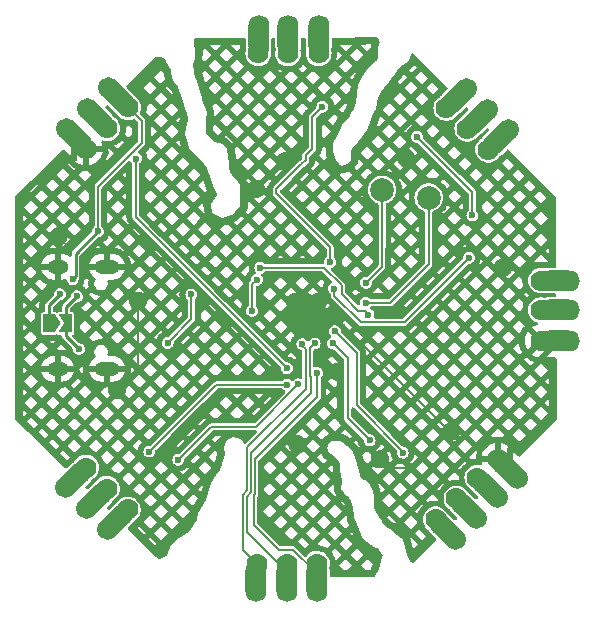
<source format=gbl>
G04 #@! TF.GenerationSoftware,KiCad,Pcbnew,8.0.4*
G04 #@! TF.CreationDate,2024-10-01T08:13:02+02:00*
G04 #@! TF.ProjectId,RP2040_roundStamp_secondIteration,52503230-3430-45f7-926f-756e64537461,rev?*
G04 #@! TF.SameCoordinates,Original*
G04 #@! TF.FileFunction,Copper,L2,Bot*
G04 #@! TF.FilePolarity,Positive*
%FSLAX46Y46*%
G04 Gerber Fmt 4.6, Leading zero omitted, Abs format (unit mm)*
G04 Created by KiCad (PCBNEW 8.0.4) date 2024-10-01 08:13:02*
%MOMM*%
%LPD*%
G01*
G04 APERTURE LIST*
G04 Aperture macros list*
%AMHorizOval*
0 Thick line with rounded ends*
0 $1 width*
0 $2 $3 position (X,Y) of the first rounded end (center of the circle)*
0 $4 $5 position (X,Y) of the second rounded end (center of the circle)*
0 Add line between two ends*
20,1,$1,$2,$3,$4,$5,0*
0 Add two circle primitives to create the rounded ends*
1,1,$1,$2,$3*
1,1,$1,$4,$5*%
%AMFreePoly0*
4,1,6,1.000000,0.000000,0.500000,-0.750000,-0.500000,-0.750000,-0.500000,0.750000,0.500000,0.750000,1.000000,0.000000,1.000000,0.000000,$1*%
%AMFreePoly1*
4,1,6,0.500000,-0.750000,-0.650000,-0.750000,-0.150000,0.000000,-0.650000,0.750000,0.500000,0.750000,0.500000,-0.750000,0.500000,-0.750000,$1*%
G04 Aperture macros list end*
G04 #@! TA.AperFunction,ComponentPad*
%ADD10O,2.100000X1.200000*%
G04 #@! TD*
G04 #@! TA.AperFunction,ComponentPad*
%ADD11O,1.800000X1.200000*%
G04 #@! TD*
G04 #@! TA.AperFunction,CastellatedPad*
%ADD12HorizOval,1.778000X-0.628618X0.628618X0.628618X-0.628618X0*%
G04 #@! TD*
G04 #@! TA.AperFunction,CastellatedPad*
%ADD13C,1.778000*%
G04 #@! TD*
G04 #@! TA.AperFunction,CastellatedPad*
%ADD14HorizOval,1.778000X-0.628618X-0.628618X0.628618X0.628618X0*%
G04 #@! TD*
G04 #@! TA.AperFunction,CastellatedPad*
%ADD15O,1.778000X3.556000*%
G04 #@! TD*
G04 #@! TA.AperFunction,CastellatedPad*
%ADD16HorizOval,1.778000X0.628618X-0.628618X-0.628618X0.628618X0*%
G04 #@! TD*
G04 #@! TA.AperFunction,CastellatedPad*
%ADD17O,3.556000X1.778000*%
G04 #@! TD*
G04 #@! TA.AperFunction,CastellatedPad*
%ADD18HorizOval,1.778000X0.628618X0.628618X-0.628618X-0.628618X0*%
G04 #@! TD*
G04 #@! TA.AperFunction,SMDPad,CuDef*
%ADD19C,2.000000*%
G04 #@! TD*
G04 #@! TA.AperFunction,SMDPad,CuDef*
%ADD20FreePoly0,0.000000*%
G04 #@! TD*
G04 #@! TA.AperFunction,SMDPad,CuDef*
%ADD21FreePoly1,0.000000*%
G04 #@! TD*
G04 #@! TA.AperFunction,ViaPad*
%ADD22C,0.600000*%
G04 #@! TD*
G04 #@! TA.AperFunction,Conductor*
%ADD23C,0.180000*%
G04 #@! TD*
G04 #@! TA.AperFunction,Conductor*
%ADD24C,0.200000*%
G04 #@! TD*
G04 #@! TA.AperFunction,Conductor*
%ADD25C,0.250000*%
G04 #@! TD*
G04 APERTURE END LIST*
D10*
X142105484Y-67841136D03*
D11*
X137925484Y-67841136D03*
D10*
X142105484Y-76491136D03*
D11*
X137925484Y-76491136D03*
D12*
X142850240Y-53293006D03*
D13*
X143896758Y-54353667D03*
D12*
X141082473Y-55060775D03*
D13*
X142128991Y-56121433D03*
D12*
X139314706Y-56828541D03*
D13*
X140361224Y-57889201D03*
X140333711Y-84872659D03*
D14*
X139273050Y-85919177D03*
D13*
X142101477Y-86640426D03*
D14*
X141040817Y-87686944D03*
D13*
X143869244Y-88408193D03*
D14*
X142808584Y-89454711D03*
D13*
X154777220Y-92999319D03*
D15*
X154767219Y-94489320D03*
D13*
X157377220Y-92999319D03*
D15*
X157367220Y-94489320D03*
D13*
X159877219Y-92999319D03*
D15*
X159867220Y-94489319D03*
D13*
X169929352Y-89242204D03*
D16*
X170975870Y-90302865D03*
D13*
X171697119Y-87474438D03*
D16*
X172743637Y-88535097D03*
D13*
X173464886Y-85706670D03*
D16*
X174511404Y-86767331D03*
D13*
X175195489Y-84112559D03*
D16*
X176242008Y-85173219D03*
D17*
X180355456Y-74131897D03*
D13*
X178865455Y-74121898D03*
D17*
X180355456Y-71531898D03*
D13*
X178865455Y-71521897D03*
D17*
X180355456Y-69031898D03*
D13*
X178865456Y-69021897D03*
D18*
X175443690Y-56904289D03*
D13*
X174383027Y-57950808D03*
D18*
X173675921Y-55136522D03*
D13*
X172615261Y-56183041D03*
D18*
X171908154Y-53368755D03*
D13*
X170847494Y-54415273D03*
D15*
X160041421Y-48310417D03*
D13*
X160031421Y-49800417D03*
D15*
X157441421Y-48310416D03*
D13*
X157431421Y-49800417D03*
D15*
X154941421Y-48310417D03*
D13*
X154931421Y-49800417D03*
D19*
X165400000Y-61350000D03*
D20*
X137200000Y-72650000D03*
D21*
X138650000Y-72650000D03*
D19*
X169345051Y-61999905D03*
D22*
X154750000Y-61250000D03*
X159000000Y-71650000D03*
X157200000Y-58950000D03*
X144750000Y-70750000D03*
X158050000Y-71700000D03*
X159950000Y-70850000D03*
X158050000Y-70850000D03*
X142950000Y-78250000D03*
X167450000Y-58650000D03*
X158250000Y-82900000D03*
X159950000Y-71700000D03*
X161650000Y-76750000D03*
X159950000Y-72550000D03*
X161400000Y-72150000D03*
X159000000Y-72500000D03*
X138000000Y-65300000D03*
X165200000Y-84150000D03*
X171250000Y-81800000D03*
X158950000Y-70850000D03*
X175650000Y-67900000D03*
X158050000Y-72550000D03*
X155100000Y-67950000D03*
X164250000Y-71900000D03*
X173050000Y-63500000D03*
X154800000Y-68950000D03*
X147250000Y-74300000D03*
X154400000Y-71600000D03*
X149250000Y-70200000D03*
X168350000Y-56850000D03*
X139724115Y-74820362D03*
X139559394Y-70357620D03*
X159700000Y-74350000D03*
X145700000Y-83500000D03*
X157350000Y-77850000D03*
X148150000Y-84200000D03*
X158300000Y-77800000D03*
X158650000Y-74400000D03*
X157350000Y-76450000D03*
X144550000Y-58700000D03*
X159900000Y-76850000D03*
X172750000Y-67100000D03*
X161350000Y-69700000D03*
X141350000Y-64850000D03*
X138125955Y-70186003D03*
X139200000Y-68900000D03*
X160350000Y-54300000D03*
X161000000Y-67450000D03*
X161400000Y-73300000D03*
X167150000Y-83600000D03*
X164350000Y-82550000D03*
X161250000Y-74350000D03*
X164000000Y-70900000D03*
X164050000Y-69200000D03*
D23*
X161650000Y-80712671D02*
X165147329Y-84210000D01*
X168150000Y-84900000D02*
X171250000Y-81800000D01*
X157841394Y-70700795D02*
X157990599Y-70850000D01*
X158290599Y-72550000D02*
X158391394Y-72650795D01*
X171250000Y-81737353D02*
X178865455Y-74121898D01*
D24*
X142950000Y-78250000D02*
X144750000Y-76450000D01*
D23*
X157841395Y-72100796D02*
X158050000Y-72309401D01*
X160016394Y-70725795D02*
X159141393Y-70725795D01*
X159141393Y-70725795D02*
X159116394Y-70700796D01*
X160050795Y-72650795D02*
X160899205Y-72650795D01*
X157841395Y-71975795D02*
X159116394Y-71975795D01*
X158117190Y-71700000D02*
X158950000Y-70867190D01*
X157841395Y-71975795D02*
X158050000Y-71767190D01*
X165147329Y-84210000D02*
X165200000Y-84150000D01*
D24*
X171050000Y-81800000D02*
X171250000Y-81800000D01*
D23*
X159950000Y-70792189D02*
X160016394Y-70725795D01*
X160016394Y-72000795D02*
X160016394Y-71766394D01*
X158050000Y-70909401D02*
X159116394Y-71975795D01*
D24*
X144750000Y-76450000D02*
X144750000Y-70750000D01*
D23*
X154750000Y-61250000D02*
X157050000Y-58950000D01*
X158050000Y-71700000D02*
X158117190Y-71700000D01*
X157050000Y-58950000D02*
X157200000Y-58950000D01*
X159116394Y-71100795D02*
X160016394Y-72000795D01*
X158950000Y-70867190D02*
X158950000Y-70850000D01*
X157841395Y-71975795D02*
X157841395Y-72100796D01*
X157841395Y-70700796D02*
X157841394Y-70700795D01*
X159991394Y-71975795D02*
X160016394Y-72000795D01*
X159116394Y-70700796D02*
X157841395Y-70700796D01*
D24*
X161400000Y-72150000D02*
X171050000Y-81800000D01*
D23*
X161650000Y-76750000D02*
X161650000Y-80712671D01*
X160016394Y-71766394D02*
X159950000Y-71700000D01*
X157841395Y-71975795D02*
X157841395Y-70700796D01*
X159950000Y-71700000D02*
X160016394Y-71633606D01*
X160016394Y-71633606D02*
X160016394Y-70725795D01*
X160016394Y-72000795D02*
X161250795Y-72000795D01*
X159000000Y-72500000D02*
X159150795Y-72650795D01*
X158391394Y-72650795D02*
X158849205Y-72650795D01*
X158391394Y-72650795D02*
X158441394Y-72650795D01*
X158050000Y-72309401D02*
X158050000Y-72550000D01*
X159116394Y-70700796D02*
X159116394Y-71100795D01*
X165950000Y-84900000D02*
X168150000Y-84900000D01*
X165200000Y-84150000D02*
X165950000Y-84900000D01*
X159892189Y-70850000D02*
X159950000Y-70850000D01*
X160899205Y-72650795D02*
X161400000Y-72150000D01*
X159116394Y-71975795D02*
X159991394Y-71975795D01*
X159950000Y-70850000D02*
X159950000Y-70792189D01*
X158050000Y-71767190D02*
X158050000Y-71700000D01*
X159116394Y-71625795D02*
X159892189Y-70850000D01*
X158050000Y-72550000D02*
X158290599Y-72550000D01*
X159116394Y-71975795D02*
X159000000Y-71650000D01*
X158967190Y-70850000D02*
X159116394Y-70700796D01*
X159950000Y-72550000D02*
X160050795Y-72650795D01*
X159000000Y-71650000D02*
X159116394Y-71625795D01*
X158950000Y-70850000D02*
X158967190Y-70850000D01*
X158050000Y-70850000D02*
X158050000Y-70909401D01*
X159849205Y-72650795D02*
X159950000Y-72550000D01*
X171250000Y-81800000D02*
X171250000Y-81737353D01*
X159150795Y-72650795D02*
X159849205Y-72650795D01*
X157990599Y-70850000D02*
X158050000Y-70850000D01*
X161250795Y-72000795D02*
X161400000Y-72150000D01*
X158849205Y-72650795D02*
X159000000Y-72500000D01*
X158441394Y-72650795D02*
X159116394Y-71975795D01*
D24*
X161970000Y-69443187D02*
X160476813Y-67950000D01*
X163920000Y-71570000D02*
X164250000Y-71900000D01*
X163343187Y-71570000D02*
X163920000Y-71570000D01*
X163343187Y-71570000D02*
X161970000Y-70196813D01*
X161970000Y-70196813D02*
X161970000Y-69443187D01*
X160476813Y-67950000D02*
X155100000Y-67950000D01*
D23*
X147250000Y-74300000D02*
X149250000Y-72300000D01*
D24*
X154400000Y-71600000D02*
X154400000Y-69350000D01*
X168350000Y-56850000D02*
X173050000Y-61550000D01*
X173050000Y-61550000D02*
X173050000Y-63500000D01*
X154400000Y-69350000D02*
X154800000Y-68950000D01*
D23*
X149250000Y-72300000D02*
X149250000Y-70200000D01*
D25*
X138628816Y-73725063D02*
X139724115Y-74820362D01*
X138628816Y-72656496D02*
X138628816Y-73725063D01*
X138628816Y-72656496D02*
X138628816Y-71288198D01*
X138628816Y-71288198D02*
X139559394Y-70357620D01*
D24*
X159700000Y-74350000D02*
X159280000Y-74770000D01*
X153950000Y-90300000D02*
X156649319Y-92999319D01*
X153950000Y-87312448D02*
X153950000Y-90300000D01*
X159400000Y-78550000D02*
X154327000Y-83623000D01*
X154327000Y-86935448D02*
X153950000Y-87312448D01*
X156649319Y-92999319D02*
X157377220Y-92999319D01*
X159280000Y-77106813D02*
X159400000Y-77226813D01*
X154327000Y-83623000D02*
X154327000Y-86935448D01*
X159400000Y-77226813D02*
X159400000Y-78550000D01*
X159280000Y-74770000D02*
X159280000Y-77106813D01*
D23*
X157350000Y-77850000D02*
X151350000Y-77850000D01*
X145700000Y-83500000D02*
X151350000Y-77850000D01*
X154685975Y-81414025D02*
X150935975Y-81414025D01*
X158300000Y-77800000D02*
X154685975Y-81414025D01*
X150935975Y-81414025D02*
X148150000Y-84200000D01*
D24*
X153600000Y-87200000D02*
X154000000Y-86800000D01*
X158920000Y-74820000D02*
X158650000Y-74550000D01*
X158650000Y-74550000D02*
X158650000Y-74400000D01*
X158920000Y-78230000D02*
X158920000Y-74820000D01*
X154777220Y-92999319D02*
X153600000Y-91822099D01*
X154000000Y-86800000D02*
X154000000Y-83150000D01*
X153600000Y-91822099D02*
X153600000Y-87200000D01*
X154000000Y-83150000D02*
X158920000Y-78230000D01*
D23*
X157350000Y-76450000D02*
X144550000Y-63650000D01*
X144550000Y-63650000D02*
X144550000Y-58650000D01*
X159900000Y-76850000D02*
X159900000Y-78900000D01*
X159900000Y-78900000D02*
X154644000Y-84156000D01*
X156670319Y-91820319D02*
X157865578Y-91820319D01*
X159867220Y-93821961D02*
X159867220Y-94489319D01*
X157865578Y-91820319D02*
X159867220Y-93821961D01*
X154550000Y-87160754D02*
X154550000Y-89700000D01*
X154550000Y-89700000D02*
X156670319Y-91820319D01*
X154644000Y-84156000D02*
X154644000Y-87066754D01*
X154644000Y-87066754D02*
X154550000Y-87160754D01*
D24*
X163600000Y-72550000D02*
X167300000Y-72550000D01*
X161350000Y-69700000D02*
X161350000Y-70300000D01*
X167300000Y-72550000D02*
X172750000Y-67100000D01*
X161350000Y-70300000D02*
X163600000Y-72550000D01*
D25*
X137178816Y-71133142D02*
X138125955Y-70186003D01*
X139200000Y-68900000D02*
X139450000Y-68650000D01*
X139450000Y-66750000D02*
X141350000Y-64850000D01*
X137178816Y-72656494D02*
X137178816Y-71133142D01*
D23*
X141350000Y-64850000D02*
X141350000Y-61065613D01*
D25*
X139450000Y-68650000D02*
X139450000Y-66750000D01*
D23*
X145050000Y-55506909D02*
X143896758Y-54353667D01*
X145050000Y-57365613D02*
X145050000Y-55506909D01*
X141350000Y-61065613D02*
X145050000Y-57365613D01*
D24*
X158564920Y-59185080D02*
X158950000Y-58800000D01*
X159500000Y-57850000D02*
X159500000Y-55150000D01*
X158950000Y-58800000D02*
X158950000Y-58400000D01*
X156450000Y-61650000D02*
X156450000Y-61285080D01*
X161000000Y-66200000D02*
X156450000Y-61650000D01*
X159500000Y-55150000D02*
X160350000Y-54300000D01*
X161000000Y-67400000D02*
X161000000Y-67450000D01*
X161000000Y-67450000D02*
X161000000Y-66200000D01*
X158950000Y-58400000D02*
X159500000Y-57850000D01*
X158550000Y-59185080D02*
X158564920Y-59185080D01*
X156450000Y-61285080D02*
X158550000Y-59185080D01*
X167150000Y-83500000D02*
X167150000Y-83600000D01*
X163250000Y-75150000D02*
X163250000Y-79600000D01*
X163250000Y-79600000D02*
X167150000Y-83500000D01*
X161400000Y-73300000D02*
X161373187Y-73300000D01*
X161400000Y-73300000D02*
X163250000Y-75150000D01*
X162500000Y-75600000D02*
X162500000Y-80700000D01*
X162500000Y-80700000D02*
X164350000Y-82550000D01*
X161250000Y-74350000D02*
X162500000Y-75600000D01*
X166100000Y-70900000D02*
X169345051Y-67654949D01*
X169345051Y-67654949D02*
X169345051Y-61999905D01*
X164000000Y-70900000D02*
X166100000Y-70900000D01*
D23*
X165400000Y-67850000D02*
X165400000Y-66150000D01*
X164050000Y-69200000D02*
X165400000Y-67850000D01*
D24*
X165400000Y-66150000D02*
X165400000Y-61350000D01*
G04 #@! TA.AperFunction,Conductor*
G36*
X164925046Y-48419352D02*
G01*
X164933799Y-48425349D01*
X165033334Y-48500000D01*
X165072183Y-48529137D01*
X165112914Y-48582285D01*
X165183130Y-48757826D01*
X165189751Y-48827381D01*
X165185636Y-48843090D01*
X165050000Y-49249999D01*
X165050000Y-49699995D01*
X165050001Y-49700013D01*
X165095832Y-50066656D01*
X165086764Y-50130883D01*
X164965305Y-50414286D01*
X164920804Y-50468151D01*
X164917051Y-50470592D01*
X164550000Y-50699999D01*
X164049997Y-51250002D01*
X163700004Y-51799993D01*
X163699998Y-51800003D01*
X163399999Y-52449999D01*
X163250001Y-53249988D01*
X163249999Y-53250006D01*
X163201408Y-53978867D01*
X163191657Y-54019464D01*
X162905280Y-54687678D01*
X162892209Y-54710906D01*
X162652955Y-55045861D01*
X162646712Y-55053884D01*
X162100002Y-55699997D01*
X162100001Y-55699998D01*
X161799999Y-56250000D01*
X161503314Y-56942267D01*
X161495669Y-56957218D01*
X161349999Y-57200000D01*
X161265221Y-57411947D01*
X161250000Y-57450000D01*
X161250000Y-57700000D01*
X161250000Y-58050000D01*
X161295786Y-58324717D01*
X161300001Y-58350003D01*
X161399999Y-58599999D01*
X161499996Y-58799994D01*
X161500004Y-58800006D01*
X161647936Y-58997248D01*
X161651910Y-59002865D01*
X161750000Y-59150000D01*
X161850000Y-59250000D01*
X162050000Y-59300000D01*
X162200000Y-59250000D01*
X162450000Y-59150000D01*
X162650000Y-59000000D01*
X162750000Y-58850000D01*
X162800000Y-58600000D01*
X162800000Y-58350000D01*
X162800000Y-58213066D01*
X163592230Y-58213066D01*
X164159330Y-58780166D01*
X164726430Y-58213066D01*
X165430708Y-58213066D01*
X165997808Y-58780166D01*
X166564908Y-58213066D01*
X166240154Y-57888312D01*
X167593936Y-57888312D01*
X167711861Y-57917379D01*
X167739812Y-57927979D01*
X167879580Y-58001335D01*
X167904181Y-58018317D01*
X168022332Y-58122990D01*
X168042154Y-58145364D01*
X168131823Y-58275270D01*
X168145716Y-58301741D01*
X168192183Y-58424267D01*
X168403384Y-58213065D01*
X167967984Y-57777665D01*
X167957431Y-57773729D01*
X167949254Y-57770341D01*
X167916875Y-57755553D01*
X167908962Y-57751592D01*
X167893291Y-57743035D01*
X167885679Y-57738519D01*
X167799265Y-57682984D01*
X167593936Y-57888312D01*
X166240154Y-57888312D01*
X165997808Y-57645966D01*
X165430708Y-58213066D01*
X164726430Y-58213066D01*
X164159330Y-57645966D01*
X163592230Y-58213066D01*
X162800000Y-58213066D01*
X162800000Y-58100000D01*
X162800000Y-57937544D01*
X162819685Y-57870505D01*
X162820825Y-57868762D01*
X162822425Y-57866362D01*
X162890029Y-57764955D01*
X162913810Y-57738491D01*
X163200000Y-57500000D01*
X163337448Y-57293827D01*
X164511469Y-57293827D01*
X165078569Y-57860927D01*
X165645669Y-57293827D01*
X166349946Y-57293827D01*
X166917046Y-57860926D01*
X167464132Y-57313840D01*
X167430486Y-57240166D01*
X167040320Y-56850000D01*
X167844353Y-56850000D01*
X167864834Y-56992456D01*
X167924622Y-57123371D01*
X167924623Y-57123373D01*
X168018872Y-57232143D01*
X168139947Y-57309953D01*
X168139950Y-57309954D01*
X168139949Y-57309954D01*
X168247107Y-57341417D01*
X168275280Y-57349690D01*
X168278036Y-57350499D01*
X168278038Y-57350500D01*
X168374167Y-57350500D01*
X168441206Y-57370185D01*
X168461848Y-57386819D01*
X172713181Y-61638152D01*
X172746666Y-61699475D01*
X172749500Y-61725833D01*
X172749500Y-63036260D01*
X172729815Y-63103299D01*
X172719213Y-63117462D01*
X172624625Y-63226622D01*
X172624622Y-63226628D01*
X172564834Y-63357543D01*
X172544353Y-63500000D01*
X172564834Y-63642456D01*
X172605247Y-63730947D01*
X172624623Y-63773373D01*
X172718872Y-63882143D01*
X172839947Y-63959953D01*
X172839950Y-63959954D01*
X172839949Y-63959954D01*
X172978036Y-64000499D01*
X172978038Y-64000500D01*
X172978039Y-64000500D01*
X173121962Y-64000500D01*
X173121962Y-64000499D01*
X173260053Y-63959953D01*
X173381128Y-63882143D01*
X173475377Y-63773373D01*
X173495871Y-63728498D01*
X174623095Y-63728498D01*
X175190196Y-64295599D01*
X175757296Y-63728498D01*
X176461573Y-63728498D01*
X177028673Y-64295599D01*
X177595774Y-63728498D01*
X178300050Y-63728498D01*
X178867150Y-64295598D01*
X179434250Y-63728498D01*
X178867150Y-63161398D01*
X178300050Y-63728498D01*
X177595774Y-63728498D01*
X177028673Y-63161398D01*
X176461573Y-63728498D01*
X175757296Y-63728498D01*
X175190196Y-63161398D01*
X174623095Y-63728498D01*
X173495871Y-63728498D01*
X173535165Y-63642457D01*
X173555647Y-63500000D01*
X173535165Y-63357543D01*
X173475377Y-63226627D01*
X173475375Y-63226625D01*
X173475374Y-63226622D01*
X173380787Y-63117462D01*
X173351762Y-63053906D01*
X173350500Y-63036260D01*
X173350500Y-62664617D01*
X173848500Y-62664617D01*
X173848500Y-62896765D01*
X173863398Y-62913959D01*
X173868954Y-62920854D01*
X173879655Y-62935150D01*
X173884701Y-62942418D01*
X173903944Y-62972361D01*
X173908459Y-62979971D01*
X173917017Y-62995643D01*
X173920980Y-63003561D01*
X173940163Y-63045566D01*
X174270957Y-63376360D01*
X174838057Y-62809260D01*
X175542335Y-62809260D01*
X176109435Y-63376360D01*
X176676535Y-62809260D01*
X177380812Y-62809260D01*
X177947912Y-63376360D01*
X178515012Y-62809260D01*
X177947912Y-62242160D01*
X177380812Y-62809260D01*
X176676535Y-62809260D01*
X176109435Y-62242160D01*
X175542335Y-62809260D01*
X174838057Y-62809260D01*
X174270957Y-62242160D01*
X173848500Y-62664617D01*
X173350500Y-62664617D01*
X173350500Y-61890021D01*
X174623096Y-61890021D01*
X175190196Y-62457121D01*
X175757296Y-61890021D01*
X176461573Y-61890021D01*
X177028673Y-62457121D01*
X177595774Y-61890021D01*
X177595773Y-61890020D01*
X178300050Y-61890020D01*
X178867150Y-62457120D01*
X179298127Y-62026142D01*
X178734521Y-61455550D01*
X178300050Y-61890020D01*
X177595773Y-61890020D01*
X177028673Y-61322920D01*
X176461573Y-61890021D01*
X175757296Y-61890021D01*
X175190196Y-61322921D01*
X174623096Y-61890021D01*
X173350500Y-61890021D01*
X173350500Y-61510440D01*
X173350500Y-61510438D01*
X173338456Y-61465489D01*
X173330022Y-61434012D01*
X173290460Y-61365489D01*
X172895753Y-60970782D01*
X173703857Y-60970782D01*
X174270957Y-61537882D01*
X174838057Y-60970782D01*
X175542335Y-60970782D01*
X176109435Y-61537882D01*
X176676535Y-60970782D01*
X176676534Y-60970781D01*
X177380811Y-60970781D01*
X177947911Y-61537881D01*
X178384550Y-61101241D01*
X177820944Y-60530648D01*
X177380811Y-60970781D01*
X176676534Y-60970781D01*
X176109435Y-60403682D01*
X175542335Y-60970782D01*
X174838057Y-60970782D01*
X174270957Y-60403682D01*
X173703857Y-60970782D01*
X172895753Y-60970782D01*
X171976514Y-60051543D01*
X172784618Y-60051543D01*
X173351718Y-60618643D01*
X173918818Y-60051543D01*
X174623096Y-60051543D01*
X175190196Y-60618643D01*
X175757296Y-60051543D01*
X175757295Y-60051542D01*
X176461572Y-60051542D01*
X177028673Y-60618642D01*
X177470974Y-60176340D01*
X176907367Y-59605747D01*
X176461572Y-60051542D01*
X175757295Y-60051542D01*
X175190196Y-59484443D01*
X174623096Y-60051543D01*
X173918818Y-60051543D01*
X173351718Y-59484443D01*
X172784618Y-60051543D01*
X171976514Y-60051543D01*
X171057275Y-59132304D01*
X171865378Y-59132304D01*
X172432479Y-59699405D01*
X172999579Y-59132304D01*
X175542334Y-59132304D01*
X176109434Y-59699404D01*
X176557399Y-59251438D01*
X175993792Y-58680845D01*
X175542334Y-59132304D01*
X172999579Y-59132304D01*
X172432479Y-58565204D01*
X171865378Y-59132304D01*
X171057275Y-59132304D01*
X170138037Y-58213066D01*
X170946140Y-58213066D01*
X171513240Y-58780166D01*
X172080341Y-58213066D01*
X171513240Y-57645965D01*
X170946140Y-58213066D01*
X170138037Y-58213066D01*
X169218798Y-57293827D01*
X170026902Y-57293827D01*
X170594002Y-57860927D01*
X171161102Y-57293827D01*
X170594002Y-56726727D01*
X170026902Y-57293827D01*
X169218798Y-57293827D01*
X168889395Y-56964424D01*
X168855910Y-56903101D01*
X168854339Y-56859094D01*
X168855647Y-56850000D01*
X168835165Y-56707543D01*
X168775377Y-56576627D01*
X168681128Y-56467857D01*
X168560053Y-56390047D01*
X168560051Y-56390046D01*
X168560049Y-56390045D01*
X168560050Y-56390045D01*
X168421963Y-56349500D01*
X168421961Y-56349500D01*
X168278039Y-56349500D01*
X168278036Y-56349500D01*
X168139949Y-56390045D01*
X168018873Y-56467856D01*
X167924623Y-56576626D01*
X167924622Y-56576628D01*
X167864834Y-56707543D01*
X167844353Y-56850000D01*
X167040320Y-56850000D01*
X166917046Y-56726726D01*
X166349946Y-57293827D01*
X165645669Y-57293827D01*
X165078569Y-56726727D01*
X164511469Y-57293827D01*
X163337448Y-57293827D01*
X163395851Y-57206222D01*
X163404865Y-57194323D01*
X163700000Y-56850000D01*
X164016941Y-56374588D01*
X165430708Y-56374588D01*
X165997808Y-56941688D01*
X166564908Y-56374588D01*
X167269185Y-56374588D01*
X167406642Y-56512045D01*
X167479020Y-56353561D01*
X167482983Y-56345643D01*
X167491541Y-56329971D01*
X167496056Y-56322361D01*
X167513292Y-56295541D01*
X169186708Y-56295541D01*
X169203944Y-56322361D01*
X169208459Y-56329971D01*
X169217017Y-56345643D01*
X169220980Y-56353561D01*
X169295553Y-56516853D01*
X169298940Y-56525028D01*
X169305180Y-56541757D01*
X169307975Y-56550153D01*
X169318005Y-56584307D01*
X169318218Y-56585143D01*
X169674763Y-56941688D01*
X170241863Y-56374588D01*
X169674762Y-55807487D01*
X169186708Y-56295541D01*
X167513292Y-56295541D01*
X167515299Y-56292418D01*
X167520346Y-56285149D01*
X167531048Y-56270852D01*
X167536604Y-56263957D01*
X167654163Y-56128287D01*
X167660195Y-56121809D01*
X167672820Y-56109184D01*
X167679296Y-56103154D01*
X167706197Y-56079843D01*
X167713089Y-56074289D01*
X167727387Y-56063585D01*
X167734661Y-56058534D01*
X167885679Y-55961481D01*
X167893291Y-55956965D01*
X167908962Y-55948408D01*
X167916875Y-55944447D01*
X167949254Y-55929659D01*
X167955760Y-55926963D01*
X167836285Y-55807488D01*
X167269185Y-56374588D01*
X166564908Y-56374588D01*
X165997808Y-55807488D01*
X165430708Y-56374588D01*
X164016941Y-56374588D01*
X164100000Y-56250000D01*
X164255968Y-55875677D01*
X164931797Y-55875677D01*
X165078569Y-56022449D01*
X165645669Y-55455349D01*
X166349946Y-55455349D01*
X166917046Y-56022449D01*
X167484147Y-55455349D01*
X168188424Y-55455349D01*
X168622406Y-55889331D01*
X168717432Y-55917233D01*
X168725835Y-55920029D01*
X168742569Y-55926271D01*
X168750746Y-55929659D01*
X168783125Y-55944447D01*
X168791038Y-55948408D01*
X168806709Y-55956965D01*
X168814321Y-55961481D01*
X168815642Y-55962330D01*
X169322623Y-55455348D01*
X168755524Y-54888249D01*
X168188424Y-55455349D01*
X167484147Y-55455349D01*
X166917046Y-54888248D01*
X166349946Y-55455349D01*
X165645669Y-55455349D01*
X165261875Y-55071555D01*
X165219725Y-55155855D01*
X164931797Y-55875677D01*
X164255968Y-55875677D01*
X164350000Y-55650000D01*
X164648087Y-54904780D01*
X164652297Y-54895405D01*
X164812079Y-54575842D01*
X165470440Y-54575842D01*
X165997808Y-55103210D01*
X166564908Y-54536110D01*
X167269184Y-54536110D01*
X167836285Y-55103210D01*
X168403385Y-54536110D01*
X167836285Y-53969010D01*
X167269184Y-54536110D01*
X166564908Y-54536110D01*
X165997807Y-53969009D01*
X165488099Y-54478717D01*
X165470440Y-54575842D01*
X164812079Y-54575842D01*
X164850000Y-54500000D01*
X164948124Y-53960316D01*
X164953585Y-53940138D01*
X165071137Y-53616871D01*
X166349946Y-53616871D01*
X166917046Y-54183972D01*
X167484147Y-53616871D01*
X168188423Y-53616871D01*
X168755524Y-54183972D01*
X169322624Y-53616871D01*
X168755524Y-53049771D01*
X168188423Y-53616871D01*
X167484147Y-53616871D01*
X166917046Y-53049771D01*
X166349946Y-53616871D01*
X165071137Y-53616871D01*
X165146381Y-53409951D01*
X165155253Y-53390807D01*
X165178229Y-53350600D01*
X165246140Y-53231756D01*
X165964831Y-53231756D01*
X165997808Y-53264733D01*
X166564908Y-52697633D01*
X167269185Y-52697633D01*
X167836285Y-53264733D01*
X168403385Y-52697633D01*
X168403384Y-52697632D01*
X169107662Y-52697632D01*
X169674762Y-53264732D01*
X170162366Y-52777128D01*
X169598760Y-52206535D01*
X169107662Y-52697632D01*
X168403384Y-52697632D01*
X167836285Y-52130533D01*
X167269185Y-52697633D01*
X166564908Y-52697633D01*
X166473655Y-52606380D01*
X166471285Y-52609135D01*
X166058581Y-53067691D01*
X165964831Y-53231756D01*
X165246140Y-53231756D01*
X165350000Y-53050000D01*
X165543407Y-52711537D01*
X165558888Y-52690123D01*
X165995657Y-52204826D01*
X166776379Y-52204826D01*
X166917047Y-52345494D01*
X167484147Y-51778394D01*
X167484146Y-51778393D01*
X168188423Y-51778393D01*
X168755523Y-52345493D01*
X169248790Y-51852226D01*
X168685184Y-51281633D01*
X168188423Y-51778393D01*
X167484146Y-51778393D01*
X167234790Y-51529037D01*
X166971292Y-51943108D01*
X166968661Y-51947071D01*
X166957742Y-51962858D01*
X166954959Y-51966722D01*
X166776379Y-52204826D01*
X165995657Y-52204826D01*
X166000000Y-52200000D01*
X166450000Y-51600000D01*
X166498837Y-51523257D01*
X166652597Y-51281633D01*
X166679414Y-51239492D01*
X167649522Y-51239492D01*
X167836284Y-51426254D01*
X168335213Y-50927325D01*
X168164028Y-50754018D01*
X168132649Y-50797556D01*
X168119735Y-50812734D01*
X167881451Y-51051018D01*
X167876466Y-51055735D01*
X167855847Y-51074189D01*
X167850613Y-51078619D01*
X167649522Y-51239492D01*
X166679414Y-51239492D01*
X166792694Y-51061480D01*
X166809621Y-51040378D01*
X166885773Y-50964226D01*
X166917994Y-50941002D01*
X167200000Y-50800000D01*
X167450000Y-50600000D01*
X167650000Y-50400000D01*
X167656857Y-50386287D01*
X167752160Y-50195679D01*
X167800000Y-50100000D01*
X167843927Y-49924289D01*
X167865022Y-49879969D01*
X167913682Y-49815090D01*
X167969651Y-49773271D01*
X168039347Y-49768350D01*
X168100640Y-49801890D01*
X168101047Y-49802300D01*
X170912867Y-52648976D01*
X170945972Y-52710503D01*
X170940559Y-52780162D01*
X170912327Y-52823795D01*
X170448515Y-53287608D01*
X170448514Y-53287610D01*
X170448512Y-53287612D01*
X170373536Y-53390807D01*
X170347707Y-53426357D01*
X170346372Y-53428536D01*
X170345457Y-53429454D01*
X170344849Y-53430292D01*
X170344718Y-53430197D01*
X170305936Y-53469151D01*
X170188110Y-53542107D01*
X170188109Y-53542108D01*
X170038900Y-53678130D01*
X170038896Y-53678134D01*
X169917214Y-53839267D01*
X169827213Y-54020010D01*
X169771955Y-54214220D01*
X169753326Y-54415272D01*
X169753326Y-54415273D01*
X169771955Y-54616325D01*
X169827213Y-54810535D01*
X169915348Y-54987531D01*
X169917214Y-54991278D01*
X169992371Y-55090803D01*
X170038896Y-55152411D01*
X170038900Y-55152415D01*
X170188109Y-55288437D01*
X170188111Y-55288439D01*
X170359777Y-55394730D01*
X170359783Y-55394733D01*
X170389032Y-55406064D01*
X170548061Y-55467672D01*
X170746537Y-55504773D01*
X170746540Y-55504773D01*
X170948448Y-55504773D01*
X170948451Y-55504773D01*
X171146927Y-55467672D01*
X171335207Y-55394732D01*
X171506878Y-55288438D01*
X171656094Y-55152409D01*
X171777774Y-54991278D01*
X171777774Y-54991276D01*
X171777776Y-54991275D01*
X171780789Y-54986409D01*
X171782601Y-54987531D01*
X171823695Y-54943192D01*
X171830905Y-54939210D01*
X171850559Y-54929197D01*
X171989297Y-54828397D01*
X172442543Y-54375150D01*
X172503862Y-54341668D01*
X172573553Y-54346652D01*
X172618440Y-54375695D01*
X172669742Y-54427633D01*
X172702848Y-54489161D01*
X172697435Y-54558820D01*
X172669203Y-54602453D01*
X172216282Y-55055375D01*
X172216281Y-55055377D01*
X172216279Y-55055379D01*
X172115479Y-55194117D01*
X172115477Y-55194119D01*
X172115473Y-55194126D01*
X172114144Y-55196295D01*
X172113232Y-55197211D01*
X172112616Y-55198059D01*
X172112483Y-55197962D01*
X172073701Y-55236922D01*
X171955875Y-55309877D01*
X171806667Y-55445898D01*
X171806663Y-55445902D01*
X171684981Y-55607035D01*
X171594980Y-55787778D01*
X171539722Y-55981988D01*
X171521093Y-56183040D01*
X171521093Y-56183041D01*
X171539722Y-56384093D01*
X171594980Y-56578303D01*
X171668888Y-56726727D01*
X171684981Y-56759046D01*
X171789413Y-56897337D01*
X171806663Y-56920179D01*
X171806667Y-56920183D01*
X171955876Y-57056205D01*
X171955878Y-57056207D01*
X172127544Y-57162498D01*
X172127550Y-57162501D01*
X172156794Y-57173830D01*
X172315828Y-57235440D01*
X172514304Y-57272541D01*
X172514307Y-57272541D01*
X172716215Y-57272541D01*
X172716218Y-57272541D01*
X172914694Y-57235440D01*
X173102974Y-57162500D01*
X173274645Y-57056206D01*
X173423861Y-56920177D01*
X173545541Y-56759046D01*
X173545547Y-56759032D01*
X173548563Y-56754165D01*
X173550377Y-56755288D01*
X173591464Y-56710959D01*
X173598687Y-56706970D01*
X173618326Y-56696964D01*
X173757064Y-56596164D01*
X174199421Y-56153806D01*
X174260740Y-56120324D01*
X174330431Y-56125308D01*
X174375318Y-56154351D01*
X174426621Y-56206290D01*
X174459727Y-56267818D01*
X174454314Y-56337477D01*
X174426082Y-56381110D01*
X173984051Y-56823142D01*
X173984049Y-56823144D01*
X173883243Y-56961890D01*
X173881908Y-56964069D01*
X173880993Y-56964987D01*
X173880385Y-56965825D01*
X173880254Y-56965730D01*
X173841472Y-57004684D01*
X173723643Y-57077642D01*
X173723642Y-57077643D01*
X173574433Y-57213665D01*
X173574429Y-57213669D01*
X173452747Y-57374802D01*
X173362746Y-57555545D01*
X173307488Y-57749755D01*
X173288859Y-57950807D01*
X173288859Y-57950808D01*
X173307488Y-58151860D01*
X173362746Y-58346070D01*
X173445971Y-58513205D01*
X173452747Y-58526813D01*
X173569066Y-58680845D01*
X173574429Y-58687946D01*
X173574433Y-58687950D01*
X173723642Y-58823972D01*
X173723644Y-58823974D01*
X173895310Y-58930265D01*
X173895316Y-58930268D01*
X173932363Y-58944620D01*
X174083594Y-59003207D01*
X174282070Y-59040308D01*
X174282073Y-59040308D01*
X174483981Y-59040308D01*
X174483984Y-59040308D01*
X174682460Y-59003207D01*
X174870740Y-58930267D01*
X175042411Y-58823973D01*
X175191627Y-58687944D01*
X175313307Y-58526813D01*
X175313313Y-58526799D01*
X175316329Y-58521932D01*
X175318144Y-58523056D01*
X175359228Y-58478728D01*
X175366445Y-58474742D01*
X175386095Y-58464731D01*
X175524833Y-58363931D01*
X175956298Y-57932465D01*
X176017619Y-57898982D01*
X176087310Y-57903966D01*
X176132196Y-57933008D01*
X180064490Y-61914050D01*
X180097596Y-61975577D01*
X180100268Y-62000530D01*
X180102882Y-62493171D01*
X180131074Y-67807543D01*
X180131129Y-67817740D01*
X180111801Y-67884883D01*
X180059240Y-67930918D01*
X180007131Y-67942398D01*
X179380710Y-67942398D01*
X179206540Y-67969983D01*
X179164359Y-67969399D01*
X178966413Y-67932397D01*
X178764499Y-67932397D01*
X178566023Y-67969498D01*
X178566021Y-67969498D01*
X178566019Y-67969499D01*
X178377745Y-68042436D01*
X178377739Y-68042439D01*
X178206073Y-68148730D01*
X178206071Y-68148732D01*
X178056862Y-68284754D01*
X178056858Y-68284758D01*
X177935176Y-68445891D01*
X177845175Y-68626634D01*
X177789917Y-68820844D01*
X177771288Y-69021896D01*
X177771288Y-69021897D01*
X177789917Y-69222949D01*
X177845175Y-69417159D01*
X177919367Y-69566154D01*
X177935176Y-69597902D01*
X178055760Y-69757582D01*
X178056858Y-69759035D01*
X178056862Y-69759039D01*
X178206071Y-69895061D01*
X178206073Y-69895063D01*
X178377739Y-70001354D01*
X178377745Y-70001357D01*
X178419103Y-70017379D01*
X178566023Y-70074296D01*
X178764499Y-70111397D01*
X178764502Y-70111397D01*
X178966411Y-70111397D01*
X178966413Y-70111397D01*
X179123704Y-70081994D01*
X179184805Y-70085951D01*
X179211331Y-70094571D01*
X179380710Y-70121398D01*
X179380711Y-70121398D01*
X180020006Y-70121398D01*
X180087045Y-70141083D01*
X180132800Y-70193887D01*
X180144003Y-70244738D01*
X180144391Y-70317741D01*
X180125064Y-70384882D01*
X180072504Y-70430917D01*
X180020394Y-70442398D01*
X179380710Y-70442398D01*
X179206539Y-70469983D01*
X179164358Y-70469399D01*
X179163433Y-70469226D01*
X178966412Y-70432397D01*
X178764498Y-70432397D01*
X178566022Y-70469498D01*
X178566020Y-70469498D01*
X178566018Y-70469499D01*
X178377744Y-70542436D01*
X178377738Y-70542439D01*
X178206072Y-70648730D01*
X178206070Y-70648732D01*
X178056861Y-70784754D01*
X178056857Y-70784758D01*
X177935175Y-70945891D01*
X177845174Y-71126634D01*
X177789916Y-71320844D01*
X177771287Y-71521896D01*
X177771287Y-71521897D01*
X177789916Y-71722949D01*
X177845174Y-71917159D01*
X177916279Y-72059954D01*
X177935175Y-72097902D01*
X178049656Y-72249500D01*
X178056857Y-72259035D01*
X178056861Y-72259039D01*
X178160795Y-72353787D01*
X178186195Y-72376943D01*
X178206070Y-72395061D01*
X178206072Y-72395063D01*
X178377738Y-72501354D01*
X178377739Y-72501354D01*
X178377742Y-72501356D01*
X178498243Y-72548038D01*
X178553644Y-72590611D01*
X178577235Y-72656378D01*
X178561524Y-72724458D01*
X178511500Y-72773237D01*
X178493712Y-72780946D01*
X178305595Y-72845527D01*
X178305587Y-72845530D01*
X178103136Y-72955092D01*
X178074495Y-72977383D01*
X178074495Y-72977385D01*
X178736045Y-73638935D01*
X178672462Y-73655973D01*
X178558448Y-73721799D01*
X178465356Y-73814891D01*
X178399530Y-73928905D01*
X178382492Y-73992489D01*
X177722214Y-73332211D01*
X177639679Y-73458542D01*
X177547212Y-73669344D01*
X177490704Y-73892489D01*
X177490702Y-73892501D01*
X177471695Y-74121892D01*
X177471695Y-74121903D01*
X177490702Y-74351294D01*
X177490704Y-74351306D01*
X177547212Y-74574451D01*
X177639678Y-74785250D01*
X177722215Y-74911583D01*
X178382492Y-74251306D01*
X178399530Y-74314891D01*
X178465356Y-74428905D01*
X178558448Y-74521997D01*
X178672462Y-74587823D01*
X178736045Y-74604860D01*
X178074495Y-75266410D01*
X178074495Y-75266412D01*
X178103132Y-75288701D01*
X178103138Y-75288705D01*
X178305586Y-75398265D01*
X178305595Y-75398268D01*
X178523304Y-75473008D01*
X178641129Y-75492669D01*
X179717292Y-74416504D01*
X179736453Y-74462761D01*
X179812895Y-74577165D01*
X179910188Y-74674458D01*
X180024592Y-74750900D01*
X180070844Y-74770058D01*
X179325084Y-75515819D01*
X179325085Y-75515820D01*
X179357140Y-75520897D01*
X180048650Y-75520897D01*
X180115689Y-75540582D01*
X180161444Y-75593386D01*
X180172648Y-75644239D01*
X180199724Y-80748102D01*
X180180396Y-80815245D01*
X180163227Y-80836621D01*
X177097709Y-83889575D01*
X177036317Y-83922934D01*
X176966636Y-83917807D01*
X176922527Y-83889395D01*
X176518266Y-83485133D01*
X176518263Y-83485130D01*
X176492008Y-83466054D01*
X176492008Y-84492795D01*
X176472203Y-84512518D01*
X176445753Y-84501562D01*
X176310804Y-84474719D01*
X176173212Y-84474719D01*
X176038263Y-84501562D01*
X175992008Y-84520721D01*
X175992008Y-83236601D01*
X176011693Y-83169562D01*
X176064497Y-83123807D01*
X176116008Y-83112601D01*
X176162898Y-83112601D01*
X176139459Y-83087139D01*
X176139449Y-83087130D01*
X175957811Y-82945755D01*
X175957805Y-82945751D01*
X175755357Y-82836191D01*
X175755345Y-82836186D01*
X175537645Y-82761450D01*
X175537626Y-82761446D01*
X175445489Y-82746069D01*
X175445489Y-83679547D01*
X175388482Y-83646634D01*
X175261315Y-83612559D01*
X175129663Y-83612559D01*
X175002496Y-83646634D01*
X174945489Y-83679547D01*
X174945489Y-82746070D01*
X174945488Y-82746069D01*
X174853351Y-82761446D01*
X174853332Y-82761450D01*
X174635632Y-82836186D01*
X174635620Y-82836191D01*
X174433172Y-82945751D01*
X174433166Y-82945755D01*
X174251528Y-83087130D01*
X174251518Y-83087139D01*
X174095615Y-83256496D01*
X173969713Y-83449203D01*
X173877246Y-83660005D01*
X173825953Y-83862558D01*
X173825953Y-83862559D01*
X174762477Y-83862559D01*
X174729564Y-83919566D01*
X174695489Y-84046733D01*
X174695489Y-84178385D01*
X174729564Y-84305552D01*
X174762477Y-84362559D01*
X173825953Y-84362559D01*
X173858961Y-84492904D01*
X173856336Y-84562724D01*
X173816380Y-84620042D01*
X173751778Y-84646658D01*
X173715971Y-84645233D01*
X173644768Y-84631923D01*
X173565843Y-84617170D01*
X173363929Y-84617170D01*
X173165453Y-84654271D01*
X173165451Y-84654271D01*
X173165449Y-84654272D01*
X172977175Y-84727209D01*
X172977169Y-84727212D01*
X172805503Y-84833503D01*
X172805501Y-84833505D01*
X172656292Y-84969527D01*
X172656288Y-84969531D01*
X172534606Y-85130664D01*
X172444605Y-85311407D01*
X172389347Y-85505617D01*
X172370718Y-85706669D01*
X172370718Y-85706670D01*
X172389347Y-85907722D01*
X172444605Y-86101932D01*
X172515927Y-86245163D01*
X172534606Y-86282675D01*
X172652938Y-86439373D01*
X172656288Y-86443808D01*
X172656292Y-86443812D01*
X172712420Y-86494979D01*
X172805502Y-86579835D01*
X172877100Y-86624167D01*
X172891839Y-86633293D01*
X172937044Y-86682422D01*
X172941520Y-86691206D01*
X172950962Y-86709736D01*
X173051762Y-86848474D01*
X173051764Y-86848476D01*
X173500232Y-87296944D01*
X173533717Y-87358267D01*
X173528733Y-87427959D01*
X173500051Y-87472487D01*
X173448325Y-87524000D01*
X173386933Y-87557358D01*
X173317252Y-87552230D01*
X173273144Y-87523819D01*
X172824781Y-87075456D01*
X172805720Y-87061607D01*
X172686042Y-86974655D01*
X172686040Y-86974654D01*
X172682101Y-86971792D01*
X172682796Y-86970835D01*
X172640403Y-86924549D01*
X172627399Y-86898433D01*
X172627398Y-86898432D01*
X172627398Y-86898431D01*
X172555272Y-86802921D01*
X172505719Y-86737302D01*
X172505716Y-86737299D01*
X172505712Y-86737295D01*
X172356503Y-86601273D01*
X172356501Y-86601271D01*
X172184835Y-86494980D01*
X172184829Y-86494977D01*
X171996555Y-86422040D01*
X171996554Y-86422039D01*
X171996552Y-86422039D01*
X171798076Y-86384938D01*
X171596162Y-86384938D01*
X171397686Y-86422039D01*
X171397684Y-86422039D01*
X171397682Y-86422040D01*
X171209408Y-86494977D01*
X171209402Y-86494980D01*
X171037736Y-86601271D01*
X171037734Y-86601273D01*
X170888525Y-86737295D01*
X170888521Y-86737299D01*
X170766839Y-86898432D01*
X170676838Y-87079175D01*
X170621580Y-87273385D01*
X170602951Y-87474437D01*
X170602951Y-87474438D01*
X170621580Y-87675490D01*
X170676838Y-87869700D01*
X170766839Y-88050443D01*
X170887309Y-88209972D01*
X170888521Y-88211576D01*
X170888525Y-88211580D01*
X171000431Y-88313595D01*
X171037735Y-88347603D01*
X171122359Y-88400000D01*
X171124073Y-88401061D01*
X171169279Y-88450192D01*
X171183193Y-88477499D01*
X171283996Y-88616241D01*
X171728836Y-89061081D01*
X171762321Y-89122404D01*
X171757337Y-89192096D01*
X171728655Y-89236624D01*
X171676928Y-89288138D01*
X171615536Y-89321496D01*
X171545855Y-89316368D01*
X171501747Y-89287957D01*
X171057014Y-88843224D01*
X171002277Y-88803455D01*
X170918275Y-88742423D01*
X170918274Y-88742422D01*
X170914333Y-88739559D01*
X170915027Y-88738602D01*
X170872636Y-88692316D01*
X170859632Y-88666199D01*
X170737952Y-88505068D01*
X170737949Y-88505065D01*
X170737945Y-88505061D01*
X170588736Y-88369039D01*
X170588734Y-88369037D01*
X170417068Y-88262746D01*
X170417062Y-88262743D01*
X170228788Y-88189806D01*
X170228787Y-88189805D01*
X170228785Y-88189805D01*
X170030309Y-88152704D01*
X169828395Y-88152704D01*
X169629919Y-88189805D01*
X169629917Y-88189805D01*
X169629915Y-88189806D01*
X169441641Y-88262743D01*
X169441635Y-88262746D01*
X169269969Y-88369037D01*
X169269967Y-88369039D01*
X169120758Y-88505061D01*
X169120754Y-88505065D01*
X168999072Y-88666198D01*
X168909071Y-88846941D01*
X168853813Y-89041151D01*
X168835184Y-89242203D01*
X168835184Y-89242204D01*
X168853813Y-89443256D01*
X168909071Y-89637466D01*
X168999072Y-89818209D01*
X169022468Y-89849191D01*
X169120754Y-89979342D01*
X169120758Y-89979346D01*
X169198797Y-90050488D01*
X169269968Y-90115369D01*
X169326747Y-90150525D01*
X169356305Y-90168827D01*
X169401510Y-90217956D01*
X169403429Y-90221722D01*
X169415428Y-90245270D01*
X169516228Y-90384008D01*
X169516230Y-90384010D01*
X169957439Y-90825219D01*
X169990924Y-90886542D01*
X169985940Y-90956234D01*
X169957259Y-91000761D01*
X168076043Y-92874267D01*
X168014651Y-92907626D01*
X167944970Y-92902499D01*
X167914143Y-92885606D01*
X167823418Y-92817563D01*
X167786908Y-92773817D01*
X167770427Y-92740855D01*
X167551631Y-92303262D01*
X167548566Y-92296654D01*
X167404747Y-91961076D01*
X167397476Y-91938221D01*
X167250000Y-91250000D01*
X167249998Y-91249996D01*
X167050001Y-90850001D01*
X167032894Y-90834795D01*
X167740051Y-90834795D01*
X167822260Y-90999212D01*
X167828361Y-91013623D01*
X167849288Y-91073282D01*
X167853526Y-91088345D01*
X167988908Y-91720137D01*
X168403384Y-91305662D01*
X167836284Y-90738562D01*
X167740051Y-90834795D01*
X167032894Y-90834795D01*
X166689538Y-90529589D01*
X166600000Y-90450000D01*
X166500093Y-90386423D01*
X168188423Y-90386423D01*
X168755523Y-90953523D01*
X169079245Y-90629801D01*
X169017451Y-90544750D01*
X168998019Y-90532718D01*
X168993216Y-90529589D01*
X168983684Y-90523059D01*
X168979036Y-90519714D01*
X168960667Y-90505842D01*
X168956178Y-90502286D01*
X168947293Y-90494908D01*
X168942972Y-90491148D01*
X168776743Y-90339610D01*
X168772594Y-90335649D01*
X168764420Y-90327474D01*
X168760466Y-90323332D01*
X168744960Y-90306321D01*
X168741200Y-90302000D01*
X168733826Y-90293119D01*
X168730273Y-90288633D01*
X168594723Y-90109136D01*
X168591376Y-90104484D01*
X168584846Y-90094951D01*
X168581718Y-90090150D01*
X168569601Y-90070579D01*
X168566703Y-90065648D01*
X168561083Y-90055559D01*
X168558410Y-90050488D01*
X168547090Y-90027756D01*
X168188423Y-90386423D01*
X166500093Y-90386423D01*
X166054015Y-90102555D01*
X166046188Y-90097141D01*
X165661586Y-89808689D01*
X165640727Y-89788872D01*
X165407781Y-89509337D01*
X165394181Y-89489332D01*
X165353553Y-89414848D01*
X165148388Y-89038712D01*
X165859179Y-89038712D01*
X165918520Y-89147504D01*
X166082710Y-89344533D01*
X166405227Y-89586420D01*
X166429942Y-89602147D01*
X166564906Y-89467185D01*
X167269184Y-89467185D01*
X167836284Y-90034285D01*
X168360218Y-89510350D01*
X168359661Y-89506354D01*
X168359001Y-89500669D01*
X168351048Y-89414848D01*
X167836285Y-88900085D01*
X167269184Y-89467185D01*
X166564906Y-89467185D01*
X166564907Y-89467184D01*
X165997807Y-88900084D01*
X165859179Y-89038712D01*
X165148388Y-89038712D01*
X165100000Y-88950000D01*
X165053089Y-88884324D01*
X164865469Y-88621655D01*
X164844780Y-88573900D01*
X164839589Y-88547946D01*
X166349946Y-88547946D01*
X166917046Y-89115047D01*
X167484147Y-88547946D01*
X168188423Y-88547946D01*
X168412595Y-88772118D01*
X168433231Y-88699593D01*
X168434926Y-88694119D01*
X168438595Y-88683173D01*
X168440535Y-88677798D01*
X168448848Y-88656334D01*
X168451045Y-88651031D01*
X168455714Y-88640457D01*
X168458148Y-88635272D01*
X168558410Y-88433920D01*
X168561083Y-88428849D01*
X168566703Y-88418760D01*
X168569601Y-88413829D01*
X168581718Y-88394258D01*
X168584846Y-88389457D01*
X168591376Y-88379924D01*
X168594723Y-88375272D01*
X168730273Y-88195775D01*
X168733826Y-88191289D01*
X168741200Y-88182408D01*
X168744960Y-88178087D01*
X168760466Y-88161076D01*
X168764420Y-88156934D01*
X168772594Y-88148759D01*
X168776743Y-88144798D01*
X168851408Y-88076731D01*
X168755523Y-87980846D01*
X168188423Y-88547946D01*
X167484147Y-88547946D01*
X166917046Y-87980846D01*
X166349946Y-88547946D01*
X164839589Y-88547946D01*
X164752408Y-88112040D01*
X164750000Y-88087722D01*
X164750000Y-87628708D01*
X165430708Y-87628708D01*
X165997808Y-88195808D01*
X166564908Y-87628708D01*
X167269185Y-87628708D01*
X167836285Y-88195808D01*
X168403385Y-87628708D01*
X169107663Y-87628708D01*
X169272976Y-87794021D01*
X169460756Y-87721275D01*
X169466151Y-87719327D01*
X169477112Y-87715654D01*
X169482582Y-87713960D01*
X169504721Y-87707662D01*
X169510262Y-87706223D01*
X169521500Y-87703580D01*
X169527103Y-87702398D01*
X169748201Y-87661068D01*
X169753862Y-87660145D01*
X169765301Y-87658550D01*
X169770982Y-87657891D01*
X169793901Y-87655767D01*
X169799613Y-87655371D01*
X169811154Y-87654837D01*
X169816885Y-87654704D01*
X170041819Y-87654704D01*
X170047550Y-87654837D01*
X170059091Y-87655371D01*
X170064803Y-87655767D01*
X170087722Y-87657891D01*
X170093403Y-87658550D01*
X170104842Y-87660145D01*
X170110502Y-87661068D01*
X170120280Y-87662895D01*
X170106013Y-87508929D01*
X170105616Y-87503208D01*
X170105095Y-87491940D01*
X169674763Y-87061608D01*
X169107663Y-87628708D01*
X168403385Y-87628708D01*
X167836285Y-87061608D01*
X167269185Y-87628708D01*
X166564908Y-87628708D01*
X165997808Y-87061608D01*
X165430708Y-87628708D01*
X164750000Y-87628708D01*
X164750000Y-87549999D01*
X164749999Y-87549995D01*
X164695774Y-87296944D01*
X164600000Y-86850000D01*
X164599390Y-86848476D01*
X164400002Y-86350005D01*
X164400000Y-86350000D01*
X164276859Y-86206335D01*
X165014602Y-86206335D01*
X165187239Y-86637925D01*
X165190723Y-86647834D01*
X165203076Y-86688373D01*
X165205709Y-86698535D01*
X165285278Y-87069858D01*
X165645667Y-86709469D01*
X166349946Y-86709469D01*
X166917046Y-87276569D01*
X167484147Y-86709469D01*
X168188424Y-86709469D01*
X168755524Y-87276569D01*
X169322624Y-86709469D01*
X170026902Y-86709469D01*
X170213651Y-86896218D01*
X170216615Y-86888568D01*
X170218812Y-86883265D01*
X170223481Y-86872691D01*
X170225915Y-86867506D01*
X170326177Y-86666154D01*
X170328850Y-86661083D01*
X170334470Y-86650994D01*
X170337368Y-86646063D01*
X170349485Y-86626492D01*
X170352613Y-86621691D01*
X170359143Y-86612158D01*
X170362490Y-86607506D01*
X170498040Y-86428009D01*
X170501593Y-86423523D01*
X170508967Y-86414642D01*
X170512727Y-86410321D01*
X170528233Y-86393310D01*
X170532187Y-86389168D01*
X170540361Y-86380993D01*
X170544510Y-86377032D01*
X170693156Y-86241523D01*
X170594002Y-86142369D01*
X170026902Y-86709469D01*
X169322624Y-86709469D01*
X168755524Y-86142369D01*
X168188424Y-86709469D01*
X167484147Y-86709469D01*
X166917046Y-86142368D01*
X166349946Y-86709469D01*
X165645667Y-86709469D01*
X165645668Y-86709468D01*
X165078569Y-86142369D01*
X165014602Y-86206335D01*
X164276859Y-86206335D01*
X164100000Y-86000000D01*
X164099998Y-85999999D01*
X164099998Y-85999998D01*
X163732296Y-85816148D01*
X163704307Y-85790230D01*
X165430708Y-85790230D01*
X165997808Y-86357330D01*
X166564908Y-85790230D01*
X167269185Y-85790230D01*
X167836285Y-86357330D01*
X168403385Y-85790230D01*
X169107663Y-85790230D01*
X169674763Y-86357330D01*
X170241863Y-85790230D01*
X170946140Y-85790230D01*
X171142675Y-85986765D01*
X171228523Y-85953508D01*
X171233918Y-85951561D01*
X171244879Y-85947888D01*
X171250349Y-85946194D01*
X171272488Y-85939896D01*
X171278029Y-85938457D01*
X171289267Y-85935814D01*
X171294870Y-85934632D01*
X171515968Y-85893302D01*
X171521629Y-85892379D01*
X171533068Y-85890784D01*
X171538749Y-85890125D01*
X171561668Y-85888001D01*
X171567380Y-85887605D01*
X171578921Y-85887071D01*
X171584652Y-85886938D01*
X171809586Y-85886938D01*
X171815317Y-85887071D01*
X171826858Y-85887605D01*
X171832570Y-85888001D01*
X171855489Y-85890125D01*
X171861170Y-85890784D01*
X171872609Y-85892379D01*
X171878270Y-85893302D01*
X171888047Y-85895129D01*
X171873780Y-85741161D01*
X171873383Y-85735440D01*
X171872850Y-85723900D01*
X171872718Y-85718179D01*
X171872718Y-85695161D01*
X171872850Y-85689440D01*
X171873383Y-85677900D01*
X171873780Y-85672180D01*
X171881286Y-85591175D01*
X171513240Y-85223129D01*
X170946140Y-85790230D01*
X170241863Y-85790230D01*
X169674763Y-85223130D01*
X169107663Y-85790230D01*
X168403385Y-85790230D01*
X167836285Y-85223130D01*
X167269185Y-85790230D01*
X166564908Y-85790230D01*
X165997808Y-85223130D01*
X165430708Y-85790230D01*
X163704307Y-85790230D01*
X163681423Y-85769039D01*
X163561047Y-85568412D01*
X163545788Y-85528943D01*
X163450000Y-85050000D01*
X163405247Y-84870990D01*
X164511468Y-84870990D01*
X165078569Y-85438091D01*
X165645669Y-84870991D01*
X165645668Y-84870990D01*
X166349945Y-84870990D01*
X166917046Y-85438091D01*
X167484147Y-84870991D01*
X168188424Y-84870991D01*
X168755524Y-85438091D01*
X169322624Y-84870991D01*
X170026902Y-84870991D01*
X170594002Y-85438091D01*
X171161102Y-84870991D01*
X171865379Y-84870991D01*
X172027071Y-85032683D01*
X172093944Y-84898386D01*
X172096617Y-84893315D01*
X172102237Y-84883226D01*
X172105135Y-84878295D01*
X172117252Y-84858724D01*
X172120380Y-84853923D01*
X172126910Y-84844390D01*
X172130257Y-84839738D01*
X172265807Y-84660241D01*
X172269360Y-84655755D01*
X172276734Y-84646874D01*
X172280494Y-84642553D01*
X172296000Y-84625542D01*
X172299954Y-84621400D01*
X172308128Y-84613225D01*
X172312277Y-84609264D01*
X172478506Y-84457726D01*
X172482827Y-84453966D01*
X172491712Y-84446588D01*
X172496201Y-84443032D01*
X172514570Y-84429160D01*
X172519223Y-84425812D01*
X172528756Y-84419282D01*
X172533553Y-84416156D01*
X172540464Y-84411876D01*
X172432479Y-84303890D01*
X171865379Y-84870991D01*
X171161102Y-84870991D01*
X170594002Y-84303891D01*
X170026902Y-84870991D01*
X169322624Y-84870991D01*
X168755524Y-84303891D01*
X168188424Y-84870991D01*
X167484147Y-84870991D01*
X167211656Y-84598500D01*
X167060242Y-84598500D01*
X167051395Y-84598184D01*
X167033584Y-84596910D01*
X167024786Y-84595964D01*
X166989554Y-84590899D01*
X166980841Y-84589327D01*
X166963391Y-84585531D01*
X166954815Y-84583342D01*
X166782568Y-84532767D01*
X166774165Y-84529971D01*
X166757431Y-84523729D01*
X166749254Y-84520341D01*
X166716875Y-84505553D01*
X166715880Y-84505055D01*
X166349945Y-84870990D01*
X165645668Y-84870990D01*
X165592699Y-84818021D01*
X165489812Y-84872021D01*
X165461861Y-84882621D01*
X165308599Y-84920397D01*
X165278924Y-84924000D01*
X165121076Y-84924000D01*
X165091401Y-84920397D01*
X164938139Y-84882621D01*
X164910188Y-84872021D01*
X164770420Y-84798665D01*
X164745819Y-84781683D01*
X164668911Y-84713548D01*
X164511468Y-84870990D01*
X163405247Y-84870990D01*
X163300000Y-84450000D01*
X163100474Y-83951185D01*
X163099550Y-83948801D01*
X163052298Y-83822795D01*
X163721185Y-83822795D01*
X163885663Y-84233987D01*
X163888517Y-84241887D01*
X163891457Y-84250980D01*
X164159329Y-84518852D01*
X164431994Y-84246187D01*
X164422130Y-84164947D01*
X164422130Y-84135053D01*
X164441157Y-83978355D01*
X164448311Y-83949332D01*
X164504284Y-83801741D01*
X164518176Y-83775271D01*
X164531150Y-83756473D01*
X164391625Y-83616947D01*
X165765511Y-83616947D01*
X165772333Y-83622990D01*
X165792154Y-83645364D01*
X165881823Y-83775270D01*
X165895716Y-83801741D01*
X165951689Y-83949332D01*
X165958843Y-83978355D01*
X165977870Y-84135053D01*
X165977870Y-84164947D01*
X165958843Y-84321645D01*
X165951689Y-84350668D01*
X165918125Y-84439170D01*
X165997807Y-84518852D01*
X166103112Y-84413547D01*
X167730979Y-84413547D01*
X167836285Y-84518853D01*
X168403385Y-83951753D01*
X168403384Y-83951752D01*
X169107662Y-83951752D01*
X169674763Y-84518853D01*
X170241863Y-83951752D01*
X170946140Y-83951752D01*
X171513240Y-84518853D01*
X172080341Y-83951752D01*
X172784617Y-83951752D01*
X173012904Y-84180039D01*
X173018116Y-84178426D01*
X173040255Y-84172128D01*
X173045796Y-84170689D01*
X173057034Y-84168046D01*
X173062637Y-84166864D01*
X173283735Y-84125534D01*
X173289396Y-84124611D01*
X173300835Y-84123016D01*
X173306516Y-84122357D01*
X173329435Y-84120233D01*
X173335147Y-84119837D01*
X173346688Y-84119303D01*
X173352419Y-84119170D01*
X173384324Y-84119170D01*
X173389469Y-84112559D01*
X173360202Y-84074955D01*
X173336695Y-84024239D01*
X173312957Y-83911025D01*
X173314112Y-83855139D01*
X173397013Y-83527771D01*
X173398374Y-83522830D01*
X173401324Y-83512921D01*
X173402890Y-83508033D01*
X173409578Y-83488555D01*
X173411337Y-83483756D01*
X173415092Y-83474131D01*
X173417056Y-83469389D01*
X173422970Y-83455904D01*
X173351718Y-83384652D01*
X172784617Y-83951752D01*
X172080341Y-83951752D01*
X171513240Y-83384652D01*
X170946140Y-83951752D01*
X170241863Y-83951752D01*
X169674763Y-83384652D01*
X169107662Y-83951752D01*
X168403384Y-83951752D01*
X168145300Y-83693668D01*
X168125564Y-83830946D01*
X168123992Y-83839660D01*
X168120195Y-83857113D01*
X168118005Y-83865693D01*
X168107975Y-83899847D01*
X168105180Y-83908243D01*
X168098940Y-83924972D01*
X168095553Y-83933147D01*
X168020980Y-84096439D01*
X168017017Y-84104357D01*
X168008459Y-84120029D01*
X168003944Y-84127639D01*
X167984701Y-84157582D01*
X167979654Y-84164851D01*
X167968952Y-84179148D01*
X167963396Y-84186043D01*
X167845837Y-84321713D01*
X167839805Y-84328191D01*
X167827180Y-84340816D01*
X167820704Y-84346846D01*
X167793803Y-84370157D01*
X167786911Y-84375711D01*
X167772613Y-84386415D01*
X167765339Y-84391466D01*
X167730979Y-84413547D01*
X166103112Y-84413547D01*
X166333932Y-84182727D01*
X166331048Y-84179148D01*
X166320346Y-84164851D01*
X166315299Y-84157582D01*
X166296056Y-84127639D01*
X166291541Y-84120029D01*
X166282983Y-84104357D01*
X166279020Y-84096439D01*
X166204447Y-83933147D01*
X166201060Y-83924972D01*
X166194820Y-83908243D01*
X166192025Y-83899847D01*
X166181995Y-83865693D01*
X166179805Y-83857113D01*
X166176008Y-83839660D01*
X166174436Y-83830946D01*
X166148889Y-83653255D01*
X166147943Y-83644456D01*
X166146669Y-83626645D01*
X166146642Y-83625891D01*
X165951605Y-83430854D01*
X165765511Y-83616947D01*
X164391625Y-83616947D01*
X164323178Y-83548500D01*
X164260242Y-83548500D01*
X164251395Y-83548184D01*
X164233584Y-83546910D01*
X164224786Y-83545964D01*
X164189554Y-83540899D01*
X164180841Y-83539327D01*
X164163391Y-83535531D01*
X164154815Y-83533342D01*
X164043363Y-83500617D01*
X163721185Y-83822795D01*
X163052298Y-83822795D01*
X162950000Y-83550000D01*
X162850000Y-83400000D01*
X162849999Y-83399999D01*
X162849998Y-83399997D01*
X162849995Y-83399994D01*
X162848163Y-83398162D01*
X164877117Y-83398162D01*
X164908054Y-83429099D01*
X164910189Y-83427979D01*
X164938139Y-83417379D01*
X165091401Y-83379603D01*
X165121076Y-83376000D01*
X165278924Y-83376000D01*
X165299663Y-83378518D01*
X165599466Y-83078715D01*
X165321565Y-82800814D01*
X165320195Y-82807113D01*
X165318005Y-82815693D01*
X165307975Y-82849847D01*
X165305180Y-82858243D01*
X165298940Y-82874972D01*
X165295553Y-82883147D01*
X165220980Y-83046439D01*
X165217017Y-83054357D01*
X165208459Y-83070029D01*
X165203944Y-83077639D01*
X165184701Y-83107582D01*
X165179654Y-83114851D01*
X165168952Y-83129148D01*
X165163396Y-83136043D01*
X165045837Y-83271713D01*
X165039805Y-83278191D01*
X165027180Y-83290816D01*
X165020704Y-83296846D01*
X164993803Y-83320157D01*
X164986911Y-83325711D01*
X164972613Y-83336415D01*
X164965339Y-83341466D01*
X164877117Y-83398162D01*
X162848163Y-83398162D01*
X162650000Y-83200000D01*
X162450000Y-83000000D01*
X162300000Y-82850000D01*
X162149999Y-82749999D01*
X161991296Y-82686518D01*
X163018986Y-82686518D01*
X163091234Y-82758766D01*
X163308696Y-82976227D01*
X163316910Y-82985294D01*
X163348222Y-83023489D01*
X163355501Y-83033320D01*
X163485111Y-83227735D01*
X163492301Y-83239986D01*
X163518456Y-83291047D01*
X163524197Y-83304040D01*
X163527324Y-83312379D01*
X163614158Y-83225545D01*
X163536604Y-83136043D01*
X163531048Y-83129148D01*
X163520346Y-83114851D01*
X163515299Y-83107582D01*
X163496056Y-83077639D01*
X163491541Y-83070029D01*
X163482983Y-83054357D01*
X163479020Y-83046439D01*
X163404447Y-82883147D01*
X163401060Y-82874972D01*
X163394820Y-82858243D01*
X163392025Y-82849847D01*
X163381995Y-82815693D01*
X163379805Y-82807113D01*
X163376008Y-82789660D01*
X163374436Y-82780947D01*
X163361462Y-82690711D01*
X163188127Y-82517376D01*
X163018986Y-82686518D01*
X161991296Y-82686518D01*
X161900003Y-82650001D01*
X161900002Y-82650000D01*
X161900000Y-82650000D01*
X161550000Y-82600000D01*
X161549998Y-82600000D01*
X161250001Y-82600000D01*
X161250000Y-82600000D01*
X161183333Y-82616666D01*
X161049998Y-82650000D01*
X160949999Y-82700000D01*
X160849999Y-82850000D01*
X160822619Y-82932143D01*
X160800000Y-83000000D01*
X160750000Y-83200000D01*
X160799998Y-83399994D01*
X160800001Y-83400003D01*
X160899999Y-83600000D01*
X161088248Y-83694124D01*
X161110256Y-83708205D01*
X161344640Y-83895712D01*
X161354859Y-83904859D01*
X161595141Y-84145141D01*
X161604288Y-84155360D01*
X161778128Y-84372661D01*
X161804342Y-84434742D01*
X161842656Y-84741250D01*
X161844696Y-84757572D01*
X161849042Y-84792335D01*
X161850000Y-84807716D01*
X161850000Y-85050000D01*
X161878572Y-85250001D01*
X161900000Y-85400000D01*
X161997951Y-86085662D01*
X161998688Y-86114424D01*
X161949999Y-86649999D01*
X162149998Y-87049998D01*
X162149999Y-87049999D01*
X162150000Y-87050000D01*
X162400000Y-87250000D01*
X162587408Y-87390556D01*
X162609832Y-87412290D01*
X162673552Y-87491940D01*
X162783954Y-87629943D01*
X162806757Y-87674778D01*
X162947361Y-88190326D01*
X162951049Y-88209972D01*
X163028947Y-88950000D01*
X163050000Y-89150000D01*
X163195428Y-89489332D01*
X163349653Y-89849191D01*
X163350339Y-89850824D01*
X163699998Y-90699997D01*
X163700001Y-90700001D01*
X164149994Y-91149995D01*
X164149997Y-91149998D01*
X164749989Y-91549993D01*
X164749996Y-91549997D01*
X164750000Y-91550000D01*
X165130395Y-91787746D01*
X165163872Y-91818496D01*
X165339584Y-92052778D01*
X165418164Y-92157552D01*
X165442640Y-92222994D01*
X165441277Y-92252338D01*
X165352066Y-92787603D01*
X165345488Y-92811730D01*
X165100840Y-93447816D01*
X165099079Y-93452149D01*
X164832085Y-94075133D01*
X164787584Y-94128998D01*
X164721025Y-94150253D01*
X164718548Y-94150286D01*
X161081157Y-94163093D01*
X161014048Y-94143645D01*
X160968108Y-94091002D01*
X160956720Y-94039094D01*
X160956720Y-93514573D01*
X160929894Y-93345200D01*
X160929089Y-93341847D01*
X160930396Y-93278961D01*
X160931545Y-93274923D01*
X160952757Y-93200372D01*
X160957967Y-93144141D01*
X161753752Y-93144141D01*
X162144955Y-93535344D01*
X162497991Y-93534100D01*
X162887951Y-93144141D01*
X163592230Y-93144141D01*
X163976982Y-93528893D01*
X164342964Y-93527604D01*
X164421509Y-93449059D01*
X164521818Y-93215005D01*
X164598339Y-93016050D01*
X164159330Y-92577041D01*
X163592230Y-93144141D01*
X162887951Y-93144141D01*
X162887952Y-93144140D01*
X162320852Y-92577040D01*
X161753752Y-93144141D01*
X160957967Y-93144141D01*
X160971387Y-92999319D01*
X160969790Y-92982089D01*
X160952757Y-92798266D01*
X160897499Y-92604056D01*
X160824127Y-92456708D01*
X160807499Y-92423314D01*
X160685819Y-92262183D01*
X160685816Y-92262180D01*
X160685812Y-92262176D01*
X160536603Y-92126154D01*
X160536601Y-92126152D01*
X160364935Y-92019861D01*
X160364929Y-92019858D01*
X160236516Y-91970111D01*
X161089303Y-91970111D01*
X161211848Y-92132387D01*
X161215195Y-92137039D01*
X161221725Y-92146572D01*
X161224853Y-92151373D01*
X161236970Y-92170944D01*
X161239868Y-92175875D01*
X161245488Y-92185964D01*
X161248161Y-92191035D01*
X161348423Y-92392387D01*
X161350857Y-92397572D01*
X161355526Y-92408146D01*
X161357723Y-92413449D01*
X161366036Y-92434913D01*
X161367976Y-92440288D01*
X161371645Y-92451234D01*
X161373340Y-92456708D01*
X161434895Y-92673049D01*
X161436336Y-92678597D01*
X161438980Y-92689840D01*
X161440161Y-92695439D01*
X161444391Y-92718064D01*
X161445314Y-92723725D01*
X161446910Y-92735169D01*
X161447570Y-92740855D01*
X161448010Y-92745605D01*
X161968714Y-92224902D01*
X162672991Y-92224902D01*
X163240091Y-92792002D01*
X163807191Y-92224902D01*
X163240091Y-91657802D01*
X162672991Y-92224902D01*
X161968714Y-92224902D01*
X161401613Y-91657801D01*
X161089303Y-91970111D01*
X160236516Y-91970111D01*
X160176655Y-91946921D01*
X160176654Y-91946920D01*
X160176652Y-91946920D01*
X159978176Y-91909819D01*
X159776262Y-91909819D01*
X159577786Y-91946920D01*
X159577784Y-91946920D01*
X159577782Y-91946921D01*
X159389508Y-92019858D01*
X159389502Y-92019861D01*
X159217836Y-92126152D01*
X159217834Y-92126154D01*
X159068625Y-92262176D01*
X159068619Y-92262182D01*
X159003753Y-92348078D01*
X158947644Y-92389713D01*
X158877932Y-92394404D01*
X158817119Y-92361031D01*
X158043951Y-91587863D01*
X158043949Y-91587861D01*
X157995083Y-91559648D01*
X157977708Y-91549616D01*
X157940765Y-91539717D01*
X157903823Y-91529819D01*
X157903822Y-91529819D01*
X156842010Y-91529819D01*
X156774971Y-91510134D01*
X156754329Y-91493500D01*
X156392859Y-91132030D01*
X158250428Y-91132030D01*
X158307079Y-91164738D01*
X158313969Y-91169023D01*
X158327579Y-91178117D01*
X158334176Y-91182845D01*
X158360057Y-91202705D01*
X158366331Y-91207853D01*
X158378635Y-91218644D01*
X158384554Y-91224189D01*
X158838512Y-91678147D01*
X159210995Y-91305663D01*
X159915275Y-91305663D01*
X160023497Y-91413885D01*
X160035589Y-91415006D01*
X160041270Y-91415665D01*
X160052709Y-91417260D01*
X160058370Y-91418183D01*
X160279468Y-91459513D01*
X160285071Y-91460695D01*
X160296309Y-91463338D01*
X160301850Y-91464777D01*
X160323989Y-91471075D01*
X160329459Y-91472769D01*
X160340420Y-91476442D01*
X160345815Y-91478390D01*
X160555565Y-91559648D01*
X160560853Y-91561838D01*
X160571426Y-91566506D01*
X160576622Y-91568945D01*
X160597226Y-91579206D01*
X160602288Y-91581874D01*
X160612374Y-91587492D01*
X160617311Y-91590394D01*
X160708365Y-91646772D01*
X161049473Y-91305663D01*
X161753752Y-91305663D01*
X162320852Y-91872763D01*
X162887952Y-91305663D01*
X162320852Y-90738562D01*
X161753752Y-91305663D01*
X161049473Y-91305663D01*
X161049474Y-91305662D01*
X160482375Y-90738563D01*
X159915275Y-91305663D01*
X159210995Y-91305663D01*
X159210996Y-91305662D01*
X158643896Y-90738562D01*
X158250428Y-91132030D01*
X156392859Y-91132030D01*
X155131028Y-89870199D01*
X155835306Y-89870199D01*
X156402406Y-90437299D01*
X156453281Y-90386424D01*
X157157558Y-90386424D01*
X157724658Y-90953524D01*
X158291758Y-90386424D01*
X158996036Y-90386424D01*
X159563136Y-90953524D01*
X160130236Y-90386424D01*
X160834514Y-90386424D01*
X161401614Y-90953524D01*
X161968714Y-90386424D01*
X161968713Y-90386423D01*
X162672990Y-90386423D01*
X163052193Y-90765626D01*
X162830991Y-90228422D01*
X162672990Y-90386423D01*
X161968713Y-90386423D01*
X161401614Y-89819324D01*
X160834514Y-90386424D01*
X160130236Y-90386424D01*
X159563136Y-89819324D01*
X158996036Y-90386424D01*
X158291758Y-90386424D01*
X157724658Y-89819324D01*
X157157558Y-90386424D01*
X156453281Y-90386424D01*
X155886181Y-89819324D01*
X155835306Y-89870199D01*
X155131028Y-89870199D01*
X154876819Y-89615990D01*
X154843334Y-89554667D01*
X154840500Y-89528309D01*
X154840500Y-89467185D01*
X156238319Y-89467185D01*
X156805419Y-90034285D01*
X157372520Y-89467185D01*
X158076796Y-89467185D01*
X158643897Y-90034285D01*
X159210997Y-89467185D01*
X159915274Y-89467185D01*
X160482375Y-90034285D01*
X161049475Y-89467185D01*
X161753751Y-89467185D01*
X162320851Y-90034285D01*
X162621316Y-89733820D01*
X162461653Y-89361271D01*
X162455633Y-89343689D01*
X162436687Y-89270972D01*
X162433362Y-89252689D01*
X162405114Y-88984346D01*
X162320852Y-88900084D01*
X161753751Y-89467185D01*
X161049475Y-89467185D01*
X160482375Y-88900085D01*
X159915274Y-89467185D01*
X159210997Y-89467185D01*
X158643897Y-88900085D01*
X158076796Y-89467185D01*
X157372520Y-89467185D01*
X156805419Y-88900084D01*
X156238319Y-89467185D01*
X154840500Y-89467185D01*
X154840500Y-88528527D01*
X155338500Y-88528527D01*
X155338500Y-88567366D01*
X155886181Y-89115047D01*
X156453281Y-88547946D01*
X157157557Y-88547946D01*
X157724658Y-89115047D01*
X158291758Y-88547946D01*
X158996035Y-88547946D01*
X159563136Y-89115047D01*
X160130236Y-88547946D01*
X160834513Y-88547946D01*
X161401614Y-89115047D01*
X161968714Y-88547946D01*
X161401614Y-87980846D01*
X160834513Y-88547946D01*
X160130236Y-88547946D01*
X159563136Y-87980846D01*
X158996035Y-88547946D01*
X158291758Y-88547946D01*
X157724658Y-87980846D01*
X157157557Y-88547946D01*
X156453281Y-88547946D01*
X155886180Y-87980846D01*
X155338500Y-88528527D01*
X154840500Y-88528527D01*
X154840500Y-87628708D01*
X156238319Y-87628708D01*
X156805419Y-88195808D01*
X157372520Y-87628708D01*
X158076797Y-87628708D01*
X158643897Y-88195808D01*
X159210997Y-87628708D01*
X159915275Y-87628708D01*
X160482375Y-88195808D01*
X161049475Y-87628708D01*
X161753752Y-87628708D01*
X162295019Y-88169975D01*
X162231994Y-87938880D01*
X162162224Y-87851668D01*
X162019352Y-87744514D01*
X162016290Y-87742142D01*
X161807416Y-87575043D01*
X161753752Y-87628708D01*
X161049475Y-87628708D01*
X160482375Y-87061608D01*
X159915275Y-87628708D01*
X159210997Y-87628708D01*
X158643897Y-87061608D01*
X158076797Y-87628708D01*
X157372520Y-87628708D01*
X156805419Y-87061607D01*
X156238319Y-87628708D01*
X154840500Y-87628708D01*
X154840500Y-87332445D01*
X154860185Y-87265406D01*
X154875046Y-87246963D01*
X154876450Y-87245132D01*
X154876458Y-87245125D01*
X154914703Y-87178883D01*
X154934500Y-87104999D01*
X154934500Y-87028509D01*
X154934500Y-86596050D01*
X155432500Y-86596050D01*
X155432500Y-86822888D01*
X155886181Y-87276569D01*
X156453281Y-86709469D01*
X157157558Y-86709469D01*
X157724658Y-87276569D01*
X158291758Y-86709469D01*
X158996036Y-86709469D01*
X159563136Y-87276569D01*
X160130236Y-86709469D01*
X160834514Y-86709469D01*
X161401613Y-87276568D01*
X161510957Y-87167222D01*
X161360691Y-86866688D01*
X161349750Y-86834225D01*
X161323890Y-86697172D01*
X161322249Y-86662955D01*
X161366370Y-86177612D01*
X160834514Y-86709469D01*
X160130236Y-86709469D01*
X159563136Y-86142369D01*
X158996036Y-86709469D01*
X158291758Y-86709469D01*
X157724658Y-86142369D01*
X157157558Y-86709469D01*
X156453281Y-86709469D01*
X155886181Y-86142369D01*
X155432500Y-86596050D01*
X154934500Y-86596050D01*
X154934500Y-85790230D01*
X156238319Y-85790230D01*
X156805419Y-86357330D01*
X157372520Y-85790230D01*
X158076797Y-85790230D01*
X158643897Y-86357330D01*
X159210997Y-85790230D01*
X159915275Y-85790230D01*
X160482375Y-86357330D01*
X161049475Y-85790230D01*
X160482375Y-85223130D01*
X159915275Y-85790230D01*
X159210997Y-85790230D01*
X158643897Y-85223130D01*
X158076797Y-85790230D01*
X157372520Y-85790230D01*
X156805419Y-85223129D01*
X156238319Y-85790230D01*
X154934500Y-85790230D01*
X154934500Y-84757572D01*
X155432500Y-84757572D01*
X155432500Y-84984410D01*
X155886181Y-85438091D01*
X156453281Y-84870991D01*
X157157558Y-84870991D01*
X157724658Y-85438091D01*
X158291758Y-84870991D01*
X158996036Y-84870991D01*
X159563136Y-85438091D01*
X160130236Y-84870991D01*
X160130235Y-84870990D01*
X160834513Y-84870990D01*
X161254021Y-85290498D01*
X161229762Y-85120680D01*
X161228828Y-85111935D01*
X161226312Y-85076536D01*
X161226000Y-85067745D01*
X161226000Y-84838845D01*
X161202672Y-84652228D01*
X161136274Y-84569230D01*
X160834513Y-84870990D01*
X160130235Y-84870990D01*
X159563136Y-84303891D01*
X158996036Y-84870991D01*
X158291758Y-84870991D01*
X157724658Y-84303891D01*
X157157558Y-84870991D01*
X156453281Y-84870991D01*
X155886181Y-84303891D01*
X155432500Y-84757572D01*
X154934500Y-84757572D01*
X154934500Y-84327691D01*
X154954185Y-84260652D01*
X154970819Y-84240010D01*
X155259077Y-83951752D01*
X156238319Y-83951752D01*
X156805419Y-84518853D01*
X157372520Y-83951752D01*
X158076796Y-83951752D01*
X158643897Y-84518853D01*
X159210997Y-83951752D01*
X159915274Y-83951752D01*
X160482374Y-84518852D01*
X160767842Y-84233384D01*
X160761810Y-84228558D01*
X160548366Y-84121836D01*
X160516139Y-84098608D01*
X160401392Y-83983861D01*
X160378164Y-83951634D01*
X160229641Y-83654588D01*
X160224439Y-83642586D01*
X159915274Y-83951752D01*
X159210997Y-83951752D01*
X158750177Y-83490933D01*
X158704181Y-83531683D01*
X158679580Y-83548665D01*
X158539812Y-83622021D01*
X158511861Y-83632621D01*
X158358599Y-83670397D01*
X158358090Y-83670458D01*
X158076796Y-83951752D01*
X157372520Y-83951752D01*
X156805419Y-83384652D01*
X156238319Y-83951752D01*
X155259077Y-83951752D01*
X156178315Y-83032514D01*
X157157558Y-83032514D01*
X157724657Y-83599613D01*
X157794106Y-83530165D01*
X157677668Y-83427010D01*
X157657846Y-83404636D01*
X157568177Y-83274730D01*
X157554284Y-83248259D01*
X157498311Y-83100668D01*
X157491157Y-83071645D01*
X157488307Y-83048170D01*
X159011692Y-83048170D01*
X159563135Y-83599613D01*
X160130235Y-83032513D01*
X159563135Y-82465413D01*
X159016020Y-83012528D01*
X159011692Y-83048170D01*
X157488307Y-83048170D01*
X157472130Y-82914947D01*
X157472130Y-82885053D01*
X157491157Y-82728355D01*
X157498311Y-82699332D01*
X157502936Y-82687135D01*
X157157558Y-83032514D01*
X156178315Y-83032514D01*
X157097554Y-82113275D01*
X158076797Y-82113275D01*
X158102670Y-82139148D01*
X158141402Y-82129603D01*
X158171076Y-82126000D01*
X158328924Y-82126000D01*
X158358599Y-82129603D01*
X158511861Y-82167379D01*
X158539812Y-82177979D01*
X158679580Y-82251335D01*
X158704181Y-82268317D01*
X158822332Y-82372990D01*
X158842154Y-82395364D01*
X158877581Y-82446689D01*
X159210995Y-82113275D01*
X159915275Y-82113275D01*
X160320827Y-82518827D01*
X160467001Y-82299567D01*
X160488112Y-82275390D01*
X160585960Y-82189012D01*
X160612568Y-82171063D01*
X160795411Y-82079641D01*
X160807845Y-82074252D01*
X160859167Y-82055267D01*
X160872113Y-82051267D01*
X160964395Y-82028195D01*
X160949284Y-82013084D01*
X161853941Y-82013084D01*
X162017808Y-82036494D01*
X162032294Y-82039454D01*
X162089992Y-82054877D01*
X162104023Y-82059540D01*
X162405852Y-82180272D01*
X162417528Y-82185661D01*
X162463479Y-82209833D01*
X162474533Y-82216401D01*
X162660708Y-82340517D01*
X162835988Y-82165237D01*
X162268888Y-81598137D01*
X161853941Y-82013084D01*
X160949284Y-82013084D01*
X160482375Y-81546175D01*
X159915275Y-82113275D01*
X159210995Y-82113275D01*
X159210996Y-82113274D01*
X158643897Y-81546175D01*
X158076797Y-82113275D01*
X157097554Y-82113275D01*
X157546050Y-81664779D01*
X158016793Y-81194036D01*
X158996036Y-81194036D01*
X159563136Y-81761136D01*
X160130236Y-81194036D01*
X160834514Y-81194036D01*
X161401613Y-81761135D01*
X161916750Y-81245999D01*
X161895868Y-81225117D01*
X161890320Y-81219194D01*
X161879530Y-81206890D01*
X161874385Y-81200621D01*
X161854524Y-81174739D01*
X161849796Y-81168141D01*
X161840700Y-81154528D01*
X161836415Y-81147636D01*
X161780542Y-81050860D01*
X161776716Y-81043703D01*
X161769476Y-81029021D01*
X161766129Y-81021633D01*
X161753645Y-80991495D01*
X161750784Y-80983894D01*
X161746782Y-80972104D01*
X161401614Y-80626936D01*
X160834514Y-81194036D01*
X160130236Y-81194036D01*
X159563136Y-80626936D01*
X158996036Y-81194036D01*
X158016793Y-81194036D01*
X158936032Y-80274797D01*
X159915275Y-80274797D01*
X160482375Y-80841897D01*
X161049475Y-80274797D01*
X160482375Y-79707697D01*
X159915275Y-80274797D01*
X158936032Y-80274797D01*
X159855271Y-79355558D01*
X160834513Y-79355558D01*
X161401613Y-79922658D01*
X161701500Y-79622772D01*
X161701500Y-79088344D01*
X161401614Y-78788458D01*
X160834513Y-79355558D01*
X159855271Y-79355558D01*
X160132457Y-79078372D01*
X160170703Y-79012129D01*
X160190500Y-78938246D01*
X160190500Y-78861755D01*
X160190500Y-78797294D01*
X160688500Y-78797294D01*
X161049474Y-78436319D01*
X160688500Y-78075345D01*
X160688500Y-78797294D01*
X160190500Y-78797294D01*
X160190500Y-77517080D01*
X160834513Y-77517080D01*
X161401614Y-78084181D01*
X161701500Y-77784295D01*
X161701500Y-77524000D01*
X161571076Y-77524000D01*
X161541401Y-77520397D01*
X161388139Y-77482621D01*
X161360188Y-77472021D01*
X161220420Y-77398665D01*
X161195819Y-77381683D01*
X161077668Y-77277010D01*
X161076219Y-77275374D01*
X160834513Y-77517080D01*
X160190500Y-77517080D01*
X160190500Y-77323976D01*
X160210185Y-77256937D01*
X160225628Y-77239112D01*
X160225320Y-77238845D01*
X160231126Y-77232144D01*
X160231128Y-77232143D01*
X160325377Y-77123373D01*
X160385165Y-76992457D01*
X160405647Y-76850000D01*
X160385165Y-76707543D01*
X160325377Y-76576627D01*
X160231128Y-76467857D01*
X160110053Y-76390047D01*
X160110051Y-76390046D01*
X160110049Y-76390045D01*
X160110050Y-76390045D01*
X159971963Y-76349500D01*
X159971961Y-76349500D01*
X159828039Y-76349500D01*
X159739433Y-76375516D01*
X159669564Y-76375515D01*
X159610786Y-76337740D01*
X159581762Y-76274184D01*
X159580500Y-76256538D01*
X159580500Y-75678602D01*
X160834513Y-75678602D01*
X161244570Y-76088659D01*
X161360188Y-76027979D01*
X161388139Y-76017379D01*
X161541401Y-75979603D01*
X161571076Y-75976000D01*
X161671317Y-75976000D01*
X161701500Y-75945817D01*
X161701500Y-75930749D01*
X161141933Y-75371182D01*
X160834513Y-75678602D01*
X159580500Y-75678602D01*
X159580500Y-74974500D01*
X159600185Y-74907461D01*
X159652989Y-74861706D01*
X159704500Y-74850500D01*
X159771962Y-74850500D01*
X159771962Y-74850499D01*
X159904342Y-74811630D01*
X159910050Y-74809954D01*
X159910050Y-74809953D01*
X159910053Y-74809953D01*
X160031128Y-74732143D01*
X160125377Y-74623373D01*
X160185165Y-74492457D01*
X160205647Y-74350000D01*
X160744353Y-74350000D01*
X160764834Y-74492456D01*
X160811948Y-74595620D01*
X160824623Y-74623373D01*
X160918872Y-74732143D01*
X161039947Y-74809953D01*
X161039950Y-74809954D01*
X161039949Y-74809954D01*
X161147107Y-74841417D01*
X161175280Y-74849690D01*
X161178036Y-74850499D01*
X161178038Y-74850500D01*
X161274167Y-74850500D01*
X161341206Y-74870185D01*
X161361848Y-74886819D01*
X162163181Y-75688152D01*
X162196666Y-75749475D01*
X162199500Y-75775833D01*
X162199500Y-80739562D01*
X162213152Y-80790513D01*
X162219979Y-80815990D01*
X162219982Y-80815995D01*
X162259535Y-80884504D01*
X162259541Y-80884512D01*
X163810604Y-82435575D01*
X163844089Y-82496898D01*
X163845661Y-82540902D01*
X163844353Y-82549999D01*
X163864834Y-82692456D01*
X163914650Y-82801535D01*
X163924623Y-82823373D01*
X164018872Y-82932143D01*
X164139947Y-83009953D01*
X164139950Y-83009954D01*
X164139949Y-83009954D01*
X164221882Y-83034011D01*
X164264208Y-83046439D01*
X164278036Y-83050499D01*
X164278038Y-83050500D01*
X164278039Y-83050500D01*
X164421962Y-83050500D01*
X164421962Y-83050499D01*
X164529121Y-83019035D01*
X164560050Y-83009954D01*
X164560050Y-83009953D01*
X164560053Y-83009953D01*
X164681128Y-82932143D01*
X164775377Y-82823373D01*
X164835165Y-82692457D01*
X164855647Y-82550000D01*
X164835165Y-82407543D01*
X164775377Y-82276627D01*
X164681128Y-82167857D01*
X164560053Y-82090047D01*
X164560051Y-82090046D01*
X164560049Y-82090045D01*
X164560050Y-82090045D01*
X164421963Y-82049500D01*
X164421961Y-82049500D01*
X164325833Y-82049500D01*
X164258794Y-82029815D01*
X164238152Y-82013181D01*
X162836819Y-80611848D01*
X162803334Y-80550525D01*
X162800500Y-80524167D01*
X162800500Y-79874833D01*
X162820185Y-79807794D01*
X162872989Y-79762039D01*
X162942147Y-79752095D01*
X163005703Y-79781120D01*
X163012181Y-79787152D01*
X166623174Y-83398145D01*
X166656659Y-83459468D01*
X166658231Y-83503472D01*
X166644353Y-83599999D01*
X166664834Y-83742456D01*
X166716296Y-83855139D01*
X166724623Y-83873373D01*
X166818872Y-83982143D01*
X166939947Y-84059953D01*
X166939950Y-84059954D01*
X166939949Y-84059954D01*
X167047107Y-84091417D01*
X167071595Y-84098608D01*
X167078036Y-84100499D01*
X167078038Y-84100500D01*
X167078039Y-84100500D01*
X167221962Y-84100500D01*
X167221962Y-84100499D01*
X167360053Y-84059953D01*
X167481128Y-83982143D01*
X167575377Y-83873373D01*
X167635165Y-83742457D01*
X167655647Y-83600000D01*
X167635165Y-83457543D01*
X167575377Y-83326627D01*
X167481128Y-83217857D01*
X167360053Y-83140047D01*
X167360051Y-83140046D01*
X167360049Y-83140045D01*
X167360050Y-83140045D01*
X167221963Y-83099500D01*
X167213184Y-83098238D01*
X167213522Y-83095885D01*
X167158794Y-83079815D01*
X167138152Y-83063181D01*
X167107485Y-83032514D01*
X168188424Y-83032514D01*
X168755524Y-83599614D01*
X169322624Y-83032514D01*
X170026902Y-83032514D01*
X170594002Y-83599614D01*
X171161102Y-83032514D01*
X171865379Y-83032514D01*
X172432479Y-83599614D01*
X172999579Y-83032514D01*
X172432479Y-82465413D01*
X171865379Y-83032514D01*
X171161102Y-83032514D01*
X170690153Y-82561565D01*
X171394430Y-82561565D01*
X171513240Y-82680375D01*
X172080341Y-82113275D01*
X172784618Y-82113275D01*
X173351718Y-82680375D01*
X173918818Y-82113275D01*
X174623096Y-82113275D01*
X174778818Y-82268997D01*
X174974577Y-82236328D01*
X175027906Y-82239085D01*
X175134198Y-82268351D01*
X175181422Y-82293280D01*
X175195489Y-82305194D01*
X175209556Y-82293280D01*
X175256780Y-82268351D01*
X175363072Y-82239085D01*
X175416401Y-82236328D01*
X175603086Y-82267483D01*
X175757294Y-82113275D01*
X176461573Y-82113275D01*
X177028673Y-82680375D01*
X177595774Y-82113275D01*
X177028673Y-81546174D01*
X176461573Y-82113275D01*
X175757294Y-82113275D01*
X175757295Y-82113274D01*
X175190196Y-81546175D01*
X174623096Y-82113275D01*
X173918818Y-82113275D01*
X173351718Y-81546175D01*
X172784618Y-82113275D01*
X172080341Y-82113275D01*
X171992352Y-82025286D01*
X171945716Y-82148259D01*
X171931823Y-82174730D01*
X171842154Y-82304636D01*
X171822332Y-82327010D01*
X171704181Y-82431683D01*
X171679580Y-82448665D01*
X171539812Y-82522021D01*
X171511861Y-82532621D01*
X171394430Y-82561565D01*
X170690153Y-82561565D01*
X170594002Y-82465414D01*
X170026902Y-83032514D01*
X169322624Y-83032514D01*
X168755524Y-82465414D01*
X168188424Y-83032514D01*
X167107485Y-83032514D01*
X166188246Y-82113275D01*
X167269185Y-82113275D01*
X167836285Y-82680375D01*
X168403385Y-82113275D01*
X169107663Y-82113275D01*
X169674763Y-82680375D01*
X170241863Y-82113275D01*
X169674763Y-81546175D01*
X169107663Y-82113275D01*
X168403385Y-82113275D01*
X167836285Y-81546175D01*
X167269185Y-82113275D01*
X166188246Y-82113275D01*
X165269007Y-81194036D01*
X166349946Y-81194036D01*
X166917046Y-81761136D01*
X167484147Y-81194036D01*
X168188424Y-81194036D01*
X168755524Y-81761136D01*
X169322624Y-81194036D01*
X170026902Y-81194036D01*
X170487915Y-81655049D01*
X170491157Y-81628355D01*
X170498311Y-81599332D01*
X170554284Y-81451741D01*
X170568177Y-81425270D01*
X170657846Y-81295364D01*
X170677668Y-81272990D01*
X170766788Y-81194036D01*
X171865379Y-81194036D01*
X172432479Y-81761136D01*
X172999579Y-81194036D01*
X173703857Y-81194036D01*
X174270957Y-81761136D01*
X174838057Y-81194036D01*
X175542335Y-81194036D01*
X176109435Y-81761136D01*
X176676535Y-81194036D01*
X177380812Y-81194036D01*
X177947912Y-81761136D01*
X178515012Y-81194036D01*
X177947912Y-80626936D01*
X177380812Y-81194036D01*
X176676535Y-81194036D01*
X176109435Y-80626936D01*
X175542335Y-81194036D01*
X174838057Y-81194036D01*
X174270957Y-80626936D01*
X173703857Y-81194036D01*
X172999579Y-81194036D01*
X172432479Y-80626935D01*
X171865379Y-81194036D01*
X170766788Y-81194036D01*
X170795819Y-81168317D01*
X170820420Y-81151335D01*
X170960188Y-81077979D01*
X170988139Y-81067379D01*
X171025288Y-81058222D01*
X170594002Y-80626936D01*
X170026902Y-81194036D01*
X169322624Y-81194036D01*
X168755524Y-80626936D01*
X168188424Y-81194036D01*
X167484147Y-81194036D01*
X166917046Y-80626935D01*
X166349946Y-81194036D01*
X165269007Y-81194036D01*
X164349768Y-80274797D01*
X165430708Y-80274797D01*
X165997808Y-80841897D01*
X166564908Y-80274797D01*
X167269185Y-80274797D01*
X167836285Y-80841897D01*
X168403385Y-80274797D01*
X169107663Y-80274797D01*
X169674763Y-80841897D01*
X170241863Y-80274797D01*
X170946140Y-80274797D01*
X171513240Y-80841897D01*
X172080341Y-80274797D01*
X172784618Y-80274797D01*
X173351718Y-80841897D01*
X173918818Y-80274797D01*
X174623096Y-80274797D01*
X175190196Y-80841897D01*
X175757296Y-80274797D01*
X176461573Y-80274797D01*
X177028673Y-80841897D01*
X177595774Y-80274797D01*
X178300051Y-80274797D01*
X178867151Y-80841897D01*
X179434251Y-80274797D01*
X178867151Y-79707697D01*
X178300051Y-80274797D01*
X177595774Y-80274797D01*
X177028673Y-79707696D01*
X176461573Y-80274797D01*
X175757296Y-80274797D01*
X175190196Y-79707697D01*
X174623096Y-80274797D01*
X173918818Y-80274797D01*
X173351718Y-79707697D01*
X172784618Y-80274797D01*
X172080341Y-80274797D01*
X171513240Y-79707696D01*
X170946140Y-80274797D01*
X170241863Y-80274797D01*
X169674763Y-79707697D01*
X169107663Y-80274797D01*
X168403385Y-80274797D01*
X167836285Y-79707697D01*
X167269185Y-80274797D01*
X166564908Y-80274797D01*
X165997808Y-79707697D01*
X165430708Y-80274797D01*
X164349768Y-80274797D01*
X163586819Y-79511848D01*
X163553334Y-79450525D01*
X163550500Y-79424167D01*
X163550500Y-79355558D01*
X164511468Y-79355558D01*
X165078569Y-79922658D01*
X165645669Y-79355558D01*
X166349946Y-79355558D01*
X166917046Y-79922658D01*
X167484147Y-79355558D01*
X168188423Y-79355558D01*
X168755524Y-79922658D01*
X169322624Y-79355558D01*
X170026901Y-79355558D01*
X170594002Y-79922658D01*
X171161102Y-79355558D01*
X171865378Y-79355558D01*
X172432479Y-79922658D01*
X172999579Y-79355558D01*
X173703856Y-79355558D01*
X174270957Y-79922658D01*
X174838057Y-79355558D01*
X175542334Y-79355558D01*
X176109435Y-79922658D01*
X176676535Y-79355558D01*
X177380811Y-79355558D01*
X177947912Y-79922658D01*
X178515012Y-79355558D01*
X178515011Y-79355557D01*
X179219289Y-79355557D01*
X179570188Y-79706457D01*
X179566485Y-79008362D01*
X179219289Y-79355557D01*
X178515011Y-79355557D01*
X177947912Y-78788458D01*
X177380811Y-79355558D01*
X176676535Y-79355558D01*
X176109435Y-78788458D01*
X175542334Y-79355558D01*
X174838057Y-79355558D01*
X174270957Y-78788458D01*
X173703856Y-79355558D01*
X172999579Y-79355558D01*
X172432479Y-78788457D01*
X171865378Y-79355558D01*
X171161102Y-79355558D01*
X170594002Y-78788458D01*
X170026901Y-79355558D01*
X169322624Y-79355558D01*
X168755524Y-78788458D01*
X168188423Y-79355558D01*
X167484147Y-79355558D01*
X166917046Y-78788457D01*
X166349946Y-79355558D01*
X165645669Y-79355558D01*
X165078569Y-78788458D01*
X164511468Y-79355558D01*
X163550500Y-79355558D01*
X163550500Y-77980050D01*
X164048500Y-77980050D01*
X164048500Y-78892590D01*
X164159330Y-79003420D01*
X164726430Y-78436320D01*
X165430708Y-78436320D01*
X165997808Y-79003420D01*
X166564908Y-78436320D01*
X167269185Y-78436320D01*
X167836285Y-79003420D01*
X168403385Y-78436320D01*
X169107663Y-78436320D01*
X169674763Y-79003420D01*
X170241863Y-78436320D01*
X170946140Y-78436320D01*
X171513240Y-79003420D01*
X172080341Y-78436320D01*
X172784618Y-78436320D01*
X173351718Y-79003420D01*
X173918818Y-78436320D01*
X174623096Y-78436320D01*
X175190196Y-79003420D01*
X175757296Y-78436320D01*
X176461573Y-78436320D01*
X177028673Y-79003420D01*
X177595774Y-78436320D01*
X178300051Y-78436320D01*
X178867151Y-79003420D01*
X179434251Y-78436320D01*
X178867151Y-77869220D01*
X178300051Y-78436320D01*
X177595774Y-78436320D01*
X177028673Y-77869219D01*
X176461573Y-78436320D01*
X175757296Y-78436320D01*
X175190196Y-77869220D01*
X174623096Y-78436320D01*
X173918818Y-78436320D01*
X173351718Y-77869220D01*
X172784618Y-78436320D01*
X172080341Y-78436320D01*
X171513240Y-77869219D01*
X170946140Y-78436320D01*
X170241863Y-78436320D01*
X169674763Y-77869220D01*
X169107663Y-78436320D01*
X168403385Y-78436320D01*
X167836285Y-77869220D01*
X167269185Y-78436320D01*
X166564908Y-78436320D01*
X165997808Y-77869220D01*
X165430708Y-78436320D01*
X164726430Y-78436320D01*
X164159330Y-77869220D01*
X164048500Y-77980050D01*
X163550500Y-77980050D01*
X163550500Y-77517081D01*
X164511469Y-77517081D01*
X165078569Y-78084181D01*
X165645669Y-77517081D01*
X166349946Y-77517081D01*
X166917046Y-78084181D01*
X167484147Y-77517081D01*
X168188424Y-77517081D01*
X168755524Y-78084181D01*
X169322624Y-77517081D01*
X170026902Y-77517081D01*
X170594002Y-78084181D01*
X171161102Y-77517081D01*
X171865379Y-77517081D01*
X172432479Y-78084181D01*
X172999579Y-77517081D01*
X173703857Y-77517081D01*
X174270957Y-78084181D01*
X174838057Y-77517081D01*
X175542335Y-77517081D01*
X176109435Y-78084181D01*
X176676535Y-77517081D01*
X177380812Y-77517081D01*
X177947912Y-78084181D01*
X178515012Y-77517081D01*
X178515011Y-77517080D01*
X179219289Y-77517080D01*
X179560383Y-77858174D01*
X179556783Y-77179586D01*
X179219289Y-77517080D01*
X178515011Y-77517080D01*
X177947912Y-76949981D01*
X177380812Y-77517081D01*
X176676535Y-77517081D01*
X176109435Y-76949981D01*
X175542335Y-77517081D01*
X174838057Y-77517081D01*
X174270957Y-76949981D01*
X173703857Y-77517081D01*
X172999579Y-77517081D01*
X172432479Y-76949980D01*
X171865379Y-77517081D01*
X171161102Y-77517081D01*
X170594002Y-76949981D01*
X170026902Y-77517081D01*
X169322624Y-77517081D01*
X168755524Y-76949981D01*
X168188424Y-77517081D01*
X167484147Y-77517081D01*
X166917046Y-76949980D01*
X166349946Y-77517081D01*
X165645669Y-77517081D01*
X165078569Y-76949981D01*
X164511469Y-77517081D01*
X163550500Y-77517081D01*
X163550500Y-76141572D01*
X164048500Y-76141572D01*
X164048500Y-77054112D01*
X164159330Y-77164942D01*
X164726430Y-76597842D01*
X165430708Y-76597842D01*
X165997808Y-77164942D01*
X166564908Y-76597842D01*
X167269185Y-76597842D01*
X167836285Y-77164942D01*
X168403385Y-76597842D01*
X169107663Y-76597842D01*
X169674763Y-77164942D01*
X170241863Y-76597842D01*
X170946140Y-76597842D01*
X171513240Y-77164942D01*
X172080341Y-76597842D01*
X172784618Y-76597842D01*
X173351718Y-77164942D01*
X173918818Y-76597842D01*
X174623096Y-76597842D01*
X175190196Y-77164942D01*
X175757296Y-76597842D01*
X176461573Y-76597842D01*
X177028673Y-77164942D01*
X177595774Y-76597842D01*
X178300051Y-76597842D01*
X178867151Y-77164942D01*
X179434251Y-76597842D01*
X178867151Y-76030742D01*
X178300051Y-76597842D01*
X177595774Y-76597842D01*
X177028673Y-76030741D01*
X176461573Y-76597842D01*
X175757296Y-76597842D01*
X175190196Y-76030742D01*
X174623096Y-76597842D01*
X173918818Y-76597842D01*
X173351718Y-76030742D01*
X172784618Y-76597842D01*
X172080341Y-76597842D01*
X171513240Y-76030741D01*
X170946140Y-76597842D01*
X170241863Y-76597842D01*
X169674763Y-76030742D01*
X169107663Y-76597842D01*
X168403385Y-76597842D01*
X167836285Y-76030742D01*
X167269185Y-76597842D01*
X166564908Y-76597842D01*
X165997808Y-76030742D01*
X165430708Y-76597842D01*
X164726430Y-76597842D01*
X164159330Y-76030742D01*
X164048500Y-76141572D01*
X163550500Y-76141572D01*
X163550500Y-75678603D01*
X164511469Y-75678603D01*
X165078569Y-76245703D01*
X165645669Y-75678603D01*
X166349946Y-75678603D01*
X166917046Y-76245703D01*
X167484147Y-75678603D01*
X168188424Y-75678603D01*
X168755524Y-76245703D01*
X169322624Y-75678603D01*
X170026902Y-75678603D01*
X170594002Y-76245703D01*
X171161102Y-75678603D01*
X171865379Y-75678603D01*
X172432479Y-76245703D01*
X172999579Y-75678603D01*
X173703857Y-75678603D01*
X174270957Y-76245703D01*
X174838057Y-75678603D01*
X175542335Y-75678603D01*
X176109435Y-76245703D01*
X176676535Y-75678603D01*
X176676534Y-75678602D01*
X177380811Y-75678602D01*
X177947911Y-76245702D01*
X178278215Y-75915398D01*
X178134149Y-75865940D01*
X178129331Y-75864174D01*
X178119704Y-75860417D01*
X178114979Y-75858460D01*
X178096121Y-75850189D01*
X178091458Y-75848027D01*
X178082171Y-75843486D01*
X178077623Y-75841145D01*
X177857065Y-75721785D01*
X177852609Y-75719253D01*
X177843731Y-75713963D01*
X177839386Y-75711251D01*
X177822147Y-75699989D01*
X177817915Y-75697098D01*
X177809501Y-75691091D01*
X177805388Y-75688024D01*
X177682051Y-75592026D01*
X177648555Y-75552060D01*
X177599770Y-75459644D01*
X177380811Y-75678602D01*
X176676534Y-75678602D01*
X176109435Y-75111503D01*
X175542335Y-75678603D01*
X174838057Y-75678603D01*
X174270957Y-75111503D01*
X173703857Y-75678603D01*
X172999579Y-75678603D01*
X172432479Y-75111502D01*
X171865379Y-75678603D01*
X171161102Y-75678603D01*
X170594002Y-75111503D01*
X170026902Y-75678603D01*
X169322624Y-75678603D01*
X168755524Y-75111503D01*
X168188424Y-75678603D01*
X167484147Y-75678603D01*
X166917046Y-75111502D01*
X166349946Y-75678603D01*
X165645669Y-75678603D01*
X165078569Y-75111503D01*
X164511469Y-75678603D01*
X163550500Y-75678603D01*
X163550500Y-75110439D01*
X163550500Y-75110438D01*
X163530021Y-75034011D01*
X163518018Y-75013221D01*
X163490464Y-74965495D01*
X163490458Y-74965487D01*
X163086143Y-74561172D01*
X163790421Y-74561172D01*
X163854132Y-74624883D01*
X163859680Y-74630806D01*
X163870470Y-74643110D01*
X163875615Y-74649379D01*
X163895476Y-74675261D01*
X163900204Y-74681859D01*
X163909300Y-74695472D01*
X163913585Y-74702364D01*
X163969458Y-74799140D01*
X163973284Y-74806297D01*
X163980524Y-74820979D01*
X163983871Y-74828367D01*
X163996355Y-74858505D01*
X163999216Y-74866106D01*
X164004476Y-74881604D01*
X164006830Y-74889363D01*
X164035752Y-74997298D01*
X164037595Y-75005202D01*
X164040788Y-75021255D01*
X164042109Y-75029257D01*
X164046368Y-75061601D01*
X164047163Y-75069677D01*
X164048234Y-75086013D01*
X164048500Y-75094125D01*
X164048500Y-75215634D01*
X164159330Y-75326464D01*
X164726430Y-74759364D01*
X165430708Y-74759364D01*
X165997808Y-75326464D01*
X166564908Y-74759364D01*
X167269185Y-74759364D01*
X167836285Y-75326464D01*
X168403385Y-74759364D01*
X169107663Y-74759364D01*
X169674763Y-75326464D01*
X170241863Y-74759364D01*
X170946140Y-74759364D01*
X171513240Y-75326464D01*
X172080341Y-74759364D01*
X172784618Y-74759364D01*
X173351718Y-75326464D01*
X173918818Y-74759364D01*
X174623096Y-74759364D01*
X175190196Y-75326464D01*
X175757296Y-74759364D01*
X176461573Y-74759364D01*
X177028673Y-75326463D01*
X177252302Y-75102835D01*
X177217139Y-75049014D01*
X177214425Y-75044666D01*
X177209135Y-75035788D01*
X177206603Y-75031332D01*
X177196802Y-75013221D01*
X177194458Y-75008668D01*
X177189918Y-74999382D01*
X177187761Y-74994729D01*
X177087022Y-74765069D01*
X177085058Y-74760326D01*
X177081303Y-74750701D01*
X177079544Y-74745902D01*
X177072856Y-74726424D01*
X177071290Y-74721536D01*
X177068340Y-74711627D01*
X177066979Y-74706686D01*
X177005414Y-74463572D01*
X177004259Y-74458577D01*
X177002137Y-74448456D01*
X177001189Y-74443417D01*
X176997800Y-74423104D01*
X176997062Y-74418038D01*
X176995784Y-74407787D01*
X176995255Y-74402687D01*
X176981710Y-74239227D01*
X176461573Y-74759364D01*
X175757296Y-74759364D01*
X175190196Y-74192264D01*
X174623096Y-74759364D01*
X173918818Y-74759364D01*
X173351718Y-74192264D01*
X172784618Y-74759364D01*
X172080341Y-74759364D01*
X171513240Y-74192263D01*
X170946140Y-74759364D01*
X170241863Y-74759364D01*
X169674763Y-74192264D01*
X169107663Y-74759364D01*
X168403385Y-74759364D01*
X167836285Y-74192264D01*
X167269185Y-74759364D01*
X166564908Y-74759364D01*
X165997808Y-74192264D01*
X165430708Y-74759364D01*
X164726430Y-74759364D01*
X164159329Y-74192263D01*
X163790421Y-74561172D01*
X163086143Y-74561172D01*
X162166904Y-73641933D01*
X162871182Y-73641933D01*
X163438283Y-74209034D01*
X163807191Y-73840125D01*
X164511468Y-73840125D01*
X165078569Y-74407226D01*
X165645669Y-73840125D01*
X166349946Y-73840125D01*
X166917046Y-74407226D01*
X167484147Y-73840125D01*
X168188423Y-73840125D01*
X168755524Y-74407226D01*
X169322624Y-73840125D01*
X170026901Y-73840125D01*
X170594002Y-74407226D01*
X171161102Y-73840125D01*
X171865378Y-73840125D01*
X172432479Y-74407226D01*
X172999579Y-73840125D01*
X173703856Y-73840125D01*
X174270957Y-74407226D01*
X174838057Y-73840125D01*
X175542334Y-73840125D01*
X176109435Y-74407226D01*
X176676535Y-73840125D01*
X176109435Y-73273025D01*
X175542334Y-73840125D01*
X174838057Y-73840125D01*
X174270957Y-73273025D01*
X173703856Y-73840125D01*
X172999579Y-73840125D01*
X172432479Y-73273025D01*
X171865378Y-73840125D01*
X171161102Y-73840125D01*
X170594002Y-73273025D01*
X170026901Y-73840125D01*
X169322624Y-73840125D01*
X168755524Y-73273025D01*
X168188423Y-73840125D01*
X167484147Y-73840125D01*
X166992522Y-73348500D01*
X166841572Y-73348500D01*
X166349946Y-73840125D01*
X165645669Y-73840125D01*
X165154044Y-73348500D01*
X165003094Y-73348500D01*
X164511468Y-73840125D01*
X163807191Y-73840125D01*
X163247652Y-73280586D01*
X167628884Y-73280586D01*
X167836285Y-73487987D01*
X168403385Y-72920887D01*
X169107663Y-72920887D01*
X169674763Y-73487987D01*
X170241863Y-72920887D01*
X170946140Y-72920887D01*
X171513240Y-73487987D01*
X172080341Y-72920887D01*
X172784618Y-72920887D01*
X173351718Y-73487987D01*
X173918818Y-72920887D01*
X174623096Y-72920887D01*
X175190196Y-73487987D01*
X175757296Y-72920887D01*
X176461573Y-72920887D01*
X177028673Y-73487986D01*
X177125379Y-73391281D01*
X177187761Y-73249067D01*
X177189918Y-73244414D01*
X177194458Y-73235128D01*
X177196802Y-73230575D01*
X177206603Y-73212464D01*
X177209135Y-73208008D01*
X177214425Y-73199130D01*
X177217139Y-73194782D01*
X177368488Y-72963124D01*
X177407726Y-72925084D01*
X177504160Y-72866263D01*
X177531815Y-72856928D01*
X177028673Y-72353786D01*
X176461573Y-72920887D01*
X175757296Y-72920887D01*
X175190196Y-72353787D01*
X174623096Y-72920887D01*
X173918818Y-72920887D01*
X173351718Y-72353787D01*
X172784618Y-72920887D01*
X172080341Y-72920887D01*
X171513240Y-72353786D01*
X170946140Y-72920887D01*
X170241863Y-72920887D01*
X169674763Y-72353787D01*
X169107663Y-72920887D01*
X168403385Y-72920887D01*
X168230873Y-72748375D01*
X167892599Y-73086650D01*
X167825117Y-73154132D01*
X167819194Y-73159680D01*
X167806890Y-73170470D01*
X167800621Y-73175615D01*
X167774739Y-73195476D01*
X167768141Y-73200204D01*
X167754528Y-73209300D01*
X167747636Y-73213585D01*
X167650860Y-73269458D01*
X167643703Y-73273284D01*
X167629021Y-73280524D01*
X167628884Y-73280586D01*
X163247652Y-73280586D01*
X163240090Y-73273024D01*
X162871182Y-73641933D01*
X162166904Y-73641933D01*
X161939395Y-73414424D01*
X161905910Y-73353101D01*
X161904339Y-73309094D01*
X161905647Y-73300000D01*
X161885165Y-73157543D01*
X161825377Y-73026627D01*
X161731128Y-72917857D01*
X161610053Y-72840047D01*
X161610051Y-72840046D01*
X161610049Y-72840045D01*
X161610050Y-72840045D01*
X161471963Y-72799500D01*
X161471961Y-72799500D01*
X161328039Y-72799500D01*
X161328036Y-72799500D01*
X161189949Y-72840045D01*
X161068873Y-72917856D01*
X160974623Y-73026626D01*
X160974622Y-73026628D01*
X160914834Y-73157543D01*
X160894353Y-73300000D01*
X160914834Y-73442456D01*
X160974622Y-73573371D01*
X160974623Y-73573373D01*
X161068872Y-73682143D01*
X161068877Y-73682146D01*
X161070191Y-73683285D01*
X161071134Y-73684753D01*
X161074680Y-73688845D01*
X161074091Y-73689354D01*
X161107966Y-73742063D01*
X161107966Y-73811933D01*
X161070192Y-73870711D01*
X161040510Y-73889789D01*
X161039952Y-73890043D01*
X160918873Y-73967856D01*
X160824623Y-74076626D01*
X160824622Y-74076628D01*
X160764834Y-74207543D01*
X160744353Y-74350000D01*
X160205647Y-74350000D01*
X160185165Y-74207543D01*
X160125377Y-74076627D01*
X160031128Y-73967857D01*
X159910053Y-73890047D01*
X159910051Y-73890046D01*
X159910049Y-73890045D01*
X159910050Y-73890045D01*
X159771963Y-73849500D01*
X159771961Y-73849500D01*
X159628039Y-73849500D01*
X159628036Y-73849500D01*
X159489949Y-73890045D01*
X159368873Y-73967856D01*
X159274623Y-74076626D01*
X159271055Y-74084440D01*
X159225299Y-74137243D01*
X159158259Y-74156927D01*
X159091220Y-74137241D01*
X159064548Y-74114130D01*
X159055240Y-74103388D01*
X158981128Y-74017857D01*
X158860053Y-73940047D01*
X158860051Y-73940046D01*
X158860049Y-73940045D01*
X158860050Y-73940045D01*
X158721963Y-73899500D01*
X158721961Y-73899500D01*
X158578039Y-73899500D01*
X158578036Y-73899500D01*
X158439949Y-73940045D01*
X158318873Y-74017856D01*
X158224623Y-74126626D01*
X158224622Y-74126628D01*
X158164834Y-74257543D01*
X158144353Y-74400000D01*
X158164834Y-74542456D01*
X158202478Y-74624883D01*
X158224623Y-74673373D01*
X158318872Y-74782143D01*
X158425238Y-74850500D01*
X158439949Y-74859954D01*
X158460903Y-74866106D01*
X158530435Y-74886522D01*
X158589211Y-74924293D01*
X158618238Y-74987849D01*
X158619500Y-75005498D01*
X158619500Y-77206538D01*
X158599815Y-77273577D01*
X158547011Y-77319332D01*
X158477853Y-77329276D01*
X158460567Y-77325516D01*
X158371961Y-77299500D01*
X158228039Y-77299500D01*
X158228036Y-77299500D01*
X158089949Y-77340045D01*
X157968873Y-77417856D01*
X157897050Y-77500744D01*
X157838271Y-77538518D01*
X157768402Y-77538518D01*
X157709625Y-77500744D01*
X157681128Y-77467857D01*
X157560053Y-77390047D01*
X157560051Y-77390046D01*
X157560049Y-77390045D01*
X157560050Y-77390045D01*
X157421963Y-77349500D01*
X157421961Y-77349500D01*
X157278039Y-77349500D01*
X157278036Y-77349500D01*
X157139949Y-77390045D01*
X157018869Y-77467858D01*
X156976547Y-77516702D01*
X156917770Y-77554477D01*
X156882834Y-77559500D01*
X151311755Y-77559500D01*
X151237871Y-77579297D01*
X151237870Y-77579297D01*
X151181818Y-77611659D01*
X151181817Y-77611658D01*
X151171634Y-77617538D01*
X151171625Y-77617544D01*
X145825989Y-82963181D01*
X145764666Y-82996666D01*
X145738308Y-82999500D01*
X145628036Y-82999500D01*
X145489949Y-83040045D01*
X145368873Y-83117856D01*
X145274623Y-83226626D01*
X145274622Y-83226628D01*
X145214834Y-83357543D01*
X145194353Y-83500000D01*
X145214834Y-83642456D01*
X145260504Y-83742457D01*
X145274623Y-83773373D01*
X145368872Y-83882143D01*
X145489947Y-83959953D01*
X145489950Y-83959954D01*
X145489949Y-83959954D01*
X145628036Y-84000499D01*
X145628038Y-84000500D01*
X145628039Y-84000500D01*
X145771962Y-84000500D01*
X145771962Y-84000499D01*
X145910053Y-83959953D01*
X146031128Y-83882143D01*
X146125377Y-83773373D01*
X146185165Y-83642457D01*
X146205647Y-83500000D01*
X146202561Y-83478536D01*
X146212505Y-83409378D01*
X146237615Y-83373212D01*
X146578313Y-83032514D01*
X147965170Y-83032514D01*
X148083774Y-83151118D01*
X148650874Y-82584018D01*
X148532270Y-82465414D01*
X147965170Y-83032514D01*
X146578313Y-83032514D01*
X147497552Y-82113275D01*
X148884409Y-82113275D01*
X149003013Y-82231879D01*
X149570113Y-81664779D01*
X149451509Y-81546175D01*
X148884409Y-82113275D01*
X147497552Y-82113275D01*
X148416791Y-81194036D01*
X149803648Y-81194036D01*
X149922252Y-81312640D01*
X150416999Y-80817895D01*
X150422918Y-80812350D01*
X150435222Y-80801559D01*
X150441496Y-80796411D01*
X150467377Y-80776551D01*
X150473974Y-80771823D01*
X150487584Y-80762729D01*
X150494474Y-80758444D01*
X150499407Y-80755595D01*
X150370748Y-80626936D01*
X149803648Y-81194036D01*
X148416791Y-81194036D01*
X149336031Y-80274797D01*
X150722887Y-80274797D01*
X151073615Y-80625525D01*
X151506359Y-80625525D01*
X151857087Y-80274797D01*
X152561364Y-80274797D01*
X152912092Y-80625525D01*
X153344836Y-80625525D01*
X153695564Y-80274797D01*
X154399842Y-80274797D01*
X154554968Y-80429923D01*
X155122068Y-79862823D01*
X154966942Y-79707697D01*
X154399842Y-80274797D01*
X153695564Y-80274797D01*
X153128464Y-79707697D01*
X152561364Y-80274797D01*
X151857087Y-80274797D01*
X151289987Y-79707697D01*
X150722887Y-80274797D01*
X149336031Y-80274797D01*
X150255270Y-79355558D01*
X151642124Y-79355558D01*
X152209225Y-79922658D01*
X152776325Y-79355558D01*
X153480602Y-79355558D01*
X154047703Y-79922658D01*
X154614803Y-79355558D01*
X155319081Y-79355558D01*
X155474207Y-79510684D01*
X156041307Y-78943584D01*
X155886181Y-78788458D01*
X155319081Y-79355558D01*
X154614803Y-79355558D01*
X154047703Y-78788458D01*
X153480602Y-79355558D01*
X152776325Y-79355558D01*
X152209225Y-78788457D01*
X151642124Y-79355558D01*
X150255270Y-79355558D01*
X150972329Y-78638500D01*
X152763544Y-78638500D01*
X153128464Y-79003420D01*
X153493384Y-78638500D01*
X154602022Y-78638500D01*
X154966942Y-79003420D01*
X155331862Y-78638500D01*
X154602022Y-78638500D01*
X153493384Y-78638500D01*
X152763544Y-78638500D01*
X150972329Y-78638500D01*
X151434010Y-78176819D01*
X151495333Y-78143334D01*
X151521691Y-78140500D01*
X156882834Y-78140500D01*
X156949873Y-78160185D01*
X156976547Y-78183298D01*
X157018869Y-78232141D01*
X157018871Y-78232142D01*
X157018872Y-78232143D01*
X157139947Y-78309953D01*
X157139949Y-78309953D01*
X157141745Y-78310774D01*
X157143238Y-78312068D01*
X157147407Y-78314747D01*
X157147021Y-78315346D01*
X157194551Y-78356526D01*
X157214238Y-78423565D01*
X157194556Y-78490605D01*
X157177919Y-78511251D01*
X154601965Y-81087206D01*
X154540642Y-81120691D01*
X154514284Y-81123525D01*
X150897730Y-81123525D01*
X150823844Y-81143322D01*
X150757604Y-81181567D01*
X150757601Y-81181569D01*
X148275989Y-83663181D01*
X148214666Y-83696666D01*
X148188308Y-83699500D01*
X148078036Y-83699500D01*
X147939949Y-83740045D01*
X147818873Y-83817856D01*
X147724623Y-83926626D01*
X147724622Y-83926628D01*
X147664834Y-84057543D01*
X147644353Y-84200000D01*
X147664834Y-84342456D01*
X147713949Y-84450000D01*
X147724623Y-84473373D01*
X147818872Y-84582143D01*
X147939947Y-84659953D01*
X147939950Y-84659954D01*
X147939949Y-84659954D01*
X148078036Y-84700499D01*
X148078038Y-84700500D01*
X148078039Y-84700500D01*
X148221962Y-84700500D01*
X148221962Y-84700499D01*
X148329121Y-84669035D01*
X148360050Y-84659954D01*
X148360050Y-84659953D01*
X148360053Y-84659953D01*
X148481128Y-84582143D01*
X148575377Y-84473373D01*
X148635165Y-84342457D01*
X148646126Y-84266224D01*
X149198880Y-84266224D01*
X149451509Y-84518853D01*
X150018609Y-83951753D01*
X150018608Y-83951752D01*
X150722886Y-83951752D01*
X151225274Y-84454140D01*
X151264907Y-84374876D01*
X151460469Y-83670851D01*
X151434754Y-83529419D01*
X151289987Y-83384652D01*
X150722886Y-83951752D01*
X150018608Y-83951752D01*
X149765980Y-83699124D01*
X149198880Y-84266224D01*
X148646126Y-84266224D01*
X148655647Y-84200000D01*
X148652561Y-84178536D01*
X148662505Y-84109378D01*
X148687615Y-84073212D01*
X149413843Y-83346985D01*
X150118119Y-83346985D01*
X150370748Y-83599614D01*
X150937848Y-83032514D01*
X150685219Y-82779885D01*
X150118119Y-83346985D01*
X149413843Y-83346985D01*
X150333082Y-82427747D01*
X151037359Y-82427747D01*
X151289986Y-82680374D01*
X151734786Y-82235574D01*
X151750040Y-82202525D01*
X151262582Y-82202525D01*
X151037359Y-82427747D01*
X150333082Y-82427747D01*
X151019985Y-81740844D01*
X151081308Y-81707359D01*
X151107666Y-81704525D01*
X154721142Y-81704525D01*
X154788181Y-81724210D01*
X154833936Y-81777014D01*
X154843880Y-81846172D01*
X154814855Y-81909728D01*
X154808823Y-81916206D01*
X153910122Y-82814906D01*
X153848799Y-82848391D01*
X153779107Y-82843407D01*
X153723174Y-82801535D01*
X153708884Y-82764319D01*
X153705748Y-82765484D01*
X153700000Y-82750000D01*
X153664286Y-82700000D01*
X153450000Y-82400000D01*
X152800000Y-82250000D01*
X152799999Y-82250000D01*
X152300001Y-82499999D01*
X152300000Y-82499999D01*
X152000000Y-83150000D01*
X152094913Y-83672026D01*
X152092389Y-83727396D01*
X151853207Y-84588453D01*
X151844640Y-84610719D01*
X151552129Y-85195742D01*
X151547549Y-85204085D01*
X150950000Y-86199998D01*
X150504878Y-87584822D01*
X150491440Y-87613449D01*
X149800000Y-88699999D01*
X149703782Y-89325416D01*
X149687031Y-89371221D01*
X149166422Y-90223127D01*
X149122744Y-90265779D01*
X148372727Y-90700000D01*
X148200000Y-90800000D01*
X148199992Y-90800006D01*
X147550001Y-91449998D01*
X147549998Y-91450002D01*
X147170860Y-92303064D01*
X147125644Y-92356331D01*
X147102060Y-92368438D01*
X146574015Y-92571532D01*
X146504378Y-92577225D01*
X146443111Y-92544750D01*
X146283475Y-92389713D01*
X145006992Y-91150000D01*
X144733285Y-90884178D01*
X145628937Y-90884178D01*
X146204324Y-91442990D01*
X146341653Y-91305662D01*
X145774554Y-90738563D01*
X145628937Y-90884178D01*
X144733285Y-90884178D01*
X143903605Y-90078398D01*
X143869228Y-90017571D01*
X143871456Y-89978373D01*
X144696265Y-89978373D01*
X145271652Y-90537184D01*
X145422413Y-90386424D01*
X146126692Y-90386424D01*
X146693792Y-90953524D01*
X147260893Y-90386424D01*
X146693792Y-89819323D01*
X146126692Y-90386424D01*
X145422413Y-90386424D01*
X145422414Y-90386423D01*
X144855314Y-89819323D01*
X144696265Y-89978373D01*
X143871456Y-89978373D01*
X143873193Y-89947814D01*
X143902313Y-89901766D01*
X144268226Y-89535854D01*
X144318117Y-89467185D01*
X145207453Y-89467185D01*
X145774554Y-90034285D01*
X146341654Y-89467185D01*
X147045930Y-89467185D01*
X147613031Y-90034285D01*
X148180131Y-89467185D01*
X147613031Y-88900084D01*
X147045930Y-89467185D01*
X146341654Y-89467185D01*
X145774554Y-88900085D01*
X145207453Y-89467185D01*
X144318117Y-89467185D01*
X144369026Y-89397116D01*
X144369034Y-89397098D01*
X144370349Y-89394955D01*
X144371261Y-89394038D01*
X144371890Y-89393173D01*
X144372025Y-89393271D01*
X144410802Y-89354311D01*
X144528628Y-89281358D01*
X144677844Y-89145329D01*
X144799524Y-88984198D01*
X144869721Y-88843224D01*
X144889524Y-88803455D01*
X144907704Y-88739559D01*
X144944782Y-88609246D01*
X144950462Y-88547946D01*
X146126692Y-88547946D01*
X146693792Y-89115047D01*
X147260893Y-88547946D01*
X147965169Y-88547946D01*
X148532270Y-89115047D01*
X149099370Y-88547946D01*
X148532270Y-87980846D01*
X147965169Y-88547946D01*
X147260893Y-88547946D01*
X146693792Y-87980846D01*
X146126692Y-88547946D01*
X144950462Y-88547946D01*
X144963412Y-88408193D01*
X144960361Y-88375272D01*
X144944782Y-88207140D01*
X144889524Y-88012930D01*
X144818201Y-87869697D01*
X144799524Y-87832188D01*
X144677844Y-87671057D01*
X144677841Y-87671054D01*
X144677837Y-87671050D01*
X144596972Y-87597332D01*
X145238828Y-87597332D01*
X145240186Y-87599909D01*
X145301212Y-87722466D01*
X145774554Y-88195808D01*
X146341654Y-87628708D01*
X147045931Y-87628708D01*
X147613031Y-88195808D01*
X148180131Y-87628708D01*
X148884409Y-87628708D01*
X149408552Y-88152851D01*
X149849628Y-87459727D01*
X149451509Y-87061608D01*
X148884409Y-87628708D01*
X148180131Y-87628708D01*
X147613031Y-87061607D01*
X147045931Y-87628708D01*
X146341654Y-87628708D01*
X145774553Y-87061607D01*
X145238828Y-87597332D01*
X144596972Y-87597332D01*
X144528628Y-87535028D01*
X144528626Y-87535026D01*
X144356960Y-87428735D01*
X144356954Y-87428732D01*
X144168680Y-87355795D01*
X144168679Y-87355794D01*
X144168677Y-87355794D01*
X143970201Y-87318693D01*
X143768287Y-87318693D01*
X143569811Y-87355794D01*
X143569809Y-87355794D01*
X143569807Y-87355795D01*
X143381533Y-87428732D01*
X143381527Y-87428735D01*
X143209861Y-87535026D01*
X143209859Y-87535028D01*
X143060650Y-87671050D01*
X143060646Y-87671054D01*
X142938963Y-87832188D01*
X142935950Y-87837056D01*
X142934150Y-87835941D01*
X142892978Y-87880311D01*
X142885827Y-87884257D01*
X142866179Y-87894268D01*
X142727439Y-87995070D01*
X142727437Y-87995072D01*
X142336450Y-88386058D01*
X142275127Y-88419543D01*
X142205435Y-88414559D01*
X142162379Y-88387330D01*
X142110005Y-88336465D01*
X142075627Y-88275638D01*
X142079592Y-88205881D01*
X142108712Y-88159833D01*
X142500459Y-87768087D01*
X142601259Y-87629349D01*
X142601267Y-87629331D01*
X142602582Y-87627188D01*
X142603494Y-87626271D01*
X142604123Y-87625406D01*
X142604258Y-87625504D01*
X142643035Y-87586544D01*
X142760861Y-87513591D01*
X142910077Y-87377562D01*
X143031757Y-87216431D01*
X143092004Y-87095437D01*
X143121757Y-87035688D01*
X143123800Y-87028509D01*
X143177015Y-86841479D01*
X143189247Y-86709469D01*
X144288215Y-86709469D01*
X144547064Y-86968318D01*
X144547590Y-86968522D01*
X144552878Y-86970712D01*
X144563451Y-86975380D01*
X144568647Y-86977819D01*
X144589251Y-86988080D01*
X144594313Y-86990748D01*
X144604399Y-86996366D01*
X144609337Y-86999268D01*
X144800577Y-87117679D01*
X144805374Y-87120805D01*
X144814907Y-87127335D01*
X144819560Y-87130683D01*
X144837929Y-87144555D01*
X144842418Y-87148111D01*
X144851303Y-87155489D01*
X144855624Y-87159249D01*
X144916833Y-87215049D01*
X145422413Y-86709469D01*
X146126692Y-86709469D01*
X146693792Y-87276569D01*
X147260893Y-86709469D01*
X147965170Y-86709469D01*
X148532270Y-87276569D01*
X149099370Y-86709469D01*
X149803648Y-86709469D01*
X150051221Y-86957042D01*
X150285764Y-86227352D01*
X149803648Y-86709469D01*
X149099370Y-86709469D01*
X148532270Y-86142369D01*
X147965170Y-86709469D01*
X147260893Y-86709469D01*
X146693792Y-86142368D01*
X146126692Y-86709469D01*
X145422413Y-86709469D01*
X145422414Y-86709468D01*
X144855315Y-86142369D01*
X144288215Y-86709469D01*
X143189247Y-86709469D01*
X143195645Y-86640426D01*
X143177015Y-86439373D01*
X143159277Y-86377032D01*
X143121757Y-86245163D01*
X143057684Y-86116490D01*
X143031757Y-86064421D01*
X142910077Y-85903290D01*
X142910074Y-85903287D01*
X142910070Y-85903283D01*
X142760861Y-85767261D01*
X142760859Y-85767259D01*
X142724556Y-85744781D01*
X143414423Y-85744781D01*
X143436106Y-85773494D01*
X143439453Y-85778146D01*
X143445983Y-85787679D01*
X143449111Y-85792480D01*
X143461228Y-85812051D01*
X143464126Y-85816982D01*
X143469746Y-85827071D01*
X143472419Y-85832142D01*
X143533445Y-85954699D01*
X143936076Y-86357330D01*
X144503176Y-85790230D01*
X145207454Y-85790230D01*
X145774554Y-86357330D01*
X146341654Y-85790230D01*
X147045931Y-85790230D01*
X147613031Y-86357330D01*
X148180131Y-85790230D01*
X148884409Y-85790230D01*
X149451509Y-86357330D01*
X150018609Y-85790230D01*
X149451509Y-85223130D01*
X148884409Y-85790230D01*
X148180131Y-85790230D01*
X147613031Y-85223129D01*
X147045931Y-85790230D01*
X146341654Y-85790230D01*
X145774554Y-85223130D01*
X145207454Y-85790230D01*
X144503176Y-85790230D01*
X143936075Y-85223129D01*
X143414423Y-85744781D01*
X142724556Y-85744781D01*
X142589193Y-85660968D01*
X142589187Y-85660965D01*
X142400913Y-85588028D01*
X142400912Y-85588027D01*
X142400910Y-85588027D01*
X142202434Y-85550926D01*
X142000520Y-85550926D01*
X141802044Y-85588027D01*
X141802042Y-85588027D01*
X141802040Y-85588028D01*
X141613766Y-85660965D01*
X141613760Y-85660968D01*
X141442094Y-85767259D01*
X141442092Y-85767261D01*
X141292883Y-85903283D01*
X141292879Y-85903287D01*
X141171196Y-86064421D01*
X141168183Y-86069289D01*
X141166383Y-86068174D01*
X141125211Y-86112544D01*
X141118060Y-86116490D01*
X141098412Y-86126501D01*
X140959672Y-86227303D01*
X140959670Y-86227305D01*
X140542849Y-86644125D01*
X140481526Y-86677610D01*
X140411834Y-86672626D01*
X140368778Y-86645397D01*
X140316404Y-86594532D01*
X140282026Y-86533705D01*
X140285991Y-86463948D01*
X140315111Y-86417900D01*
X140732692Y-86000320D01*
X140833492Y-85861582D01*
X140833499Y-85861567D01*
X140834811Y-85859428D01*
X140835721Y-85858512D01*
X140836356Y-85857640D01*
X140836492Y-85857738D01*
X140875265Y-85818780D01*
X140993095Y-85745824D01*
X141142311Y-85609795D01*
X141263991Y-85448664D01*
X141332337Y-85311407D01*
X141353991Y-85267921D01*
X141353992Y-85267918D01*
X141409249Y-85073712D01*
X141427879Y-84872659D01*
X141427724Y-84870991D01*
X142449737Y-84870991D01*
X142779297Y-85200551D01*
X142779823Y-85200755D01*
X142785111Y-85202945D01*
X142795684Y-85207613D01*
X142800880Y-85210052D01*
X142821484Y-85220313D01*
X142826546Y-85222981D01*
X142836632Y-85228599D01*
X142841570Y-85231501D01*
X143032810Y-85349912D01*
X143037607Y-85353038D01*
X143047140Y-85359568D01*
X143051793Y-85362916D01*
X143070162Y-85376788D01*
X143074613Y-85380313D01*
X143583935Y-84870991D01*
X144288215Y-84870991D01*
X144855315Y-85438091D01*
X145422415Y-84870991D01*
X146126692Y-84870991D01*
X146693792Y-85438091D01*
X146937796Y-85194087D01*
X148288266Y-85194087D01*
X148532270Y-85438091D01*
X149099370Y-84870991D01*
X149803648Y-84870991D01*
X150370748Y-85438091D01*
X150937848Y-84870991D01*
X150370748Y-84303891D01*
X149803648Y-84870991D01*
X149099370Y-84870991D01*
X148985193Y-84756814D01*
X148984701Y-84757582D01*
X148979654Y-84764851D01*
X148968952Y-84779148D01*
X148963396Y-84786043D01*
X148845837Y-84921713D01*
X148839805Y-84928191D01*
X148827180Y-84940816D01*
X148820704Y-84946846D01*
X148793803Y-84970157D01*
X148786911Y-84975711D01*
X148772613Y-84986415D01*
X148765339Y-84991466D01*
X148614321Y-85088519D01*
X148606709Y-85093035D01*
X148591038Y-85101592D01*
X148583125Y-85105553D01*
X148550746Y-85120341D01*
X148542569Y-85123729D01*
X148525835Y-85129971D01*
X148517432Y-85132767D01*
X148345185Y-85183342D01*
X148336609Y-85185531D01*
X148319159Y-85189327D01*
X148310446Y-85190899D01*
X148288266Y-85194087D01*
X146937796Y-85194087D01*
X147260893Y-84870991D01*
X146693792Y-84303890D01*
X146126692Y-84870991D01*
X145422415Y-84870991D01*
X144855315Y-84303891D01*
X144288215Y-84870991D01*
X143583935Y-84870991D01*
X143583936Y-84870990D01*
X143016837Y-84303891D01*
X142449737Y-84870991D01*
X141427724Y-84870991D01*
X141409249Y-84671606D01*
X141353991Y-84477396D01*
X141280668Y-84330146D01*
X141263991Y-84296654D01*
X141142311Y-84135523D01*
X141142308Y-84135520D01*
X141142304Y-84135516D01*
X140993095Y-83999494D01*
X140993093Y-83999492D01*
X140826657Y-83896439D01*
X141585810Y-83896439D01*
X141668340Y-84005727D01*
X141671687Y-84010379D01*
X141678217Y-84019912D01*
X141681345Y-84024713D01*
X141693462Y-84044284D01*
X141696360Y-84049215D01*
X141701980Y-84059304D01*
X141704653Y-84064375D01*
X141765681Y-84186935D01*
X142097599Y-84518853D01*
X142664699Y-83951752D01*
X143368975Y-83951752D01*
X143936076Y-84518853D01*
X144503176Y-83951752D01*
X143936076Y-83384652D01*
X143368975Y-83951752D01*
X142664699Y-83951752D01*
X142097598Y-83384651D01*
X141585810Y-83896439D01*
X140826657Y-83896439D01*
X140821427Y-83893201D01*
X140821421Y-83893198D01*
X140633147Y-83820261D01*
X140633146Y-83820260D01*
X140633144Y-83820260D01*
X140434668Y-83783159D01*
X140232754Y-83783159D01*
X140034278Y-83820260D01*
X140034276Y-83820260D01*
X140034274Y-83820261D01*
X139846000Y-83893198D01*
X139845994Y-83893201D01*
X139674328Y-83999492D01*
X139674326Y-83999494D01*
X139525117Y-84135516D01*
X139525113Y-84135520D01*
X139403429Y-84296656D01*
X139400414Y-84301526D01*
X139398613Y-84300411D01*
X139357445Y-84344776D01*
X139350294Y-84348722D01*
X139330652Y-84358730D01*
X139330645Y-84358734D01*
X139330645Y-84358735D01*
X139191907Y-84459535D01*
X139191905Y-84459537D01*
X139191903Y-84459538D01*
X138749249Y-84902191D01*
X138687926Y-84935676D01*
X138618234Y-84930692D01*
X138575177Y-84903463D01*
X137271906Y-83637735D01*
X138167558Y-83637735D01*
X138742946Y-84196548D01*
X138987742Y-83951752D01*
X138420642Y-83384651D01*
X138167558Y-83637735D01*
X137271906Y-83637735D01*
X136339233Y-82731930D01*
X137234886Y-82731930D01*
X137810274Y-83290743D01*
X138068503Y-83032514D01*
X138772782Y-83032514D01*
X139339882Y-83599614D01*
X139906982Y-83032514D01*
X140611260Y-83032514D01*
X141011529Y-83432783D01*
X141012058Y-83432988D01*
X141017345Y-83435178D01*
X141027918Y-83439846D01*
X141033114Y-83442285D01*
X141053718Y-83452546D01*
X141058780Y-83455214D01*
X141068866Y-83460832D01*
X141073804Y-83463734D01*
X141222296Y-83555676D01*
X141745458Y-83032514D01*
X142449737Y-83032514D01*
X143016837Y-83599614D01*
X143583937Y-83032514D01*
X144288215Y-83032514D01*
X144699336Y-83443635D01*
X144724436Y-83269054D01*
X144726008Y-83260340D01*
X144729805Y-83242887D01*
X144731995Y-83234307D01*
X144742025Y-83200153D01*
X144744820Y-83191757D01*
X144751060Y-83175028D01*
X144754447Y-83166853D01*
X144829020Y-83003561D01*
X144832983Y-82995643D01*
X144841541Y-82979971D01*
X144846056Y-82972361D01*
X144865299Y-82942418D01*
X144870346Y-82935149D01*
X144881048Y-82920852D01*
X144886604Y-82913957D01*
X145004163Y-82778287D01*
X145010195Y-82771809D01*
X145022820Y-82759184D01*
X145029296Y-82753154D01*
X145056197Y-82729843D01*
X145063089Y-82724289D01*
X145077387Y-82713585D01*
X145084660Y-82708535D01*
X145093046Y-82703145D01*
X144855315Y-82465414D01*
X144288215Y-83032514D01*
X143583937Y-83032514D01*
X143016837Y-82465414D01*
X142449737Y-83032514D01*
X141745458Y-83032514D01*
X141745459Y-83032513D01*
X141178360Y-82465414D01*
X140611260Y-83032514D01*
X139906982Y-83032514D01*
X139339882Y-82465414D01*
X138772782Y-83032514D01*
X138068503Y-83032514D01*
X138068504Y-83032513D01*
X137501403Y-82465413D01*
X137234886Y-82731930D01*
X136339233Y-82731930D01*
X135406561Y-81826125D01*
X136302214Y-81826125D01*
X136877601Y-82384937D01*
X137149264Y-82113275D01*
X137853543Y-82113275D01*
X138420643Y-82680375D01*
X138987743Y-82113275D01*
X139692021Y-82113275D01*
X140259121Y-82680375D01*
X140826221Y-82113275D01*
X141530498Y-82113275D01*
X142097598Y-82680375D01*
X142664699Y-82113275D01*
X143368976Y-82113275D01*
X143936076Y-82680375D01*
X144503176Y-82113275D01*
X145207454Y-82113275D01*
X145589535Y-82495356D01*
X146156635Y-81928256D01*
X145774554Y-81546175D01*
X145207454Y-82113275D01*
X144503176Y-82113275D01*
X143936076Y-81546175D01*
X143368976Y-82113275D01*
X142664699Y-82113275D01*
X142097598Y-81546174D01*
X141530498Y-82113275D01*
X140826221Y-82113275D01*
X140259121Y-81546175D01*
X139692021Y-82113275D01*
X138987743Y-82113275D01*
X138420643Y-81546175D01*
X137853543Y-82113275D01*
X137149264Y-82113275D01*
X137149265Y-82113274D01*
X136582165Y-81546174D01*
X136302214Y-81826125D01*
X135406561Y-81826125D01*
X134473889Y-80920320D01*
X135369541Y-80920320D01*
X135944928Y-81479132D01*
X136230025Y-81194036D01*
X136934304Y-81194036D01*
X137501404Y-81761136D01*
X138068504Y-81194036D01*
X138772782Y-81194036D01*
X139339882Y-81761136D01*
X139906982Y-81194036D01*
X140611260Y-81194036D01*
X141178360Y-81761136D01*
X141745460Y-81194036D01*
X142449737Y-81194036D01*
X143016837Y-81761136D01*
X143583937Y-81194036D01*
X144288215Y-81194036D01*
X144855315Y-81761136D01*
X145422415Y-81194036D01*
X145422414Y-81194035D01*
X146126692Y-81194035D01*
X146508773Y-81576117D01*
X147075874Y-81009017D01*
X146693792Y-80626935D01*
X146126692Y-81194035D01*
X145422414Y-81194035D01*
X144855315Y-80626936D01*
X144288215Y-81194036D01*
X143583937Y-81194036D01*
X143016837Y-80626936D01*
X142449737Y-81194036D01*
X141745460Y-81194036D01*
X141178360Y-80626936D01*
X140611260Y-81194036D01*
X139906982Y-81194036D01*
X139339882Y-80626936D01*
X138772782Y-81194036D01*
X138068504Y-81194036D01*
X137501404Y-80626935D01*
X136934304Y-81194036D01*
X136230025Y-81194036D01*
X136230026Y-81194035D01*
X135662926Y-80626935D01*
X135369541Y-80920320D01*
X134473889Y-80920320D01*
X134387609Y-80836525D01*
X134353232Y-80775698D01*
X134350000Y-80747572D01*
X134350000Y-80536172D01*
X134974000Y-80536172D01*
X135012256Y-80573326D01*
X135310786Y-80274797D01*
X136015066Y-80274797D01*
X136582166Y-80841897D01*
X137149266Y-80274797D01*
X137853543Y-80274797D01*
X138420643Y-80841897D01*
X138987743Y-80274797D01*
X139692021Y-80274797D01*
X140259121Y-80841897D01*
X140826221Y-80274797D01*
X141530498Y-80274797D01*
X142097598Y-80841897D01*
X142664699Y-80274797D01*
X143368976Y-80274797D01*
X143936076Y-80841897D01*
X144503176Y-80274797D01*
X145207454Y-80274797D01*
X145774554Y-80841897D01*
X146341654Y-80274797D01*
X147045931Y-80274797D01*
X147428012Y-80656878D01*
X147995112Y-80089778D01*
X147613031Y-79707696D01*
X147045931Y-80274797D01*
X146341654Y-80274797D01*
X145774554Y-79707697D01*
X145207454Y-80274797D01*
X144503176Y-80274797D01*
X143936076Y-79707697D01*
X143368976Y-80274797D01*
X142664699Y-80274797D01*
X142097598Y-79707696D01*
X141530498Y-80274797D01*
X140826221Y-80274797D01*
X140259121Y-79707697D01*
X139692021Y-80274797D01*
X138987743Y-80274797D01*
X138420643Y-79707697D01*
X137853543Y-80274797D01*
X137149266Y-80274797D01*
X136582166Y-79707697D01*
X136015066Y-80274797D01*
X135310786Y-80274797D01*
X135310787Y-80274796D01*
X134974000Y-79938009D01*
X134974000Y-80536172D01*
X134350000Y-80536172D01*
X134350000Y-79355558D01*
X135095826Y-79355558D01*
X135662927Y-79922658D01*
X136230027Y-79355558D01*
X136934303Y-79355558D01*
X137501404Y-79922658D01*
X138068504Y-79355558D01*
X138772781Y-79355558D01*
X139339882Y-79922658D01*
X139906982Y-79355558D01*
X140611259Y-79355558D01*
X141178360Y-79922658D01*
X141745460Y-79355558D01*
X141745459Y-79355557D01*
X142449736Y-79355557D01*
X143016837Y-79922658D01*
X143583937Y-79355558D01*
X144288214Y-79355558D01*
X144855315Y-79922658D01*
X145422415Y-79355558D01*
X146126692Y-79355558D01*
X146693792Y-79922658D01*
X147260893Y-79355558D01*
X147965169Y-79355558D01*
X148347251Y-79737639D01*
X148914351Y-79170539D01*
X148532270Y-78788458D01*
X147965169Y-79355558D01*
X147260893Y-79355558D01*
X146693792Y-78788457D01*
X146126692Y-79355558D01*
X145422415Y-79355558D01*
X144855315Y-78788458D01*
X144288214Y-79355558D01*
X143583937Y-79355558D01*
X143211170Y-78982791D01*
X143058599Y-79020397D01*
X143028924Y-79024000D01*
X142871076Y-79024000D01*
X142841401Y-79020397D01*
X142796070Y-79009223D01*
X142449736Y-79355557D01*
X141745459Y-79355557D01*
X141178360Y-78788458D01*
X140611259Y-79355558D01*
X139906982Y-79355558D01*
X139339882Y-78788458D01*
X138772781Y-79355558D01*
X138068504Y-79355558D01*
X137501404Y-78788457D01*
X136934303Y-79355558D01*
X136230027Y-79355558D01*
X135662927Y-78788458D01*
X135095826Y-79355558D01*
X134350000Y-79355558D01*
X134350000Y-78773108D01*
X134974000Y-78773108D01*
X135310788Y-78436320D01*
X136015066Y-78436320D01*
X136582166Y-79003420D01*
X137149266Y-78436320D01*
X137853543Y-78436320D01*
X138420643Y-79003420D01*
X138987743Y-78436320D01*
X139692021Y-78436320D01*
X140259121Y-79003420D01*
X140826221Y-78436320D01*
X141530498Y-78436320D01*
X142097598Y-79003419D01*
X142353164Y-78747853D01*
X142298575Y-78668768D01*
X143601424Y-78668768D01*
X143936076Y-79003420D01*
X144503176Y-78436320D01*
X145207454Y-78436320D01*
X145774554Y-79003420D01*
X146341654Y-78436320D01*
X147045931Y-78436320D01*
X147613031Y-79003420D01*
X148180131Y-78436320D01*
X148884409Y-78436320D01*
X149266490Y-78818401D01*
X149833590Y-78251301D01*
X149451509Y-77869220D01*
X148884409Y-78436320D01*
X148180131Y-78436320D01*
X147613031Y-77869219D01*
X147045931Y-78436320D01*
X146341654Y-78436320D01*
X145774554Y-77869220D01*
X145207454Y-78436320D01*
X144503176Y-78436320D01*
X143936075Y-77869219D01*
X143710802Y-78094492D01*
X143727870Y-78235053D01*
X143727870Y-78264947D01*
X143708843Y-78421645D01*
X143701689Y-78450668D01*
X143645716Y-78598259D01*
X143631823Y-78624730D01*
X143601424Y-78668768D01*
X142298575Y-78668768D01*
X142268177Y-78624730D01*
X142254284Y-78598259D01*
X142198311Y-78450668D01*
X142191157Y-78421645D01*
X142172130Y-78264947D01*
X142172130Y-78235053D01*
X142191157Y-78078355D01*
X142192319Y-78073640D01*
X142115056Y-78041637D01*
X142105484Y-78035241D01*
X142095912Y-78041637D01*
X142004026Y-78079697D01*
X141956574Y-78089136D01*
X141877683Y-78089136D01*
X141530498Y-78436320D01*
X140826221Y-78436320D01*
X140259121Y-77869220D01*
X139692021Y-78436320D01*
X138987743Y-78436320D01*
X138599638Y-78048215D01*
X138589787Y-78050579D01*
X138585046Y-78051619D01*
X138575425Y-78053533D01*
X138570629Y-78054389D01*
X138380303Y-78084534D01*
X138375475Y-78085202D01*
X138365730Y-78086355D01*
X138360896Y-78086831D01*
X138341394Y-78088367D01*
X138336530Y-78088654D01*
X138326713Y-78089040D01*
X138321841Y-78089136D01*
X138200727Y-78089136D01*
X137853543Y-78436320D01*
X137149266Y-78436320D01*
X136582166Y-77869220D01*
X136015066Y-78436320D01*
X135310788Y-78436320D01*
X134974000Y-78099532D01*
X134974000Y-78773108D01*
X134350000Y-78773108D01*
X134350000Y-77517081D01*
X135095827Y-77517081D01*
X135662927Y-78084181D01*
X135910512Y-77836596D01*
X139092297Y-77836596D01*
X139339882Y-78084181D01*
X139906982Y-77517081D01*
X139634866Y-77244965D01*
X139605569Y-77302464D01*
X139603272Y-77306762D01*
X139598475Y-77315327D01*
X139596014Y-77319524D01*
X139585793Y-77336203D01*
X139583172Y-77340298D01*
X139577717Y-77348463D01*
X139574930Y-77352463D01*
X139461657Y-77508372D01*
X139458712Y-77512261D01*
X139452626Y-77519980D01*
X139449534Y-77523747D01*
X139436827Y-77538622D01*
X139433598Y-77542256D01*
X139426940Y-77549458D01*
X139423568Y-77552964D01*
X139287312Y-77689220D01*
X139283806Y-77692592D01*
X139276604Y-77699250D01*
X139272970Y-77702479D01*
X139258095Y-77715186D01*
X139254328Y-77718278D01*
X139246609Y-77724364D01*
X139242720Y-77727309D01*
X139092297Y-77836596D01*
X135910512Y-77836596D01*
X136230027Y-77517081D01*
X135662927Y-76949981D01*
X135095827Y-77517081D01*
X134350000Y-77517081D01*
X134350000Y-76934630D01*
X134974000Y-76934630D01*
X135310788Y-76597842D01*
X134974000Y-76261054D01*
X134974000Y-76934630D01*
X134350000Y-76934630D01*
X134350000Y-75678603D01*
X135095827Y-75678603D01*
X135662926Y-76245702D01*
X135667493Y-76241135D01*
X136551368Y-76241135D01*
X136551369Y-76241136D01*
X137309798Y-76241136D01*
X137305404Y-76245530D01*
X137252743Y-76336742D01*
X137225484Y-76438475D01*
X137225484Y-76543797D01*
X137252743Y-76645530D01*
X137305404Y-76736742D01*
X137309798Y-76741136D01*
X136551369Y-76741136D01*
X136552569Y-76748720D01*
X136606075Y-76913391D01*
X136684679Y-77067660D01*
X136786451Y-77207738D01*
X136908881Y-77330168D01*
X137048959Y-77431940D01*
X137203226Y-77510544D01*
X137367899Y-77564050D01*
X137538913Y-77591136D01*
X137675484Y-77591136D01*
X137675484Y-76891136D01*
X138175484Y-76891136D01*
X138175484Y-77591136D01*
X138312055Y-77591136D01*
X138483068Y-77564050D01*
X138647741Y-77510544D01*
X138802008Y-77431940D01*
X138942086Y-77330168D01*
X139064516Y-77207738D01*
X139166288Y-77067660D01*
X139244892Y-76913391D01*
X139298398Y-76748720D01*
X139299599Y-76741136D01*
X138541170Y-76741136D01*
X138545564Y-76736742D01*
X138598225Y-76645530D01*
X138625484Y-76543797D01*
X138625484Y-76526311D01*
X139763550Y-76526311D01*
X139776081Y-76549755D01*
X139805860Y-76655337D01*
X139808990Y-76708393D01*
X139808112Y-76713933D01*
X140162924Y-77068745D01*
X140105921Y-76893308D01*
X140104506Y-76888643D01*
X140101841Y-76879192D01*
X140100614Y-76874489D01*
X140096046Y-76855464D01*
X140095001Y-76850704D01*
X140093085Y-76841071D01*
X140092229Y-76836275D01*
X140071978Y-76708391D01*
X140075108Y-76655337D01*
X140104887Y-76549755D01*
X140129941Y-76502883D01*
X140139974Y-76491136D01*
X140129941Y-76479389D01*
X140104887Y-76432517D01*
X140075108Y-76326935D01*
X140071978Y-76273881D01*
X140077163Y-76241135D01*
X140581368Y-76241135D01*
X140581369Y-76241136D01*
X141339798Y-76241136D01*
X141335404Y-76245530D01*
X141282743Y-76336742D01*
X141255484Y-76438475D01*
X141255484Y-76543797D01*
X141282743Y-76645530D01*
X141335404Y-76736742D01*
X141339798Y-76741136D01*
X140581369Y-76741136D01*
X140582569Y-76748720D01*
X140636075Y-76913391D01*
X140714679Y-77067660D01*
X140816451Y-77207738D01*
X140938881Y-77330168D01*
X141078959Y-77431940D01*
X141233226Y-77510544D01*
X141397899Y-77564050D01*
X141568913Y-77591136D01*
X141855484Y-77591136D01*
X141855484Y-76891136D01*
X142355484Y-76891136D01*
X142355484Y-77591136D01*
X142642055Y-77591136D01*
X142813068Y-77564050D01*
X142957622Y-77517081D01*
X144288215Y-77517081D01*
X144855315Y-78084181D01*
X145422415Y-77517081D01*
X146126692Y-77517081D01*
X146693792Y-78084181D01*
X147260893Y-77517081D01*
X147965170Y-77517081D01*
X148532270Y-78084181D01*
X149099370Y-77517081D01*
X149803648Y-77517081D01*
X150185729Y-77899162D01*
X150752829Y-77332062D01*
X150370748Y-76949981D01*
X149803648Y-77517081D01*
X149099370Y-77517081D01*
X148532270Y-76949981D01*
X147965170Y-77517081D01*
X147260893Y-77517081D01*
X146693792Y-76949980D01*
X146126692Y-77517081D01*
X145422415Y-77517081D01*
X144855315Y-76949981D01*
X144288215Y-77517081D01*
X142957622Y-77517081D01*
X142977741Y-77510544D01*
X143132008Y-77431940D01*
X143272086Y-77330168D01*
X143394516Y-77207738D01*
X143496288Y-77067660D01*
X143507638Y-77045384D01*
X144055633Y-77045384D01*
X144503176Y-76597842D01*
X145207454Y-76597842D01*
X145774554Y-77164942D01*
X146341654Y-76597842D01*
X147045931Y-76597842D01*
X147613031Y-77164942D01*
X148180131Y-76597842D01*
X148884409Y-76597842D01*
X149451509Y-77164942D01*
X150018609Y-76597842D01*
X150722887Y-76597842D01*
X151199165Y-77074120D01*
X151206519Y-77072406D01*
X151222570Y-77069213D01*
X151230575Y-77067891D01*
X151262919Y-77063632D01*
X151270995Y-77062837D01*
X151287331Y-77061766D01*
X151295443Y-77061500D01*
X151393429Y-77061500D01*
X151857087Y-76597842D01*
X152561364Y-76597842D01*
X153025022Y-77061500D01*
X153231906Y-77061500D01*
X153695564Y-76597842D01*
X154399842Y-76597842D01*
X154863500Y-77061500D01*
X155070384Y-77061500D01*
X155534042Y-76597842D01*
X154966942Y-76030742D01*
X154399842Y-76597842D01*
X153695564Y-76597842D01*
X153128464Y-76030742D01*
X152561364Y-76597842D01*
X151857087Y-76597842D01*
X151289987Y-76030742D01*
X150722887Y-76597842D01*
X150018609Y-76597842D01*
X149451509Y-76030742D01*
X148884409Y-76597842D01*
X148180131Y-76597842D01*
X147613031Y-76030741D01*
X147045931Y-76597842D01*
X146341654Y-76597842D01*
X145774554Y-76030742D01*
X145207454Y-76597842D01*
X144503176Y-76597842D01*
X144131421Y-76226087D01*
X144138990Y-76273881D01*
X144135860Y-76326935D01*
X144106081Y-76432517D01*
X144081026Y-76479390D01*
X144070993Y-76491136D01*
X144081026Y-76502882D01*
X144106081Y-76549755D01*
X144135860Y-76655337D01*
X144138990Y-76708391D01*
X144118739Y-76836275D01*
X144117883Y-76841071D01*
X144115967Y-76850704D01*
X144114922Y-76855464D01*
X144110354Y-76874489D01*
X144109127Y-76879192D01*
X144106462Y-76888643D01*
X144105047Y-76893308D01*
X144055633Y-77045384D01*
X143507638Y-77045384D01*
X143574892Y-76913391D01*
X143628398Y-76748720D01*
X143629599Y-76741136D01*
X142871170Y-76741136D01*
X142875564Y-76736742D01*
X142928225Y-76645530D01*
X142955484Y-76543797D01*
X142955484Y-76438475D01*
X142928225Y-76336742D01*
X142875564Y-76245530D01*
X142871170Y-76241136D01*
X143629599Y-76241136D01*
X143629599Y-76241135D01*
X143628398Y-76233551D01*
X143574892Y-76068880D01*
X143496288Y-75914611D01*
X143394516Y-75774533D01*
X143298586Y-75678603D01*
X144288215Y-75678603D01*
X144855315Y-76245703D01*
X145422415Y-75678603D01*
X145422414Y-75678602D01*
X146126692Y-75678602D01*
X146693792Y-76245703D01*
X147260893Y-75678603D01*
X147965170Y-75678603D01*
X148532270Y-76245703D01*
X149099370Y-75678603D01*
X149803648Y-75678603D01*
X150370748Y-76245703D01*
X150937848Y-75678603D01*
X151642125Y-75678603D01*
X152209225Y-76245703D01*
X152776325Y-75678603D01*
X153480603Y-75678603D01*
X154047703Y-76245703D01*
X154614803Y-75678603D01*
X154614802Y-75678602D01*
X155319080Y-75678602D01*
X155886180Y-76245702D01*
X155958388Y-76173495D01*
X155391288Y-75606395D01*
X155319080Y-75678602D01*
X154614802Y-75678602D01*
X154047703Y-75111503D01*
X153480603Y-75678603D01*
X152776325Y-75678603D01*
X152209225Y-75111502D01*
X151642125Y-75678603D01*
X150937848Y-75678603D01*
X150370748Y-75111503D01*
X149803648Y-75678603D01*
X149099370Y-75678603D01*
X148532270Y-75111503D01*
X147965170Y-75678603D01*
X147260893Y-75678603D01*
X146744065Y-75161775D01*
X146682856Y-75122438D01*
X146126692Y-75678602D01*
X145422414Y-75678602D01*
X144855315Y-75111503D01*
X144288215Y-75678603D01*
X143298586Y-75678603D01*
X143272086Y-75652103D01*
X143132008Y-75550331D01*
X142977741Y-75471727D01*
X142813068Y-75418221D01*
X142642055Y-75391136D01*
X142273122Y-75391136D01*
X142206083Y-75371451D01*
X142160328Y-75318647D01*
X142150384Y-75249489D01*
X142153345Y-75235051D01*
X142180984Y-75131901D01*
X142180984Y-74980369D01*
X142141765Y-74834000D01*
X142098674Y-74759364D01*
X143368976Y-74759364D01*
X143936076Y-75326464D01*
X144503176Y-74759364D01*
X145207454Y-74759364D01*
X145774553Y-75326463D01*
X146341653Y-74759363D01*
X145882290Y-74300000D01*
X146744353Y-74300000D01*
X146764834Y-74442456D01*
X146810504Y-74542457D01*
X146824623Y-74573373D01*
X146918872Y-74682143D01*
X147039947Y-74759953D01*
X147039950Y-74759954D01*
X147039949Y-74759954D01*
X147147107Y-74791417D01*
X147173407Y-74799140D01*
X147178036Y-74800499D01*
X147178038Y-74800500D01*
X147178039Y-74800500D01*
X147321962Y-74800500D01*
X147321962Y-74800499D01*
X147460053Y-74759953D01*
X147460970Y-74759364D01*
X148884409Y-74759364D01*
X149451509Y-75326464D01*
X150018609Y-74759364D01*
X150722887Y-74759364D01*
X151289987Y-75326464D01*
X151857087Y-74759364D01*
X152561364Y-74759364D01*
X153128464Y-75326464D01*
X153695564Y-74759364D01*
X153695563Y-74759363D01*
X154399841Y-74759363D01*
X154966941Y-75326463D01*
X155039149Y-75254256D01*
X154472049Y-74687156D01*
X154399841Y-74759363D01*
X153695563Y-74759363D01*
X153128464Y-74192264D01*
X152561364Y-74759364D01*
X151857087Y-74759364D01*
X151289987Y-74192264D01*
X150722887Y-74759364D01*
X150018609Y-74759364D01*
X149451509Y-74192264D01*
X148884409Y-74759364D01*
X147460970Y-74759364D01*
X147581128Y-74682143D01*
X147675377Y-74573373D01*
X147735165Y-74442457D01*
X147755647Y-74300000D01*
X147752561Y-74278536D01*
X147753784Y-74270030D01*
X148395074Y-74270030D01*
X148532270Y-74407226D01*
X149099370Y-73840126D01*
X149099369Y-73840125D01*
X149803647Y-73840125D01*
X150370748Y-74407226D01*
X150937848Y-73840125D01*
X151642124Y-73840125D01*
X152209225Y-74407226D01*
X152776325Y-73840125D01*
X153480602Y-73840125D01*
X154047702Y-74407225D01*
X154119911Y-74335017D01*
X153552811Y-73767917D01*
X153480602Y-73840125D01*
X152776325Y-73840125D01*
X152209225Y-73273025D01*
X151642124Y-73840125D01*
X150937848Y-73840125D01*
X150370748Y-73273025D01*
X149803647Y-73840125D01*
X149099369Y-73840125D01*
X148962174Y-73702930D01*
X148395074Y-74270030D01*
X147753784Y-74270030D01*
X147762505Y-74209378D01*
X147787615Y-74173212D01*
X148610037Y-73350791D01*
X149314313Y-73350791D01*
X149451509Y-73487987D01*
X150018609Y-72920887D01*
X150722887Y-72920887D01*
X151289987Y-73487987D01*
X151857087Y-72920887D01*
X151857086Y-72920886D01*
X152561363Y-72920886D01*
X153128463Y-73487986D01*
X153200672Y-73415778D01*
X152633572Y-72848678D01*
X152561363Y-72920886D01*
X151857086Y-72920886D01*
X151289987Y-72353787D01*
X150722887Y-72920887D01*
X150018609Y-72920887D01*
X149878289Y-72780567D01*
X149867614Y-72794479D01*
X149862466Y-72800753D01*
X149851675Y-72813057D01*
X149846130Y-72818976D01*
X149314313Y-73350791D01*
X148610037Y-73350791D01*
X149482458Y-72478371D01*
X149520703Y-72412129D01*
X149540500Y-72338245D01*
X149540500Y-72261755D01*
X149540500Y-71766796D01*
X150038500Y-71766796D01*
X150038500Y-72236500D01*
X150370748Y-72568748D01*
X150937848Y-72001648D01*
X150937847Y-72001647D01*
X151642124Y-72001647D01*
X152209224Y-72568747D01*
X152281433Y-72496539D01*
X151714333Y-71929439D01*
X151642124Y-72001647D01*
X150937847Y-72001647D01*
X150370748Y-71434548D01*
X150038500Y-71766796D01*
X149540500Y-71766796D01*
X149540500Y-71082408D01*
X150722886Y-71082408D01*
X151289986Y-71649508D01*
X151362194Y-71577301D01*
X150795094Y-71010201D01*
X150722886Y-71082408D01*
X149540500Y-71082408D01*
X149540500Y-70673976D01*
X149560185Y-70606937D01*
X149575628Y-70589112D01*
X149575320Y-70588845D01*
X149581126Y-70582144D01*
X149581128Y-70582143D01*
X149675377Y-70473373D01*
X149735165Y-70342457D01*
X149755647Y-70200000D01*
X149735165Y-70057543D01*
X149675377Y-69926627D01*
X149581128Y-69817857D01*
X149460053Y-69740047D01*
X149460051Y-69740046D01*
X149460049Y-69740045D01*
X149460050Y-69740045D01*
X149321963Y-69699500D01*
X149321961Y-69699500D01*
X149178039Y-69699500D01*
X149178036Y-69699500D01*
X149039949Y-69740045D01*
X148918873Y-69817856D01*
X148824623Y-69926626D01*
X148824622Y-69926628D01*
X148764834Y-70057543D01*
X148744353Y-70200000D01*
X148764834Y-70342456D01*
X148809402Y-70440045D01*
X148824623Y-70473373D01*
X148918872Y-70582143D01*
X148918873Y-70582143D01*
X148924680Y-70588845D01*
X148923098Y-70590214D01*
X148954478Y-70639043D01*
X148959500Y-70673976D01*
X148959500Y-72128308D01*
X148939815Y-72195347D01*
X148923181Y-72215989D01*
X147375989Y-73763181D01*
X147314666Y-73796666D01*
X147288308Y-73799500D01*
X147178036Y-73799500D01*
X147039949Y-73840045D01*
X146918873Y-73917856D01*
X146918872Y-73917856D01*
X146918872Y-73917857D01*
X146912748Y-73924925D01*
X146824623Y-74026626D01*
X146824622Y-74026628D01*
X146764834Y-74157543D01*
X146744353Y-74300000D01*
X145882290Y-74300000D01*
X145774554Y-74192264D01*
X145207454Y-74759364D01*
X144503176Y-74759364D01*
X143936076Y-74192264D01*
X143368976Y-74759364D01*
X142098674Y-74759364D01*
X142065999Y-74702770D01*
X141958849Y-74595620D01*
X141874618Y-74546989D01*
X141827620Y-74519854D01*
X141754434Y-74500244D01*
X141681250Y-74480635D01*
X141529718Y-74480635D01*
X141383347Y-74519854D01*
X141252119Y-74595620D01*
X141252116Y-74595622D01*
X141144971Y-74702767D01*
X141144969Y-74702770D01*
X141069203Y-74833998D01*
X141029984Y-74980369D01*
X141029984Y-75131900D01*
X141069203Y-75278271D01*
X141077737Y-75293052D01*
X141127457Y-75379169D01*
X141143930Y-75447067D01*
X141121078Y-75513094D01*
X141082333Y-75546518D01*
X141083111Y-75547787D01*
X141078967Y-75550325D01*
X140938881Y-75652103D01*
X140816451Y-75774533D01*
X140714679Y-75914611D01*
X140636075Y-76068880D01*
X140582569Y-76233551D01*
X140581368Y-76241135D01*
X140077163Y-76241135D01*
X140082513Y-76207348D01*
X139763550Y-76526311D01*
X138625484Y-76526311D01*
X138625484Y-76438475D01*
X138598225Y-76336742D01*
X138545564Y-76245530D01*
X138541170Y-76241136D01*
X139299599Y-76241136D01*
X139299599Y-76241135D01*
X139298398Y-76233551D01*
X139244892Y-76068880D01*
X139166288Y-75914611D01*
X139064516Y-75774533D01*
X138942086Y-75652103D01*
X138802008Y-75550331D01*
X138647741Y-75471727D01*
X138483068Y-75418221D01*
X138312055Y-75391136D01*
X138175484Y-75391136D01*
X138175484Y-76091136D01*
X137675484Y-76091136D01*
X137675484Y-75391136D01*
X137538913Y-75391136D01*
X137367899Y-75418221D01*
X137203226Y-75471727D01*
X137048959Y-75550331D01*
X136908881Y-75652103D01*
X136786451Y-75774533D01*
X136684679Y-75914611D01*
X136606075Y-76068880D01*
X136552569Y-76233551D01*
X136551368Y-76241135D01*
X135667493Y-76241135D01*
X136230026Y-75678602D01*
X135662927Y-75111503D01*
X135095827Y-75678603D01*
X134350000Y-75678603D01*
X134350000Y-75096152D01*
X134974000Y-75096152D01*
X135310788Y-74759364D01*
X136015066Y-74759364D01*
X136556205Y-75300503D01*
X136563656Y-75293052D01*
X136567162Y-75289680D01*
X136574364Y-75283022D01*
X136577998Y-75279793D01*
X136592873Y-75267086D01*
X136596640Y-75263994D01*
X136604359Y-75257908D01*
X136608248Y-75254963D01*
X136764157Y-75141690D01*
X136768157Y-75138903D01*
X136772884Y-75135744D01*
X137149265Y-74759363D01*
X137853542Y-74759363D01*
X138005595Y-74911416D01*
X138026942Y-74902575D01*
X138074394Y-74893136D01*
X138321841Y-74893136D01*
X138326713Y-74893232D01*
X138336530Y-74893618D01*
X138341394Y-74893905D01*
X138360896Y-74895441D01*
X138365730Y-74895917D01*
X138375475Y-74897070D01*
X138380303Y-74897738D01*
X138570629Y-74927883D01*
X138575425Y-74928739D01*
X138585046Y-74930653D01*
X138589787Y-74931693D01*
X138608810Y-74936258D01*
X138613537Y-74937491D01*
X138622996Y-74940159D01*
X138627652Y-74941572D01*
X138706262Y-74967114D01*
X138176027Y-74436879D01*
X137853542Y-74759363D01*
X137149265Y-74759363D01*
X136582166Y-74192264D01*
X136015066Y-74759364D01*
X135310788Y-74759364D01*
X134974000Y-74422576D01*
X134974000Y-75096152D01*
X134350000Y-75096152D01*
X134350000Y-73840125D01*
X135095826Y-73840125D01*
X135662926Y-74407225D01*
X135966652Y-74103500D01*
X137197678Y-74103500D01*
X137501404Y-74407226D01*
X137815492Y-74093137D01*
X137788360Y-74097967D01*
X137780159Y-74099146D01*
X137763558Y-74100968D01*
X137755307Y-74101596D01*
X137713239Y-74103388D01*
X137707962Y-74103500D01*
X137197678Y-74103500D01*
X135966652Y-74103500D01*
X136187986Y-73882166D01*
X136176714Y-73870894D01*
X136167449Y-73860527D01*
X136132520Y-73816729D01*
X136124473Y-73805389D01*
X136109533Y-73781613D01*
X136102806Y-73769441D01*
X136050286Y-73660385D01*
X135662926Y-73273025D01*
X135095826Y-73840125D01*
X134350000Y-73840125D01*
X134350000Y-73257675D01*
X134974000Y-73257675D01*
X135310788Y-72920887D01*
X134974000Y-72584099D01*
X134974000Y-73257675D01*
X134350000Y-73257675D01*
X134350000Y-72001648D01*
X135095827Y-72001648D01*
X135662927Y-72568748D01*
X135996500Y-72235175D01*
X135996500Y-71899995D01*
X136494500Y-71899995D01*
X136494500Y-73400004D01*
X136499651Y-73445728D01*
X136539333Y-73528126D01*
X136539334Y-73528127D01*
X136610837Y-73585149D01*
X136677428Y-73600348D01*
X136699995Y-73605499D01*
X136700000Y-73605500D01*
X137699993Y-73605500D01*
X137700000Y-73605500D01*
X137717487Y-73604755D01*
X137804595Y-73576890D01*
X137804596Y-73576888D01*
X137811063Y-73574820D01*
X137880912Y-73573142D01*
X137902647Y-73581205D01*
X137910835Y-73585147D01*
X137910837Y-73585149D01*
X137977428Y-73600348D01*
X137999995Y-73605499D01*
X138000000Y-73605500D01*
X138179316Y-73605500D01*
X138246355Y-73625185D01*
X138292110Y-73677989D01*
X138303316Y-73729500D01*
X138303316Y-73767916D01*
X138312856Y-73803519D01*
X138325498Y-73850703D01*
X138343664Y-73882166D01*
X138368351Y-73924925D01*
X138368353Y-73924927D01*
X139182149Y-74738723D01*
X139215634Y-74800046D01*
X139216879Y-74811630D01*
X139217206Y-74811584D01*
X139238949Y-74962818D01*
X139278314Y-75049014D01*
X139298738Y-75093735D01*
X139392987Y-75202505D01*
X139514062Y-75280315D01*
X139514065Y-75280316D01*
X139514064Y-75280316D01*
X139621222Y-75311779D01*
X139644610Y-75318647D01*
X139652151Y-75320861D01*
X139652153Y-75320862D01*
X139652154Y-75320862D01*
X139796077Y-75320862D01*
X139796077Y-75320861D01*
X139934168Y-75280315D01*
X140055243Y-75202505D01*
X140149492Y-75093735D01*
X140209280Y-74962819D01*
X140229762Y-74820362D01*
X140209280Y-74677905D01*
X140149492Y-74546989D01*
X140055243Y-74438219D01*
X139934168Y-74360409D01*
X139934166Y-74360408D01*
X139934164Y-74360407D01*
X139934165Y-74360407D01*
X139796078Y-74319862D01*
X139796076Y-74319862D01*
X139735303Y-74319862D01*
X139668264Y-74300177D01*
X139647622Y-74283543D01*
X139204205Y-73840125D01*
X140611259Y-73840125D01*
X140961804Y-74190670D01*
X140961892Y-74190604D01*
X140968492Y-74185874D01*
X140982103Y-74176780D01*
X140988990Y-74172497D01*
X141148475Y-74080417D01*
X141155631Y-74076592D01*
X141170316Y-74069350D01*
X141177714Y-74065999D01*
X141207855Y-74053516D01*
X141215445Y-74050659D01*
X141230941Y-74045399D01*
X141238704Y-74043044D01*
X141416581Y-73995382D01*
X141424489Y-73993539D01*
X141440540Y-73990347D01*
X141448538Y-73989026D01*
X141480882Y-73984767D01*
X141488958Y-73983972D01*
X141505294Y-73982901D01*
X141513406Y-73982635D01*
X141602951Y-73982635D01*
X141745460Y-73840125D01*
X142449736Y-73840125D01*
X143016837Y-74407226D01*
X143583937Y-73840125D01*
X144288214Y-73840125D01*
X144855315Y-74407226D01*
X145422414Y-73840126D01*
X146126692Y-73840126D01*
X146290820Y-74004254D01*
X146292025Y-74000153D01*
X146294820Y-73991757D01*
X146301060Y-73975028D01*
X146304447Y-73966853D01*
X146379020Y-73803561D01*
X146382983Y-73795643D01*
X146391541Y-73779971D01*
X146396056Y-73772361D01*
X146415299Y-73742418D01*
X146420346Y-73735149D01*
X146431048Y-73720852D01*
X146436604Y-73713957D01*
X146554163Y-73578287D01*
X146560195Y-73571809D01*
X146572820Y-73559184D01*
X146579296Y-73553154D01*
X146606197Y-73529843D01*
X146613089Y-73524289D01*
X146627387Y-73513585D01*
X146634661Y-73508534D01*
X146785679Y-73411481D01*
X146793291Y-73406965D01*
X146808962Y-73398408D01*
X146815768Y-73395000D01*
X146693792Y-73273025D01*
X146126692Y-73840126D01*
X145422414Y-73840126D01*
X145422415Y-73840125D01*
X144855315Y-73273025D01*
X144288214Y-73840125D01*
X143583937Y-73840125D01*
X143016837Y-73273025D01*
X142449736Y-73840125D01*
X141745460Y-73840125D01*
X141178360Y-73273025D01*
X140611259Y-73840125D01*
X139204205Y-73840125D01*
X139163185Y-73799105D01*
X139129700Y-73737782D01*
X139134684Y-73668090D01*
X139176556Y-73612157D01*
X139197059Y-73599706D01*
X139278127Y-73560666D01*
X139335149Y-73489163D01*
X139355500Y-73400000D01*
X139355500Y-72759408D01*
X139853500Y-72759408D01*
X139853500Y-73082366D01*
X140259121Y-73487987D01*
X140826221Y-72920887D01*
X141530498Y-72920887D01*
X142097598Y-73487987D01*
X142664699Y-72920887D01*
X143368976Y-72920887D01*
X143936076Y-73487987D01*
X144503176Y-72920887D01*
X145207454Y-72920887D01*
X145774554Y-73487987D01*
X146341654Y-72920887D01*
X147045931Y-72920887D01*
X147279967Y-73154923D01*
X147847067Y-72587823D01*
X147613031Y-72353786D01*
X147045931Y-72920887D01*
X146341654Y-72920887D01*
X145774554Y-72353787D01*
X145207454Y-72920887D01*
X144503176Y-72920887D01*
X143936076Y-72353787D01*
X143368976Y-72920887D01*
X142664699Y-72920887D01*
X142097598Y-72353786D01*
X141530498Y-72920887D01*
X140826221Y-72920887D01*
X140259121Y-72353787D01*
X139853500Y-72759408D01*
X139355500Y-72759408D01*
X139355500Y-72001648D01*
X140611260Y-72001648D01*
X141178360Y-72568748D01*
X141745460Y-72001648D01*
X142449737Y-72001648D01*
X143016837Y-72568748D01*
X143583937Y-72001648D01*
X144288215Y-72001648D01*
X144855315Y-72568748D01*
X145422415Y-72001648D01*
X146126692Y-72001648D01*
X146693792Y-72568748D01*
X147260893Y-72001648D01*
X147965170Y-72001648D01*
X148199207Y-72235685D01*
X148461500Y-71973392D01*
X148461500Y-71505318D01*
X147965170Y-72001648D01*
X147260893Y-72001648D01*
X146693792Y-71434547D01*
X146126692Y-72001648D01*
X145422415Y-72001648D01*
X144924837Y-71504070D01*
X144858600Y-71520397D01*
X144828924Y-71524000D01*
X144765863Y-71524000D01*
X144288215Y-72001648D01*
X143583937Y-72001648D01*
X143016837Y-71434548D01*
X142449737Y-72001648D01*
X141745460Y-72001648D01*
X141178360Y-71434548D01*
X140611260Y-72001648D01*
X139355500Y-72001648D01*
X139355500Y-71900000D01*
X139351404Y-71863648D01*
X139350348Y-71854271D01*
X139310666Y-71771873D01*
X139239163Y-71714851D01*
X139150004Y-71694500D01*
X139150000Y-71694500D01*
X139078316Y-71694500D01*
X139011277Y-71674815D01*
X138965522Y-71622011D01*
X138954316Y-71570500D01*
X138954316Y-71474387D01*
X138974001Y-71407348D01*
X138990635Y-71386706D01*
X139080865Y-71296476D01*
X139906088Y-71296476D01*
X140259121Y-71649509D01*
X140826221Y-71082409D01*
X141530498Y-71082409D01*
X142097598Y-71649509D01*
X142664699Y-71082409D01*
X143368976Y-71082409D01*
X143936075Y-71649508D01*
X144247080Y-71338504D01*
X144177668Y-71277010D01*
X144157846Y-71254636D01*
X144142521Y-71232434D01*
X145357479Y-71232434D01*
X145774554Y-71649509D01*
X146341654Y-71082409D01*
X147045931Y-71082409D01*
X147613031Y-71649509D01*
X148180131Y-71082409D01*
X147613031Y-70515308D01*
X147045931Y-71082409D01*
X146341654Y-71082409D01*
X145774553Y-70515308D01*
X145527870Y-70761992D01*
X145527870Y-70764947D01*
X145508843Y-70921645D01*
X145501689Y-70950668D01*
X145445716Y-71098259D01*
X145431823Y-71124730D01*
X145357479Y-71232434D01*
X144142521Y-71232434D01*
X144068177Y-71124730D01*
X144054284Y-71098259D01*
X143998311Y-70950668D01*
X143991157Y-70921645D01*
X143972130Y-70764947D01*
X143972130Y-70735053D01*
X143991157Y-70578355D01*
X143992731Y-70571964D01*
X143936076Y-70515309D01*
X143368976Y-71082409D01*
X142664699Y-71082409D01*
X142097598Y-70515308D01*
X141530498Y-71082409D01*
X140826221Y-71082409D01*
X140482885Y-70739073D01*
X140430374Y-70854059D01*
X140426411Y-70861977D01*
X140417853Y-70877649D01*
X140413338Y-70885259D01*
X140394095Y-70915202D01*
X140389048Y-70922471D01*
X140378346Y-70936768D01*
X140372790Y-70943663D01*
X140255231Y-71079333D01*
X140249199Y-71085811D01*
X140236574Y-71098436D01*
X140230098Y-71104466D01*
X140203197Y-71127777D01*
X140196305Y-71133331D01*
X140182007Y-71144035D01*
X140174733Y-71149086D01*
X140023715Y-71246139D01*
X140016103Y-71250655D01*
X140000432Y-71259212D01*
X139992519Y-71263173D01*
X139960140Y-71277961D01*
X139951963Y-71281349D01*
X139935229Y-71287591D01*
X139926826Y-71290387D01*
X139906088Y-71296476D01*
X139080865Y-71296476D01*
X139482902Y-70894439D01*
X139544225Y-70860954D01*
X139570583Y-70858120D01*
X139631356Y-70858120D01*
X139631356Y-70858119D01*
X139753907Y-70822136D01*
X139769444Y-70817574D01*
X139769444Y-70817573D01*
X139769447Y-70817573D01*
X139890522Y-70739763D01*
X139984771Y-70630993D01*
X140044559Y-70500077D01*
X140065041Y-70357620D01*
X140044559Y-70215163D01*
X140020814Y-70163169D01*
X140611259Y-70163169D01*
X141178359Y-70730269D01*
X141558993Y-70349636D01*
X141513406Y-70349636D01*
X141505294Y-70349370D01*
X141488958Y-70348299D01*
X141480882Y-70347504D01*
X141448538Y-70343245D01*
X141440540Y-70341924D01*
X141424489Y-70338732D01*
X141416581Y-70336889D01*
X141238704Y-70289227D01*
X141230941Y-70286872D01*
X141215445Y-70281612D01*
X141207855Y-70278755D01*
X141177714Y-70266272D01*
X141170316Y-70262921D01*
X141155631Y-70255679D01*
X141148475Y-70251854D01*
X140994872Y-70163170D01*
X142449737Y-70163170D01*
X143016837Y-70730270D01*
X143583937Y-70163170D01*
X143489373Y-70068606D01*
X144382778Y-70068606D01*
X144460188Y-70027979D01*
X144488139Y-70017379D01*
X144641401Y-69979603D01*
X144671076Y-69976000D01*
X144828924Y-69976000D01*
X144858599Y-69979603D01*
X145011861Y-70017379D01*
X145039812Y-70027979D01*
X145179580Y-70101335D01*
X145204181Y-70118317D01*
X145322332Y-70222990D01*
X145341245Y-70244338D01*
X145422413Y-70163170D01*
X146126692Y-70163170D01*
X146693792Y-70730270D01*
X147260893Y-70163170D01*
X147965170Y-70163170D01*
X148287941Y-70485941D01*
X148281995Y-70465693D01*
X148279805Y-70457113D01*
X148276008Y-70439660D01*
X148274436Y-70430946D01*
X148248889Y-70253255D01*
X148247943Y-70244456D01*
X148246669Y-70226645D01*
X148246353Y-70217798D01*
X148246353Y-70182202D01*
X148246669Y-70173355D01*
X148247943Y-70155544D01*
X148248889Y-70146745D01*
X148274436Y-69969054D01*
X148276008Y-69960340D01*
X148279805Y-69942887D01*
X148281995Y-69934307D01*
X148292025Y-69900153D01*
X148294820Y-69891757D01*
X148301060Y-69875028D01*
X148304447Y-69866853D01*
X148340557Y-69787782D01*
X147965170Y-70163170D01*
X147260893Y-70163170D01*
X146693792Y-69596069D01*
X146126692Y-70163170D01*
X145422413Y-70163170D01*
X145422414Y-70163169D01*
X144855315Y-69596070D01*
X144382778Y-70068606D01*
X143489373Y-70068606D01*
X143016837Y-69596070D01*
X142449737Y-70163170D01*
X140994872Y-70163170D01*
X140988990Y-70159774D01*
X140982103Y-70155491D01*
X140968492Y-70146397D01*
X140961892Y-70141667D01*
X140936011Y-70121807D01*
X140929737Y-70116659D01*
X140917433Y-70105868D01*
X140911514Y-70100323D01*
X140792810Y-69981619D01*
X140611259Y-70163169D01*
X140020814Y-70163169D01*
X139984771Y-70084247D01*
X139890522Y-69975477D01*
X139769447Y-69897667D01*
X139769445Y-69897666D01*
X139769443Y-69897665D01*
X139769444Y-69897665D01*
X139631357Y-69857120D01*
X139631355Y-69857120D01*
X139487433Y-69857120D01*
X139487430Y-69857120D01*
X139349343Y-69897665D01*
X139228267Y-69975476D01*
X139134017Y-70084246D01*
X139134016Y-70084248D01*
X139074228Y-70215163D01*
X139052485Y-70366398D01*
X139049520Y-70365971D01*
X139034062Y-70418616D01*
X139017428Y-70439258D01*
X138368353Y-71088333D01*
X138368351Y-71088336D01*
X138345580Y-71127777D01*
X138325498Y-71162559D01*
X138315332Y-71200500D01*
X138315332Y-71200501D01*
X138315331Y-71200500D01*
X138303316Y-71245343D01*
X138303316Y-71570500D01*
X138283631Y-71637539D01*
X138230827Y-71683294D01*
X138179316Y-71694500D01*
X138000000Y-71694500D01*
X137941532Y-71705248D01*
X137926914Y-71707935D01*
X137926911Y-71707936D01*
X137921968Y-71711232D01*
X137855268Y-71732038D01*
X137799389Y-71719775D01*
X137789165Y-71714851D01*
X137700004Y-71694500D01*
X137700000Y-71694500D01*
X137628316Y-71694500D01*
X137561277Y-71674815D01*
X137515522Y-71622011D01*
X137504316Y-71570500D01*
X137504316Y-71319330D01*
X137524001Y-71252291D01*
X137540635Y-71231649D01*
X138049462Y-70722822D01*
X138110785Y-70689337D01*
X138137143Y-70686503D01*
X138197917Y-70686503D01*
X138197917Y-70686502D01*
X138336008Y-70645956D01*
X138457083Y-70568146D01*
X138551332Y-70459376D01*
X138611120Y-70328460D01*
X138631602Y-70186003D01*
X138611120Y-70043546D01*
X138551332Y-69912630D01*
X138457083Y-69803860D01*
X138336008Y-69726050D01*
X138336006Y-69726049D01*
X138336004Y-69726048D01*
X138336005Y-69726048D01*
X138197918Y-69685503D01*
X138197916Y-69685503D01*
X138053994Y-69685503D01*
X138053991Y-69685503D01*
X137915904Y-69726048D01*
X137794828Y-69803859D01*
X137700578Y-69912629D01*
X137700577Y-69912631D01*
X137640789Y-70043546D01*
X137619046Y-70194781D01*
X137616081Y-70194354D01*
X137600623Y-70246999D01*
X137583989Y-70267641D01*
X136918353Y-70933277D01*
X136918351Y-70933280D01*
X136875497Y-71007503D01*
X136866131Y-71042459D01*
X136853316Y-71090285D01*
X136853316Y-71570500D01*
X136833631Y-71637539D01*
X136780827Y-71683294D01*
X136729316Y-71694500D01*
X136699995Y-71694500D01*
X136654271Y-71699651D01*
X136571873Y-71739333D01*
X136514851Y-71810836D01*
X136494500Y-71899995D01*
X135996500Y-71899995D01*
X135996500Y-71886023D01*
X135996695Y-71879074D01*
X135997481Y-71865071D01*
X135998066Y-71858137D01*
X136001196Y-71830357D01*
X136002167Y-71823475D01*
X136004517Y-71809640D01*
X136005875Y-71802813D01*
X136010579Y-71782200D01*
X135662927Y-71434548D01*
X135095827Y-72001648D01*
X134350000Y-72001648D01*
X134350000Y-71419197D01*
X134974000Y-71419197D01*
X135310788Y-71082409D01*
X136015066Y-71082409D01*
X136273204Y-71340547D01*
X136283271Y-71332520D01*
X136294611Y-71324473D01*
X136318387Y-71309533D01*
X136330558Y-71302806D01*
X136355316Y-71290882D01*
X136355316Y-71073976D01*
X136355582Y-71065864D01*
X136356653Y-71049528D01*
X136357448Y-71041451D01*
X136361707Y-71009109D01*
X136363028Y-71001108D01*
X136366220Y-70985060D01*
X136368062Y-70977159D01*
X136385099Y-70913570D01*
X136385101Y-70913565D01*
X136398690Y-70862854D01*
X136401043Y-70855097D01*
X136406302Y-70839602D01*
X136409160Y-70832007D01*
X136421643Y-70801867D01*
X136424993Y-70794473D01*
X136432235Y-70779787D01*
X136436061Y-70772628D01*
X136495228Y-70670150D01*
X136499513Y-70663260D01*
X136508607Y-70649650D01*
X136513336Y-70643051D01*
X136533196Y-70617171D01*
X136538340Y-70610903D01*
X136549131Y-70598598D01*
X136554678Y-70592675D01*
X136607104Y-70540247D01*
X136582166Y-70515309D01*
X136015066Y-71082409D01*
X135310788Y-71082409D01*
X134974000Y-70745621D01*
X134974000Y-71419197D01*
X134350000Y-71419197D01*
X134350000Y-70163170D01*
X135095827Y-70163170D01*
X135662927Y-70730270D01*
X136230027Y-70163170D01*
X135662927Y-69596070D01*
X135095827Y-70163170D01*
X134350000Y-70163170D01*
X134350000Y-69580719D01*
X134974000Y-69580719D01*
X135310788Y-69243931D01*
X135310787Y-69243930D01*
X136015065Y-69243930D01*
X136582165Y-69811031D01*
X136922898Y-69470297D01*
X140025576Y-69470297D01*
X140174733Y-69566154D01*
X140182007Y-69571205D01*
X140196305Y-69581909D01*
X140203197Y-69587463D01*
X140230098Y-69610774D01*
X140236574Y-69616804D01*
X140249199Y-69629429D01*
X140255231Y-69635907D01*
X140338336Y-69731815D01*
X140557491Y-69512659D01*
X140544731Y-69465038D01*
X140542888Y-69457131D01*
X140539696Y-69441080D01*
X140538375Y-69433082D01*
X140534116Y-69400738D01*
X140533321Y-69392662D01*
X140532250Y-69376326D01*
X140531984Y-69368214D01*
X140531984Y-69184058D01*
X140532250Y-69175946D01*
X140533321Y-69159610D01*
X140534116Y-69151534D01*
X140538375Y-69119190D01*
X140539696Y-69111192D01*
X140542888Y-69095141D01*
X140544731Y-69087234D01*
X140565216Y-69010780D01*
X140457400Y-68902964D01*
X140454028Y-68899458D01*
X140447370Y-68892256D01*
X140444141Y-68888622D01*
X140431434Y-68873747D01*
X140428342Y-68869980D01*
X140422256Y-68862261D01*
X140419312Y-68858372D01*
X140362589Y-68780299D01*
X140273500Y-68691210D01*
X140273500Y-68709165D01*
X140273234Y-68717277D01*
X140272163Y-68733613D01*
X140271368Y-68741689D01*
X140267109Y-68774033D01*
X140265787Y-68782038D01*
X140262594Y-68798089D01*
X140260752Y-68805988D01*
X140230128Y-68920283D01*
X140227772Y-68928050D01*
X140222511Y-68943548D01*
X140219654Y-68951140D01*
X140207170Y-68981280D01*
X140203821Y-68988671D01*
X140196581Y-69003353D01*
X140192924Y-69010193D01*
X140175564Y-69130946D01*
X140173992Y-69139660D01*
X140170195Y-69157113D01*
X140168005Y-69165693D01*
X140157975Y-69199847D01*
X140155180Y-69208243D01*
X140148940Y-69224972D01*
X140145553Y-69233147D01*
X140070980Y-69396439D01*
X140067017Y-69404357D01*
X140058459Y-69420029D01*
X140053944Y-69427639D01*
X140034701Y-69457582D01*
X140029654Y-69464851D01*
X140025576Y-69470297D01*
X136922898Y-69470297D01*
X137056649Y-69336546D01*
X137040041Y-69331150D01*
X137035442Y-69329555D01*
X137026239Y-69326160D01*
X137021711Y-69324388D01*
X137003637Y-69316903D01*
X136999173Y-69314951D01*
X136990248Y-69310837D01*
X136985862Y-69308710D01*
X136814156Y-69221221D01*
X136809858Y-69218924D01*
X136801293Y-69214127D01*
X136797096Y-69211666D01*
X136780417Y-69201445D01*
X136776322Y-69198824D01*
X136768157Y-69193369D01*
X136764157Y-69190582D01*
X136608248Y-69077309D01*
X136604359Y-69074364D01*
X136596640Y-69068278D01*
X136592873Y-69065186D01*
X136577998Y-69052479D01*
X136574364Y-69049250D01*
X136567162Y-69042592D01*
X136563656Y-69039220D01*
X136427400Y-68902964D01*
X136424028Y-68899458D01*
X136417370Y-68892256D01*
X136414141Y-68888622D01*
X136401434Y-68873747D01*
X136398342Y-68869980D01*
X136394230Y-68864765D01*
X136015065Y-69243930D01*
X135310787Y-69243930D01*
X134974000Y-68907143D01*
X134974000Y-69580719D01*
X134350000Y-69580719D01*
X134350000Y-68324693D01*
X135095827Y-68324693D01*
X135662926Y-68891792D01*
X136133672Y-68421046D01*
X136075921Y-68243308D01*
X136074506Y-68238643D01*
X136071841Y-68229192D01*
X136070614Y-68224489D01*
X136066046Y-68205464D01*
X136065001Y-68200704D01*
X136063085Y-68191071D01*
X136062229Y-68186276D01*
X136056700Y-68151366D01*
X135662927Y-67757593D01*
X135095827Y-68324693D01*
X134350000Y-68324693D01*
X134350000Y-67742242D01*
X134974000Y-67742242D01*
X135310788Y-67405454D01*
X134974000Y-67068666D01*
X134974000Y-67742242D01*
X134350000Y-67742242D01*
X134350000Y-66486215D01*
X135095827Y-66486215D01*
X135662927Y-67053315D01*
X136230027Y-66486215D01*
X136080804Y-66336992D01*
X137083526Y-66336992D01*
X137223316Y-66291572D01*
X137227972Y-66290159D01*
X137237431Y-66287491D01*
X137242158Y-66286258D01*
X137261181Y-66281693D01*
X137265922Y-66280653D01*
X137275543Y-66278739D01*
X137280339Y-66277883D01*
X137470665Y-66247738D01*
X137475493Y-66247070D01*
X137485238Y-66245917D01*
X137490072Y-66245441D01*
X137509574Y-66243905D01*
X137514438Y-66243618D01*
X137524255Y-66243232D01*
X137529127Y-66243136D01*
X137776574Y-66243136D01*
X137824026Y-66252575D01*
X137842528Y-66260238D01*
X137597848Y-66015558D01*
X138302125Y-66015558D01*
X138420643Y-66134076D01*
X138987743Y-65566976D01*
X138773305Y-65352538D01*
X138758843Y-65471645D01*
X138751689Y-65500668D01*
X138695716Y-65648259D01*
X138681823Y-65674730D01*
X138592154Y-65804636D01*
X138572332Y-65827010D01*
X138454181Y-65931683D01*
X138429580Y-65948665D01*
X138302125Y-66015558D01*
X137597848Y-66015558D01*
X137501404Y-65919114D01*
X137083526Y-66336992D01*
X136080804Y-66336992D01*
X135662927Y-65919115D01*
X135095827Y-66486215D01*
X134350000Y-66486215D01*
X134350000Y-65903764D01*
X134974000Y-65903764D01*
X135310788Y-65566976D01*
X136015066Y-65566976D01*
X136582166Y-66134076D01*
X137149266Y-65566976D01*
X136582166Y-64999876D01*
X136015066Y-65566976D01*
X135310788Y-65566976D01*
X134974000Y-65230188D01*
X134974000Y-65903764D01*
X134350000Y-65903764D01*
X134350000Y-64647737D01*
X135095826Y-64647737D01*
X135662927Y-65214837D01*
X136230027Y-64647737D01*
X136934303Y-64647737D01*
X137286142Y-64999576D01*
X137304284Y-64951741D01*
X137318177Y-64925270D01*
X137407846Y-64795364D01*
X137427668Y-64772990D01*
X137545819Y-64668317D01*
X137570420Y-64651335D01*
X137577275Y-64647737D01*
X138772781Y-64647737D01*
X139339882Y-65214837D01*
X139906982Y-64647737D01*
X139339882Y-64080637D01*
X138772781Y-64647737D01*
X137577275Y-64647737D01*
X137710188Y-64577979D01*
X137738139Y-64567379D01*
X137891401Y-64529603D01*
X137921076Y-64526000D01*
X137946768Y-64526000D01*
X137501404Y-64080636D01*
X136934303Y-64647737D01*
X136230027Y-64647737D01*
X135662927Y-64080637D01*
X135095826Y-64647737D01*
X134350000Y-64647737D01*
X134350000Y-64065287D01*
X134974000Y-64065287D01*
X135310788Y-63728498D01*
X136015065Y-63728498D01*
X136582166Y-64295599D01*
X137149266Y-63728498D01*
X137853542Y-63728498D01*
X138420643Y-64295599D01*
X138987743Y-63728498D01*
X139692020Y-63728498D01*
X140259121Y-64295599D01*
X140561500Y-63993220D01*
X140561500Y-63463777D01*
X140259121Y-63161398D01*
X139692020Y-63728498D01*
X138987743Y-63728498D01*
X138420643Y-63161398D01*
X137853542Y-63728498D01*
X137149266Y-63728498D01*
X136582166Y-63161398D01*
X136015065Y-63728498D01*
X135310788Y-63728498D01*
X134974000Y-63391710D01*
X134974000Y-64065287D01*
X134350000Y-64065287D01*
X134350000Y-62809260D01*
X135095827Y-62809260D01*
X135662927Y-63376360D01*
X136230027Y-62809260D01*
X136934304Y-62809260D01*
X137501404Y-63376360D01*
X138068504Y-62809260D01*
X138772782Y-62809260D01*
X139339882Y-63376360D01*
X139906982Y-62809260D01*
X139339882Y-62242160D01*
X138772782Y-62809260D01*
X138068504Y-62809260D01*
X137501404Y-62242159D01*
X136934304Y-62809260D01*
X136230027Y-62809260D01*
X135662927Y-62242160D01*
X135095827Y-62809260D01*
X134350000Y-62809260D01*
X134350000Y-61901673D01*
X134353421Y-61890021D01*
X136015066Y-61890021D01*
X136582166Y-62457121D01*
X137149266Y-61890021D01*
X137853543Y-61890021D01*
X138420643Y-62457121D01*
X138987743Y-61890021D01*
X139692021Y-61890021D01*
X140259121Y-62457121D01*
X140561500Y-62154742D01*
X140561500Y-61625300D01*
X140259121Y-61322921D01*
X139692021Y-61890021D01*
X138987743Y-61890021D01*
X138420643Y-61322921D01*
X137853543Y-61890021D01*
X137149266Y-61890021D01*
X136582166Y-61322921D01*
X136015066Y-61890021D01*
X134353421Y-61890021D01*
X134369685Y-61834634D01*
X134386694Y-61813618D01*
X134422248Y-61778367D01*
X134720970Y-61482187D01*
X135607232Y-61482187D01*
X135662927Y-61537882D01*
X136230027Y-60970782D01*
X136934304Y-60970782D01*
X137501404Y-61537882D01*
X138068504Y-60970782D01*
X138772782Y-60970782D01*
X139339882Y-61537882D01*
X139906982Y-60970782D01*
X139339882Y-60403682D01*
X138772782Y-60970782D01*
X138068504Y-60970782D01*
X137501404Y-60403681D01*
X136934304Y-60970782D01*
X136230027Y-60970782D01*
X136176756Y-60917511D01*
X135607232Y-61482187D01*
X134720970Y-61482187D01*
X135644138Y-60566876D01*
X136530399Y-60566876D01*
X136582166Y-60618643D01*
X137149266Y-60051543D01*
X137853543Y-60051543D01*
X138420643Y-60618643D01*
X138987743Y-60051543D01*
X138987742Y-60051542D01*
X139692020Y-60051542D01*
X140259121Y-60618643D01*
X140826221Y-60051543D01*
X140537815Y-59763137D01*
X140528802Y-59762672D01*
X140422513Y-59733406D01*
X140375290Y-59708478D01*
X140361224Y-59696564D01*
X140347158Y-59708478D01*
X140299935Y-59733406D01*
X140193646Y-59762672D01*
X140140318Y-59765430D01*
X140001326Y-59742236D01*
X139692020Y-60051542D01*
X138987742Y-60051542D01*
X138420643Y-59484443D01*
X137853543Y-60051543D01*
X137149266Y-60051543D01*
X137099923Y-60002200D01*
X136530399Y-60566876D01*
X135644138Y-60566876D01*
X137091023Y-59132304D01*
X138772781Y-59132304D01*
X139339881Y-59699404D01*
X139480895Y-59558391D01*
X139352834Y-59489088D01*
X139348378Y-59486556D01*
X139339500Y-59481266D01*
X139335155Y-59478554D01*
X139317916Y-59467292D01*
X139313679Y-59464397D01*
X139305266Y-59458390D01*
X139301159Y-59455327D01*
X139103255Y-59301292D01*
X139099273Y-59298059D01*
X139091390Y-59291382D01*
X139087559Y-59287999D01*
X139072407Y-59274053D01*
X139068695Y-59270491D01*
X139061384Y-59263179D01*
X139057842Y-59259487D01*
X138922146Y-59112083D01*
X138891223Y-59049429D01*
X138891066Y-59048510D01*
X138886621Y-59021877D01*
X138884645Y-59020441D01*
X138772781Y-59132304D01*
X137091023Y-59132304D01*
X138290375Y-57943159D01*
X138351837Y-57909939D01*
X138421507Y-57915221D01*
X138465358Y-57943536D01*
X139038449Y-58516627D01*
X139038452Y-58516629D01*
X139064705Y-58535703D01*
X139064706Y-58535703D01*
X139064706Y-57481038D01*
X139110961Y-57500198D01*
X139245910Y-57527041D01*
X139383502Y-57527041D01*
X139518451Y-57500198D01*
X139564706Y-57481038D01*
X139564706Y-58765159D01*
X139545021Y-58832198D01*
X139492217Y-58877953D01*
X139440706Y-58889159D01*
X139393814Y-58889159D01*
X139417253Y-58914620D01*
X139417263Y-58914629D01*
X139598901Y-59056004D01*
X139598907Y-59056008D01*
X139801355Y-59165568D01*
X139801364Y-59165571D01*
X140019073Y-59240311D01*
X140111223Y-59255688D01*
X140111224Y-59255688D01*
X140111224Y-58322213D01*
X140168231Y-58355126D01*
X140295398Y-58389201D01*
X140427050Y-58389201D01*
X140554217Y-58355126D01*
X140611224Y-58322213D01*
X140611224Y-59255688D01*
X140703374Y-59240311D01*
X140921083Y-59165571D01*
X140921092Y-59165568D01*
X141123540Y-59056008D01*
X141123546Y-59056004D01*
X141305184Y-58914629D01*
X141305194Y-58914620D01*
X141461097Y-58745263D01*
X141468555Y-58733847D01*
X142051280Y-58733847D01*
X142097599Y-58780166D01*
X142664699Y-58213066D01*
X142225650Y-57774017D01*
X142220018Y-57800881D01*
X142196511Y-57851597D01*
X142167242Y-57889201D01*
X142196511Y-57926805D01*
X142220018Y-57977521D01*
X142243756Y-58090735D01*
X142242601Y-58146621D01*
X142159700Y-58473989D01*
X142158339Y-58478930D01*
X142155389Y-58488839D01*
X142153823Y-58493727D01*
X142147135Y-58513205D01*
X142145376Y-58518004D01*
X142141621Y-58527629D01*
X142139657Y-58532372D01*
X142051280Y-58733847D01*
X141468555Y-58733847D01*
X141586999Y-58552556D01*
X141679466Y-58341754D01*
X141730759Y-58139201D01*
X140794236Y-58139201D01*
X140827149Y-58082194D01*
X140861224Y-57955027D01*
X140861224Y-57823375D01*
X140827149Y-57696208D01*
X140794236Y-57639201D01*
X141730760Y-57639201D01*
X141730759Y-57639200D01*
X141717369Y-57586324D01*
X142742234Y-57586324D01*
X143016837Y-57860927D01*
X143583937Y-57293827D01*
X143383960Y-57093850D01*
X143328070Y-57167862D01*
X143324517Y-57172348D01*
X143317143Y-57181229D01*
X143313383Y-57185550D01*
X143297877Y-57202561D01*
X143293923Y-57206703D01*
X143285749Y-57214878D01*
X143281600Y-57218839D01*
X143115371Y-57370377D01*
X143111050Y-57374137D01*
X143102165Y-57381515D01*
X143097676Y-57385071D01*
X143079307Y-57398943D01*
X143074654Y-57402291D01*
X143065121Y-57408821D01*
X143060324Y-57411947D01*
X142869084Y-57530358D01*
X142864146Y-57533260D01*
X142854060Y-57538878D01*
X142848998Y-57541546D01*
X142828394Y-57551807D01*
X142823198Y-57554246D01*
X142812625Y-57558914D01*
X142807337Y-57561104D01*
X142742234Y-57586324D01*
X141717369Y-57586324D01*
X141679466Y-57436650D01*
X141629697Y-57323188D01*
X141620794Y-57253888D01*
X141650771Y-57190775D01*
X141710110Y-57153888D01*
X141779972Y-57154938D01*
X141788048Y-57157751D01*
X141829552Y-57173830D01*
X141829553Y-57173830D01*
X141829558Y-57173832D01*
X142028034Y-57210933D01*
X142028037Y-57210933D01*
X142229945Y-57210933D01*
X142229948Y-57210933D01*
X142428424Y-57173832D01*
X142616704Y-57100892D01*
X142788375Y-56994598D01*
X142937591Y-56858569D01*
X143059271Y-56697438D01*
X143088815Y-56638104D01*
X143632492Y-56638104D01*
X143936076Y-56941688D01*
X144261500Y-56616264D01*
X144261500Y-56132912D01*
X144065284Y-55936696D01*
X144060809Y-55937321D01*
X144055128Y-55937980D01*
X144032209Y-55940104D01*
X144026497Y-55940500D01*
X144014956Y-55941034D01*
X144009225Y-55941167D01*
X143802396Y-55941167D01*
X143714713Y-56028849D01*
X143720097Y-56086942D01*
X143720494Y-56092663D01*
X143721027Y-56104203D01*
X143721159Y-56109924D01*
X143721159Y-56132942D01*
X143721027Y-56138663D01*
X143720494Y-56150203D01*
X143720097Y-56155924D01*
X143699342Y-56379898D01*
X143698682Y-56385583D01*
X143697086Y-56397027D01*
X143696163Y-56402688D01*
X143691933Y-56425313D01*
X143690752Y-56430912D01*
X143688108Y-56442155D01*
X143686667Y-56447703D01*
X143632492Y-56638104D01*
X143088815Y-56638104D01*
X143119518Y-56576444D01*
X143149271Y-56516695D01*
X143150594Y-56512045D01*
X143204529Y-56322486D01*
X143223159Y-56121433D01*
X143221562Y-56104203D01*
X143204529Y-55920380D01*
X143149271Y-55726170D01*
X143069470Y-55565910D01*
X143059271Y-55545428D01*
X142937591Y-55384297D01*
X142937588Y-55384294D01*
X142937584Y-55384290D01*
X142788376Y-55248269D01*
X142788375Y-55248268D01*
X142702034Y-55194808D01*
X142656827Y-55145675D01*
X142642916Y-55118372D01*
X142642912Y-55118366D01*
X142637152Y-55110438D01*
X142542115Y-54979632D01*
X142001482Y-54438999D01*
X141967997Y-54377676D01*
X141972981Y-54307984D01*
X142001854Y-54263268D01*
X142053703Y-54211860D01*
X142115166Y-54178640D01*
X142184836Y-54183923D01*
X142228686Y-54212237D01*
X142769097Y-54752648D01*
X142903612Y-54850380D01*
X142911777Y-54856312D01*
X142911080Y-54857270D01*
X142953472Y-54903553D01*
X142966478Y-54929672D01*
X143073623Y-55071555D01*
X143088160Y-55090805D01*
X143088164Y-55090809D01*
X143237373Y-55226831D01*
X143237375Y-55226833D01*
X143409041Y-55333124D01*
X143409047Y-55333127D01*
X143444646Y-55346918D01*
X143597325Y-55406066D01*
X143795801Y-55443167D01*
X143795804Y-55443167D01*
X143997712Y-55443167D01*
X143997715Y-55443167D01*
X144196191Y-55406066D01*
X144367452Y-55339718D01*
X144437075Y-55333857D01*
X144498815Y-55366567D01*
X144499927Y-55367665D01*
X144723181Y-55590919D01*
X144756666Y-55652242D01*
X144759500Y-55678600D01*
X144759500Y-57193922D01*
X144739815Y-57260961D01*
X144723181Y-57281603D01*
X141117544Y-60887239D01*
X141117542Y-60887242D01*
X141079297Y-60953482D01*
X141059500Y-61027368D01*
X141059500Y-64376023D01*
X141039815Y-64443062D01*
X141024371Y-64460887D01*
X141024680Y-64461155D01*
X141018873Y-64467856D01*
X141018872Y-64467857D01*
X141012525Y-64475182D01*
X140924623Y-64576626D01*
X140924622Y-64576628D01*
X140864834Y-64707543D01*
X140843091Y-64858778D01*
X140840126Y-64858351D01*
X140824668Y-64910996D01*
X140808034Y-64931638D01*
X139189537Y-66550135D01*
X139189533Y-66550141D01*
X139146681Y-66624361D01*
X139146682Y-66624362D01*
X139124500Y-66707147D01*
X139124500Y-66891270D01*
X139104815Y-66958309D01*
X139052011Y-67004064D01*
X138982853Y-67014008D01*
X138927615Y-66991589D01*
X138802008Y-66900331D01*
X138647741Y-66821727D01*
X138483068Y-66768221D01*
X138312055Y-66741136D01*
X138175484Y-66741136D01*
X138175484Y-67441136D01*
X137675484Y-67441136D01*
X137675484Y-66741136D01*
X137538913Y-66741136D01*
X137367899Y-66768221D01*
X137203226Y-66821727D01*
X137048959Y-66900331D01*
X136908881Y-67002103D01*
X136786451Y-67124533D01*
X136684679Y-67264611D01*
X136606075Y-67418880D01*
X136552569Y-67583551D01*
X136551368Y-67591135D01*
X136551369Y-67591136D01*
X137309798Y-67591136D01*
X137305404Y-67595530D01*
X137252743Y-67686742D01*
X137225484Y-67788475D01*
X137225484Y-67893797D01*
X137252743Y-67995530D01*
X137305404Y-68086742D01*
X137309798Y-68091136D01*
X136551369Y-68091136D01*
X136552569Y-68098720D01*
X136606075Y-68263391D01*
X136684679Y-68417660D01*
X136786451Y-68557738D01*
X136908881Y-68680168D01*
X137048959Y-68781940D01*
X137203226Y-68860544D01*
X137367899Y-68914050D01*
X137538913Y-68941136D01*
X137675484Y-68941136D01*
X137675484Y-68241136D01*
X138175484Y-68241136D01*
X138175484Y-68941136D01*
X138312055Y-68941136D01*
X138483068Y-68914050D01*
X138546759Y-68893355D01*
X138616600Y-68891359D01*
X138676433Y-68927439D01*
X138707262Y-68990140D01*
X138707816Y-68993639D01*
X138714834Y-69042456D01*
X138771022Y-69165489D01*
X138774623Y-69173373D01*
X138868872Y-69282143D01*
X138989947Y-69359953D01*
X138989950Y-69359954D01*
X138989949Y-69359954D01*
X139097107Y-69391417D01*
X139126857Y-69400153D01*
X139128036Y-69400499D01*
X139128038Y-69400500D01*
X139128039Y-69400500D01*
X139271962Y-69400500D01*
X139271962Y-69400499D01*
X139381918Y-69368214D01*
X139410050Y-69359954D01*
X139410050Y-69359953D01*
X139410053Y-69359953D01*
X139531128Y-69282143D01*
X139625377Y-69173373D01*
X139685165Y-69042457D01*
X139705647Y-68900000D01*
X139705647Y-68899999D01*
X139705647Y-68891432D01*
X139722260Y-68829432D01*
X139728943Y-68817857D01*
X139753318Y-68775638D01*
X139775500Y-68692853D01*
X139775500Y-67591135D01*
X140581368Y-67591135D01*
X140581369Y-67591136D01*
X141339798Y-67591136D01*
X141335404Y-67595530D01*
X141282743Y-67686742D01*
X141255484Y-67788475D01*
X141255484Y-67893797D01*
X141282743Y-67995530D01*
X141335404Y-68086742D01*
X141339798Y-68091136D01*
X140581369Y-68091136D01*
X140582569Y-68098720D01*
X140636075Y-68263391D01*
X140714679Y-68417660D01*
X140816451Y-68557738D01*
X140938881Y-68680168D01*
X141078967Y-68781946D01*
X141083111Y-68784485D01*
X141082140Y-68786068D01*
X141127170Y-68828610D01*
X141143954Y-68896434D01*
X141127456Y-68953103D01*
X141069204Y-69053997D01*
X141069204Y-69053998D01*
X141069203Y-69054000D01*
X141069203Y-69054001D01*
X141029984Y-69200370D01*
X141029984Y-69351902D01*
X141043843Y-69403625D01*
X141069203Y-69498272D01*
X141077510Y-69512659D01*
X141144969Y-69629501D01*
X141252119Y-69736651D01*
X141383349Y-69812417D01*
X141529718Y-69851636D01*
X141529720Y-69851636D01*
X141681248Y-69851636D01*
X141681250Y-69851636D01*
X141827619Y-69812417D01*
X141958849Y-69736651D01*
X142065999Y-69629501D01*
X142141765Y-69498271D01*
X142180984Y-69351902D01*
X142180984Y-69243931D01*
X143368976Y-69243931D01*
X143936076Y-69811031D01*
X144503176Y-69243931D01*
X145207453Y-69243931D01*
X145774554Y-69811031D01*
X146341654Y-69243931D01*
X147045930Y-69243931D01*
X147613031Y-69811031D01*
X148180131Y-69243931D01*
X147613031Y-68676830D01*
X147045930Y-69243931D01*
X146341654Y-69243931D01*
X145774554Y-68676831D01*
X145207453Y-69243931D01*
X144503176Y-69243931D01*
X143936076Y-68676831D01*
X143890274Y-68722632D01*
X143791657Y-68858371D01*
X143788712Y-68862261D01*
X143782626Y-68869980D01*
X143779534Y-68873747D01*
X143766827Y-68888622D01*
X143763598Y-68892256D01*
X143756940Y-68899458D01*
X143753568Y-68902964D01*
X143617312Y-69039220D01*
X143613806Y-69042592D01*
X143606604Y-69049250D01*
X143602970Y-69052479D01*
X143588095Y-69065186D01*
X143584328Y-69068278D01*
X143576609Y-69074364D01*
X143572719Y-69077309D01*
X143436980Y-69175926D01*
X143368976Y-69243931D01*
X142180984Y-69243931D01*
X142180984Y-69200370D01*
X142153347Y-69097226D01*
X142155010Y-69027380D01*
X142194172Y-68969517D01*
X142258401Y-68942013D01*
X142273122Y-68941136D01*
X142642055Y-68941136D01*
X142813068Y-68914050D01*
X142977741Y-68860544D01*
X143132008Y-68781940D01*
X143272086Y-68680168D01*
X143394516Y-68557738D01*
X143496288Y-68417660D01*
X143543657Y-68324693D01*
X144288215Y-68324693D01*
X144855315Y-68891793D01*
X145422415Y-68324693D01*
X146126692Y-68324693D01*
X146693792Y-68891793D01*
X147260893Y-68324693D01*
X147260892Y-68324692D01*
X147965169Y-68324692D01*
X148532269Y-68891792D01*
X148604478Y-68819584D01*
X148037378Y-68252484D01*
X147965169Y-68324692D01*
X147260892Y-68324692D01*
X146693792Y-67757592D01*
X146126692Y-68324693D01*
X145422415Y-68324693D01*
X144855315Y-67757593D01*
X144288215Y-68324693D01*
X143543657Y-68324693D01*
X143574892Y-68263391D01*
X143628398Y-68098720D01*
X143629599Y-68091136D01*
X142871170Y-68091136D01*
X142875564Y-68086742D01*
X142928225Y-67995530D01*
X142955484Y-67893797D01*
X142955484Y-67788475D01*
X142928225Y-67686742D01*
X142875564Y-67595530D01*
X142871170Y-67591136D01*
X143629599Y-67591136D01*
X143629599Y-67591135D01*
X143628398Y-67583551D01*
X143574892Y-67418880D01*
X143496288Y-67264611D01*
X143394516Y-67124533D01*
X143272086Y-67002103D01*
X143153462Y-66915918D01*
X143858510Y-66915918D01*
X143904929Y-66979809D01*
X143907717Y-66983809D01*
X143913172Y-66991974D01*
X143915793Y-66996069D01*
X143926014Y-67012748D01*
X143928475Y-67016945D01*
X143933272Y-67025510D01*
X143935569Y-67029808D01*
X144023058Y-67201514D01*
X144025185Y-67205900D01*
X144029299Y-67214825D01*
X144031251Y-67219289D01*
X144038736Y-67237363D01*
X144040508Y-67241891D01*
X144043903Y-67251094D01*
X144045498Y-67255693D01*
X144105047Y-67438964D01*
X144106462Y-67443629D01*
X144109127Y-67453080D01*
X144110354Y-67457783D01*
X144114922Y-67476808D01*
X144115967Y-67481568D01*
X144117883Y-67491201D01*
X144118739Y-67495997D01*
X144138990Y-67623881D01*
X144135860Y-67676935D01*
X144106081Y-67782517D01*
X144083077Y-67825551D01*
X144503174Y-67405454D01*
X145207454Y-67405454D01*
X145774554Y-67972554D01*
X146341654Y-67405454D01*
X146341653Y-67405453D01*
X147045930Y-67405453D01*
X147613030Y-67972553D01*
X147685239Y-67900345D01*
X147118139Y-67333245D01*
X147045930Y-67405453D01*
X146341653Y-67405453D01*
X145774554Y-66838354D01*
X145207454Y-67405454D01*
X144503174Y-67405454D01*
X144503175Y-67405453D01*
X143936075Y-66838353D01*
X143858510Y-66915918D01*
X143153462Y-66915918D01*
X143132008Y-66900331D01*
X142977741Y-66821727D01*
X142813068Y-66768221D01*
X142642055Y-66741136D01*
X142355484Y-66741136D01*
X142355484Y-67441136D01*
X141855484Y-67441136D01*
X141855484Y-66741136D01*
X141568913Y-66741136D01*
X141397899Y-66768221D01*
X141233226Y-66821727D01*
X141078959Y-66900331D01*
X140938881Y-67002103D01*
X140816451Y-67124533D01*
X140714679Y-67264611D01*
X140636075Y-67418880D01*
X140582569Y-67583551D01*
X140581368Y-67591135D01*
X139775500Y-67591135D01*
X139775500Y-66936188D01*
X139795185Y-66869149D01*
X139811819Y-66848507D01*
X140260979Y-66399347D01*
X140965255Y-66399347D01*
X141015862Y-66373562D01*
X141020248Y-66371435D01*
X141029173Y-66367321D01*
X141033637Y-66365369D01*
X141051711Y-66357884D01*
X141056239Y-66356112D01*
X141065442Y-66352717D01*
X141070041Y-66351122D01*
X141253316Y-66291572D01*
X141257972Y-66290159D01*
X141267431Y-66287491D01*
X141272158Y-66286258D01*
X141291181Y-66281693D01*
X141295922Y-66280653D01*
X141305543Y-66278739D01*
X141310339Y-66277883D01*
X141500665Y-66247738D01*
X141505493Y-66247070D01*
X141506228Y-66246983D01*
X141504657Y-66245412D01*
X142690539Y-66245412D01*
X142690896Y-66245441D01*
X142695730Y-66245917D01*
X142705475Y-66247070D01*
X142710303Y-66247738D01*
X142900629Y-66277883D01*
X142905425Y-66278739D01*
X142915046Y-66280653D01*
X142919787Y-66281693D01*
X142938810Y-66286258D01*
X142943537Y-66287491D01*
X142952996Y-66290159D01*
X142957652Y-66291572D01*
X143140927Y-66351122D01*
X143145526Y-66352717D01*
X143154729Y-66356112D01*
X143159257Y-66357884D01*
X143177331Y-66365369D01*
X143181795Y-66367321D01*
X143190720Y-66371435D01*
X143195106Y-66373562D01*
X143366812Y-66461051D01*
X143371110Y-66463348D01*
X143379675Y-66468145D01*
X143383872Y-66470606D01*
X143400551Y-66480827D01*
X143404646Y-66483448D01*
X143412811Y-66488903D01*
X143416811Y-66491690D01*
X143510438Y-66559713D01*
X143583935Y-66486215D01*
X144288215Y-66486215D01*
X144855315Y-67053315D01*
X145422415Y-66486215D01*
X145422414Y-66486214D01*
X146126691Y-66486214D01*
X146693792Y-67053315D01*
X146766001Y-66981107D01*
X146198900Y-66414006D01*
X146126691Y-66486214D01*
X145422414Y-66486214D01*
X144855315Y-65919115D01*
X144288215Y-66486215D01*
X143583935Y-66486215D01*
X143583936Y-66486214D01*
X143016837Y-65919115D01*
X142690539Y-66245412D01*
X141504657Y-66245412D01*
X141311924Y-66052679D01*
X140965255Y-66399347D01*
X140260979Y-66399347D01*
X140885153Y-65775173D01*
X141738695Y-65775173D01*
X142097598Y-66134076D01*
X142664699Y-65566976D01*
X143368976Y-65566976D01*
X143936076Y-66134076D01*
X144503176Y-65566976D01*
X145207454Y-65566976D01*
X145774554Y-66134076D01*
X145846762Y-66061868D01*
X145279662Y-65494768D01*
X145207454Y-65566976D01*
X144503176Y-65566976D01*
X143936076Y-64999876D01*
X143368976Y-65566976D01*
X142664699Y-65566976D01*
X142290949Y-65193226D01*
X142220980Y-65346439D01*
X142217017Y-65354357D01*
X142208459Y-65370029D01*
X142203944Y-65377639D01*
X142184701Y-65407582D01*
X142179654Y-65414851D01*
X142168952Y-65429148D01*
X142163396Y-65436043D01*
X142045837Y-65571713D01*
X142039805Y-65578191D01*
X142027180Y-65590816D01*
X142020704Y-65596846D01*
X141993803Y-65620157D01*
X141986911Y-65625711D01*
X141972613Y-65636415D01*
X141965339Y-65641466D01*
X141814321Y-65738519D01*
X141806709Y-65743035D01*
X141791038Y-65751592D01*
X141783125Y-65755553D01*
X141750746Y-65770341D01*
X141742569Y-65773729D01*
X141738695Y-65775173D01*
X140885153Y-65775173D01*
X141273507Y-65386819D01*
X141334830Y-65353334D01*
X141361188Y-65350500D01*
X141421962Y-65350500D01*
X141421962Y-65350499D01*
X141560053Y-65309953D01*
X141681128Y-65232143D01*
X141775377Y-65123373D01*
X141835165Y-64992457D01*
X141855647Y-64850000D01*
X141835165Y-64707543D01*
X141807852Y-64647737D01*
X142449736Y-64647737D01*
X143016837Y-65214837D01*
X143583937Y-64647737D01*
X144288214Y-64647737D01*
X144855314Y-65214837D01*
X144927523Y-65142629D01*
X144360423Y-64575529D01*
X144288214Y-64647737D01*
X143583937Y-64647737D01*
X143016837Y-64080637D01*
X142449736Y-64647737D01*
X141807852Y-64647737D01*
X141775377Y-64576627D01*
X141681128Y-64467857D01*
X141681126Y-64467855D01*
X141675320Y-64461155D01*
X141676899Y-64459786D01*
X141645518Y-64410941D01*
X141640500Y-64376023D01*
X141640500Y-64235226D01*
X142138500Y-64235226D01*
X142147539Y-64245658D01*
X142664698Y-63728498D01*
X143368975Y-63728498D01*
X143936075Y-64295598D01*
X144008284Y-64223390D01*
X143953870Y-64168976D01*
X143948325Y-64163057D01*
X143937534Y-64150753D01*
X143932386Y-64144479D01*
X143912526Y-64118598D01*
X143907798Y-64112001D01*
X143898704Y-64098391D01*
X143894419Y-64091501D01*
X143839860Y-63997004D01*
X143836034Y-63989845D01*
X143828792Y-63975159D01*
X143825442Y-63967764D01*
X143812959Y-63937623D01*
X143810102Y-63930033D01*
X143804842Y-63914537D01*
X143802487Y-63906773D01*
X143774248Y-63801381D01*
X143772406Y-63793481D01*
X143769213Y-63777430D01*
X143767891Y-63769425D01*
X143763632Y-63737081D01*
X143762837Y-63729005D01*
X143761766Y-63712669D01*
X143761500Y-63704557D01*
X143761500Y-63335974D01*
X143368975Y-63728498D01*
X142664698Y-63728498D01*
X142138500Y-63202299D01*
X142138500Y-64235226D01*
X141640500Y-64235226D01*
X141640500Y-62809260D01*
X142449737Y-62809260D01*
X143016837Y-63376360D01*
X143583937Y-62809260D01*
X143016837Y-62242160D01*
X142449737Y-62809260D01*
X141640500Y-62809260D01*
X141640500Y-61392218D01*
X142138500Y-61392218D01*
X142138500Y-62416220D01*
X142664699Y-61890021D01*
X143368976Y-61890021D01*
X143761500Y-62282545D01*
X143761500Y-61497497D01*
X143368976Y-61890021D01*
X142664699Y-61890021D01*
X142152698Y-61378020D01*
X142138500Y-61392218D01*
X141640500Y-61392218D01*
X141640500Y-61237303D01*
X141660185Y-61170264D01*
X141676814Y-61149627D01*
X141800560Y-61025881D01*
X142504836Y-61025881D01*
X143016837Y-61537882D01*
X143583937Y-60970782D01*
X143071936Y-60458781D01*
X142504836Y-61025881D01*
X141800560Y-61025881D01*
X142719799Y-60106642D01*
X143424075Y-60106642D01*
X143761500Y-60444067D01*
X143761500Y-59769217D01*
X143424075Y-60106642D01*
X142719799Y-60106642D01*
X143913204Y-58913236D01*
X143974525Y-58879753D01*
X144044217Y-58884737D01*
X144100150Y-58926609D01*
X144113676Y-58949405D01*
X144124621Y-58973369D01*
X144124623Y-58973373D01*
X144218872Y-59082143D01*
X144218873Y-59082143D01*
X144224680Y-59088845D01*
X144223098Y-59090214D01*
X144254478Y-59139043D01*
X144259500Y-59173976D01*
X144259500Y-63688244D01*
X144279297Y-63762130D01*
X144288131Y-63777430D01*
X144317542Y-63828371D01*
X144317544Y-63828373D01*
X156812381Y-76323210D01*
X156845866Y-76384533D01*
X156847439Y-76428533D01*
X156844353Y-76450000D01*
X156864834Y-76592456D01*
X156917781Y-76708391D01*
X156924623Y-76723373D01*
X157018872Y-76832143D01*
X157139947Y-76909953D01*
X157139950Y-76909954D01*
X157139949Y-76909954D01*
X157223990Y-76934630D01*
X157276271Y-76949981D01*
X157278036Y-76950499D01*
X157278038Y-76950500D01*
X157278039Y-76950500D01*
X157421962Y-76950500D01*
X157421962Y-76950499D01*
X157560053Y-76909953D01*
X157681128Y-76832143D01*
X157775377Y-76723373D01*
X157835165Y-76592457D01*
X157855647Y-76450000D01*
X157835165Y-76307543D01*
X157775377Y-76176627D01*
X157681128Y-76067857D01*
X157560053Y-75990047D01*
X157560051Y-75990046D01*
X157560049Y-75990045D01*
X157560050Y-75990045D01*
X157421963Y-75949500D01*
X157421961Y-75949500D01*
X157311691Y-75949500D01*
X157244652Y-75929815D01*
X157224010Y-75913181D01*
X156721356Y-75410527D01*
X157425634Y-75410527D01*
X157468411Y-75453304D01*
X157475214Y-75454036D01*
X157510446Y-75459101D01*
X157519159Y-75460673D01*
X157536609Y-75464469D01*
X157545185Y-75466658D01*
X157717432Y-75517233D01*
X157725835Y-75520029D01*
X157742569Y-75526271D01*
X157750746Y-75529659D01*
X157783125Y-75544447D01*
X157791038Y-75548408D01*
X157806709Y-75556965D01*
X157814321Y-75561481D01*
X157965339Y-75658534D01*
X157972613Y-75663585D01*
X157986911Y-75674289D01*
X157993803Y-75679843D01*
X158020704Y-75703154D01*
X158027180Y-75709184D01*
X158039805Y-75721809D01*
X158045837Y-75728287D01*
X158121500Y-75815606D01*
X158121500Y-75508345D01*
X157724658Y-75111503D01*
X157425634Y-75410527D01*
X156721356Y-75410527D01*
X155802117Y-74491288D01*
X156506395Y-74491288D01*
X157073495Y-75058388D01*
X157372519Y-74759363D01*
X156805419Y-74192263D01*
X156506395Y-74491288D01*
X155802117Y-74491288D01*
X154882878Y-73572049D01*
X155587156Y-73572049D01*
X156154257Y-74139150D01*
X156453281Y-73840125D01*
X157157557Y-73840125D01*
X157650810Y-74333378D01*
X157674436Y-74169054D01*
X157676008Y-74160340D01*
X157679805Y-74142887D01*
X157681995Y-74134307D01*
X157692025Y-74100153D01*
X157694820Y-74091757D01*
X157701060Y-74075028D01*
X157704447Y-74066853D01*
X157779020Y-73903561D01*
X157782983Y-73895643D01*
X157791541Y-73879971D01*
X157796056Y-73872361D01*
X157815299Y-73842418D01*
X157820346Y-73835149D01*
X157831048Y-73820852D01*
X157836604Y-73813957D01*
X157954163Y-73678287D01*
X157960195Y-73671809D01*
X157972820Y-73659184D01*
X157979296Y-73653154D01*
X158006197Y-73629843D01*
X158013089Y-73624289D01*
X158027387Y-73613585D01*
X158034660Y-73608535D01*
X158050187Y-73598555D01*
X157724657Y-73273025D01*
X157157557Y-73840125D01*
X156453281Y-73840125D01*
X155886180Y-73273024D01*
X155587156Y-73572049D01*
X154882878Y-73572049D01*
X153963639Y-72652810D01*
X154667917Y-72652810D01*
X155235018Y-73219911D01*
X155534042Y-72920887D01*
X156238319Y-72920887D01*
X156805419Y-73487986D01*
X157368380Y-72925025D01*
X157368176Y-72924729D01*
X157359134Y-72907501D01*
X157030195Y-72578562D01*
X162096075Y-72578562D01*
X162213396Y-72713957D01*
X162218952Y-72720852D01*
X162229654Y-72735149D01*
X162234701Y-72742418D01*
X162253944Y-72772361D01*
X162258459Y-72779971D01*
X162267017Y-72795643D01*
X162270980Y-72803561D01*
X162345553Y-72966853D01*
X162348940Y-72975028D01*
X162355180Y-72991757D01*
X162357975Y-73000153D01*
X162368005Y-73034307D01*
X162370195Y-73042887D01*
X162373992Y-73060340D01*
X162375564Y-73069054D01*
X162388536Y-73159287D01*
X162519044Y-73289795D01*
X162864795Y-72944043D01*
X162297694Y-72376943D01*
X162096075Y-72578562D01*
X157030195Y-72578562D01*
X156805419Y-72353786D01*
X156238319Y-72920887D01*
X155534042Y-72920887D01*
X155008814Y-72395659D01*
X154864321Y-72488519D01*
X154856709Y-72493035D01*
X154841038Y-72501592D01*
X154833125Y-72505553D01*
X154800746Y-72520341D01*
X154800133Y-72520594D01*
X154667917Y-72652810D01*
X153963639Y-72652810D01*
X152910829Y-71600000D01*
X153894353Y-71600000D01*
X153914834Y-71742456D01*
X153973311Y-71870500D01*
X153974623Y-71873373D01*
X154068872Y-71982143D01*
X154189947Y-72059953D01*
X154189950Y-72059954D01*
X154189949Y-72059954D01*
X154328036Y-72100499D01*
X154328038Y-72100500D01*
X154328039Y-72100500D01*
X154471962Y-72100500D01*
X154471962Y-72100499D01*
X154610053Y-72059953D01*
X154700779Y-72001647D01*
X155319080Y-72001647D01*
X155886181Y-72568748D01*
X156453281Y-72001648D01*
X155886180Y-71434547D01*
X155319080Y-72001647D01*
X154700779Y-72001647D01*
X154731128Y-71982143D01*
X154825377Y-71873373D01*
X154885165Y-71742457D01*
X154905647Y-71600000D01*
X154885165Y-71457543D01*
X154825377Y-71326627D01*
X154825375Y-71326625D01*
X154825374Y-71326622D01*
X154730787Y-71217462D01*
X154701762Y-71153906D01*
X154700500Y-71136260D01*
X154700500Y-71082409D01*
X156238319Y-71082409D01*
X156805419Y-71649508D01*
X157179927Y-71275000D01*
X160597123Y-71275000D01*
X160631823Y-71325270D01*
X160645716Y-71351741D01*
X160682678Y-71449204D01*
X161026317Y-71105566D01*
X160745864Y-70825113D01*
X160740316Y-70819189D01*
X160729519Y-70806877D01*
X160724368Y-70800600D01*
X160723558Y-70799544D01*
X160727870Y-70835053D01*
X160727870Y-70864947D01*
X160708843Y-71021645D01*
X160701689Y-71050668D01*
X160645716Y-71198259D01*
X160631823Y-71224730D01*
X160597123Y-71275000D01*
X157179927Y-71275000D01*
X157327443Y-71127484D01*
X157298311Y-71050668D01*
X157291157Y-71021645D01*
X157288309Y-70998198D01*
X156805419Y-70515308D01*
X156238319Y-71082409D01*
X154700500Y-71082409D01*
X154700500Y-70163170D01*
X155319081Y-70163170D01*
X155886181Y-70730270D01*
X156453281Y-70163170D01*
X157157558Y-70163170D01*
X157409619Y-70415231D01*
X157457846Y-70345364D01*
X157477668Y-70322990D01*
X157595819Y-70218317D01*
X157620420Y-70201335D01*
X157760188Y-70127979D01*
X157788139Y-70117379D01*
X157941401Y-70079603D01*
X157971076Y-70076000D01*
X158128924Y-70076000D01*
X158158599Y-70079603D01*
X158224412Y-70095824D01*
X158212344Y-70083756D01*
X159075449Y-70083756D01*
X159211861Y-70117379D01*
X159239812Y-70127979D01*
X159379580Y-70201335D01*
X159404181Y-70218317D01*
X159450000Y-70258909D01*
X159495819Y-70218317D01*
X159520420Y-70201335D01*
X159660188Y-70127979D01*
X159688139Y-70117379D01*
X159841401Y-70079603D01*
X159871076Y-70076000D01*
X160028924Y-70076000D01*
X160045020Y-70077954D01*
X159563136Y-69596070D01*
X159075449Y-70083756D01*
X158212344Y-70083756D01*
X157724658Y-69596070D01*
X157157558Y-70163170D01*
X156453281Y-70163170D01*
X155886181Y-69596070D01*
X155319081Y-70163170D01*
X154700500Y-70163170D01*
X154700500Y-69574500D01*
X154720185Y-69507461D01*
X154772989Y-69461706D01*
X154824500Y-69450500D01*
X154871962Y-69450500D01*
X154871962Y-69450499D01*
X155010053Y-69409953D01*
X155131128Y-69332143D01*
X155207564Y-69243931D01*
X156238319Y-69243931D01*
X156805419Y-69811031D01*
X157372520Y-69243931D01*
X158076796Y-69243931D01*
X158643897Y-69811031D01*
X159210997Y-69243931D01*
X159915274Y-69243931D01*
X160346601Y-69675257D01*
X160346669Y-69673355D01*
X160347943Y-69655544D01*
X160348889Y-69646745D01*
X160374436Y-69469054D01*
X160376008Y-69460340D01*
X160379805Y-69442887D01*
X160381995Y-69434307D01*
X160392025Y-69400153D01*
X160394820Y-69391757D01*
X160401060Y-69375028D01*
X160404447Y-69366853D01*
X160479020Y-69203561D01*
X160482983Y-69195643D01*
X160491541Y-69179971D01*
X160496056Y-69172361D01*
X160515299Y-69142418D01*
X160520346Y-69135149D01*
X160525640Y-69128076D01*
X160278385Y-68880821D01*
X159915274Y-69243931D01*
X159210997Y-69243931D01*
X158715566Y-68748500D01*
X158572228Y-68748500D01*
X158076796Y-69243931D01*
X157372520Y-69243931D01*
X156877089Y-68748500D01*
X156733751Y-68748500D01*
X156238319Y-69243931D01*
X155207564Y-69243931D01*
X155225377Y-69223373D01*
X155285165Y-69092457D01*
X155305647Y-68950000D01*
X155285165Y-68807543D01*
X155225377Y-68676627D01*
X155184697Y-68629680D01*
X155155673Y-68566125D01*
X155165617Y-68496966D01*
X155211372Y-68444162D01*
X155243472Y-68429502D01*
X155310053Y-68409953D01*
X155431128Y-68332143D01*
X155464788Y-68293296D01*
X155523567Y-68255523D01*
X155558501Y-68250500D01*
X160300980Y-68250500D01*
X160368019Y-68270185D01*
X160388661Y-68286819D01*
X161154077Y-69052235D01*
X161187562Y-69113558D01*
X161182578Y-69183250D01*
X161140706Y-69239183D01*
X161133435Y-69244231D01*
X161018876Y-69317853D01*
X161018874Y-69317855D01*
X161018872Y-69317856D01*
X161018872Y-69317857D01*
X160997557Y-69342456D01*
X160924623Y-69426626D01*
X160924622Y-69426628D01*
X160864834Y-69557543D01*
X160844353Y-69700000D01*
X160864834Y-69842456D01*
X160923154Y-69970157D01*
X160924623Y-69973373D01*
X161018872Y-70082143D01*
X161018875Y-70082144D01*
X161019213Y-70082535D01*
X161048238Y-70146091D01*
X161049500Y-70163738D01*
X161049500Y-70339562D01*
X161069979Y-70415989D01*
X161100715Y-70469225D01*
X161101153Y-70469983D01*
X161109542Y-70484514D01*
X161109543Y-70484515D01*
X162262568Y-71637539D01*
X163415489Y-72790460D01*
X163464880Y-72818976D01*
X163484008Y-72830020D01*
X163484012Y-72830022D01*
X163560438Y-72850500D01*
X163560440Y-72850500D01*
X167339560Y-72850500D01*
X167339562Y-72850500D01*
X167415989Y-72830021D01*
X167484511Y-72790460D01*
X167540460Y-72734511D01*
X167878735Y-72396236D01*
X168583012Y-72396236D01*
X168755524Y-72568748D01*
X169322624Y-72001648D01*
X170026902Y-72001648D01*
X170594002Y-72568748D01*
X171161102Y-72001648D01*
X171865379Y-72001648D01*
X172432479Y-72568748D01*
X172999579Y-72001648D01*
X173703857Y-72001648D01*
X174270957Y-72568748D01*
X174838057Y-72001648D01*
X175542335Y-72001648D01*
X176109435Y-72568748D01*
X176676535Y-72001648D01*
X176109435Y-71434548D01*
X175542335Y-72001648D01*
X174838057Y-72001648D01*
X174270957Y-71434548D01*
X173703857Y-72001648D01*
X172999579Y-72001648D01*
X172432479Y-71434547D01*
X171865379Y-72001648D01*
X171161102Y-72001648D01*
X170594002Y-71434548D01*
X170026902Y-72001648D01*
X169322624Y-72001648D01*
X169150112Y-71829136D01*
X168583012Y-72396236D01*
X167878735Y-72396236D01*
X168797974Y-71476997D01*
X169502251Y-71476997D01*
X169674763Y-71649509D01*
X170241863Y-71082409D01*
X170946140Y-71082409D01*
X171513240Y-71649509D01*
X172080341Y-71082409D01*
X172784618Y-71082409D01*
X173351718Y-71649509D01*
X173918818Y-71082409D01*
X174623096Y-71082409D01*
X175190196Y-71649509D01*
X175757296Y-71082409D01*
X176461573Y-71082409D01*
X177028673Y-71649508D01*
X177282884Y-71395297D01*
X177295104Y-71263432D01*
X177295764Y-71257747D01*
X177297360Y-71246303D01*
X177298283Y-71240642D01*
X177302513Y-71218017D01*
X177303694Y-71212418D01*
X177306338Y-71201175D01*
X177307779Y-71195627D01*
X177369334Y-70979286D01*
X177371029Y-70973812D01*
X177374698Y-70962866D01*
X177376638Y-70957491D01*
X177384951Y-70936027D01*
X177387148Y-70930724D01*
X177391817Y-70920150D01*
X177394251Y-70914965D01*
X177405579Y-70892214D01*
X177028673Y-70515308D01*
X176461573Y-71082409D01*
X175757296Y-71082409D01*
X175190196Y-70515309D01*
X174623096Y-71082409D01*
X173918818Y-71082409D01*
X173351718Y-70515309D01*
X172784618Y-71082409D01*
X172080341Y-71082409D01*
X171513240Y-70515308D01*
X170946140Y-71082409D01*
X170241863Y-71082409D01*
X170069351Y-70909897D01*
X169502251Y-71476997D01*
X168797974Y-71476997D01*
X169717213Y-70557758D01*
X170421490Y-70557758D01*
X170594002Y-70730270D01*
X171161102Y-70163170D01*
X171865379Y-70163170D01*
X172432479Y-70730270D01*
X172999579Y-70163170D01*
X173703857Y-70163170D01*
X174270957Y-70730270D01*
X174838057Y-70163170D01*
X175542335Y-70163170D01*
X176109435Y-70730270D01*
X176676535Y-70163170D01*
X176676534Y-70163169D01*
X177380811Y-70163169D01*
X177678438Y-70460796D01*
X177681063Y-70457780D01*
X177696569Y-70440769D01*
X177700523Y-70436627D01*
X177708697Y-70428452D01*
X177712846Y-70424491D01*
X177879075Y-70272953D01*
X177880289Y-70271896D01*
X177879076Y-70270841D01*
X177712847Y-70119303D01*
X177708698Y-70115342D01*
X177700524Y-70107167D01*
X177696570Y-70103025D01*
X177681064Y-70086014D01*
X177677304Y-70081693D01*
X177669930Y-70072812D01*
X177666377Y-70068326D01*
X177584318Y-69959662D01*
X177380811Y-70163169D01*
X176676534Y-70163169D01*
X176109435Y-69596070D01*
X175542335Y-70163170D01*
X174838057Y-70163170D01*
X174270957Y-69596070D01*
X173703857Y-70163170D01*
X172999579Y-70163170D01*
X172432479Y-69596069D01*
X171865379Y-70163170D01*
X171161102Y-70163170D01*
X170988590Y-69990658D01*
X170421490Y-70557758D01*
X169717213Y-70557758D01*
X170636451Y-69638519D01*
X171340728Y-69638519D01*
X171513240Y-69811031D01*
X172080341Y-69243931D01*
X172784617Y-69243931D01*
X173351718Y-69811031D01*
X173918818Y-69243931D01*
X174623095Y-69243931D01*
X175190196Y-69811031D01*
X175757296Y-69243931D01*
X176461573Y-69243931D01*
X177028673Y-69811031D01*
X177348483Y-69491221D01*
X177307780Y-69348166D01*
X177306339Y-69342619D01*
X177303695Y-69331376D01*
X177302514Y-69325777D01*
X177298284Y-69303152D01*
X177297361Y-69297491D01*
X177295765Y-69286047D01*
X177295105Y-69280362D01*
X177274350Y-69056388D01*
X177273953Y-69050667D01*
X177273420Y-69039127D01*
X177273288Y-69033406D01*
X177273288Y-69010388D01*
X177273420Y-69004667D01*
X177273953Y-68993127D01*
X177274350Y-68987406D01*
X177279853Y-68928010D01*
X177028673Y-68676830D01*
X176461573Y-69243931D01*
X175757296Y-69243931D01*
X175190196Y-68676831D01*
X174623095Y-69243931D01*
X173918818Y-69243931D01*
X173351718Y-68676831D01*
X172784617Y-69243931D01*
X172080341Y-69243931D01*
X171907828Y-69071418D01*
X171340728Y-69638519D01*
X170636451Y-69638519D01*
X171555690Y-68719280D01*
X172259966Y-68719280D01*
X172432479Y-68891793D01*
X172999578Y-68324693D01*
X173703857Y-68324693D01*
X174270957Y-68891793D01*
X174517949Y-68644801D01*
X175862443Y-68644801D01*
X176109435Y-68891793D01*
X176676535Y-68324693D01*
X176410428Y-68058586D01*
X176408843Y-68071645D01*
X176401689Y-68100668D01*
X176345716Y-68248259D01*
X176331823Y-68274730D01*
X176242154Y-68404636D01*
X176222332Y-68427010D01*
X176104181Y-68531683D01*
X176079580Y-68548665D01*
X175939812Y-68622021D01*
X175911861Y-68632621D01*
X175862443Y-68644801D01*
X174517949Y-68644801D01*
X174838057Y-68324693D01*
X174270957Y-67757593D01*
X173703857Y-68324693D01*
X172999578Y-68324693D01*
X172999579Y-68324692D01*
X172827067Y-68152180D01*
X172259966Y-68719280D01*
X171555690Y-68719280D01*
X172346450Y-67928519D01*
X173307683Y-67928519D01*
X173351718Y-67972554D01*
X173918818Y-67405454D01*
X174623096Y-67405454D01*
X174903442Y-67685800D01*
X174954284Y-67551741D01*
X174968177Y-67525270D01*
X175050881Y-67405454D01*
X176461573Y-67405454D01*
X177028673Y-67972554D01*
X177595774Y-67405454D01*
X178300051Y-67405454D01*
X178395926Y-67501329D01*
X178396861Y-67500967D01*
X178402255Y-67499020D01*
X178413216Y-67495347D01*
X178418686Y-67493653D01*
X178440825Y-67487355D01*
X178446366Y-67485916D01*
X178457604Y-67483273D01*
X178463207Y-67482091D01*
X178684305Y-67440761D01*
X178689966Y-67439838D01*
X178701405Y-67438243D01*
X178707086Y-67437584D01*
X178730005Y-67435460D01*
X178735717Y-67435064D01*
X178747258Y-67434530D01*
X178752989Y-67434397D01*
X178977923Y-67434397D01*
X178983654Y-67434530D01*
X178995195Y-67435064D01*
X179000907Y-67435460D01*
X179023826Y-67437584D01*
X179029507Y-67438243D01*
X179040946Y-67439838D01*
X179046607Y-67440761D01*
X179192404Y-67468015D01*
X179312465Y-67449000D01*
X179317291Y-67448332D01*
X179327035Y-67447179D01*
X179331870Y-67446703D01*
X179351372Y-67445167D01*
X179356236Y-67444880D01*
X179366053Y-67444494D01*
X179370925Y-67444398D01*
X179395307Y-67444398D01*
X179434251Y-67405454D01*
X178867151Y-66838354D01*
X178300051Y-67405454D01*
X177595774Y-67405454D01*
X177028673Y-66838353D01*
X176461573Y-67405454D01*
X175050881Y-67405454D01*
X175057846Y-67395364D01*
X175077668Y-67372990D01*
X175195819Y-67268317D01*
X175220420Y-67251335D01*
X175360188Y-67177979D01*
X175388139Y-67167379D01*
X175493300Y-67141458D01*
X175190196Y-66838354D01*
X174623096Y-67405454D01*
X173918818Y-67405454D01*
X173740490Y-67227126D01*
X173725564Y-67330946D01*
X173723992Y-67339660D01*
X173720195Y-67357113D01*
X173718005Y-67365693D01*
X173707975Y-67399847D01*
X173705180Y-67408243D01*
X173698940Y-67424972D01*
X173695553Y-67433147D01*
X173620980Y-67596439D01*
X173617017Y-67604357D01*
X173608459Y-67620029D01*
X173603944Y-67627639D01*
X173584701Y-67657582D01*
X173579654Y-67664851D01*
X173568952Y-67679148D01*
X173563396Y-67686043D01*
X173445837Y-67821713D01*
X173439805Y-67828191D01*
X173427180Y-67840816D01*
X173420704Y-67846846D01*
X173393803Y-67870157D01*
X173386911Y-67875711D01*
X173372613Y-67886415D01*
X173365339Y-67891466D01*
X173307683Y-67928519D01*
X172346450Y-67928519D01*
X172638151Y-67636818D01*
X172699474Y-67603334D01*
X172725832Y-67600500D01*
X172821962Y-67600500D01*
X172821962Y-67600499D01*
X172960053Y-67559953D01*
X173081128Y-67482143D01*
X173175377Y-67373373D01*
X173235165Y-67242457D01*
X173255647Y-67100000D01*
X173235165Y-66957543D01*
X173175377Y-66826627D01*
X173081128Y-66717857D01*
X172960053Y-66640047D01*
X172960051Y-66640046D01*
X172960049Y-66640045D01*
X172960050Y-66640045D01*
X172821963Y-66599500D01*
X172821961Y-66599500D01*
X172678039Y-66599500D01*
X172678036Y-66599500D01*
X172539949Y-66640045D01*
X172418873Y-66717856D01*
X172324623Y-66826626D01*
X172324622Y-66826628D01*
X172264834Y-66957543D01*
X172244353Y-67100000D01*
X172244353Y-67100001D01*
X172245661Y-67109103D01*
X172235713Y-67178261D01*
X172210603Y-67214424D01*
X167211848Y-72213181D01*
X167150525Y-72246666D01*
X167124167Y-72249500D01*
X164833559Y-72249500D01*
X164766520Y-72229815D01*
X164720765Y-72177011D01*
X164710821Y-72107853D01*
X164720765Y-72073988D01*
X164727174Y-72059954D01*
X164735165Y-72042457D01*
X164755647Y-71900000D01*
X164735165Y-71757543D01*
X164675377Y-71626627D01*
X164581128Y-71517857D01*
X164460053Y-71440047D01*
X164460052Y-71440046D01*
X164460051Y-71440046D01*
X164454023Y-71437293D01*
X164401221Y-71391536D01*
X164381538Y-71324496D01*
X164401224Y-71257458D01*
X164454030Y-71211704D01*
X164505538Y-71200500D01*
X166139560Y-71200500D01*
X166139562Y-71200500D01*
X166215989Y-71180021D01*
X166284511Y-71140460D01*
X166340460Y-71084511D01*
X166342562Y-71082409D01*
X167269185Y-71082409D01*
X167453763Y-71266987D01*
X168020863Y-70699887D01*
X167836285Y-70515309D01*
X167269185Y-71082409D01*
X166342562Y-71082409D01*
X167261801Y-70163170D01*
X168188424Y-70163170D01*
X168373001Y-70347747D01*
X168940101Y-69780647D01*
X168755524Y-69596070D01*
X168188424Y-70163170D01*
X167261801Y-70163170D01*
X168181040Y-69243931D01*
X169107662Y-69243931D01*
X169292240Y-69428508D01*
X169859340Y-68861408D01*
X169674763Y-68676831D01*
X169107662Y-69243931D01*
X168181040Y-69243931D01*
X169100278Y-68324693D01*
X170026902Y-68324693D01*
X170211478Y-68509269D01*
X170778578Y-67942169D01*
X170594002Y-67757593D01*
X170026902Y-68324693D01*
X169100278Y-68324693D01*
X169585511Y-67839460D01*
X169603938Y-67807543D01*
X169625072Y-67770938D01*
X169645551Y-67694511D01*
X169645551Y-67405453D01*
X170946140Y-67405453D01*
X171130716Y-67590030D01*
X171697817Y-67022930D01*
X171513240Y-66838353D01*
X170946140Y-67405453D01*
X169645551Y-67405453D01*
X169645551Y-66369566D01*
X170143551Y-66369566D01*
X170143551Y-66602864D01*
X170594002Y-67053315D01*
X171161102Y-66486215D01*
X171865379Y-66486215D01*
X171917873Y-66538709D01*
X171920346Y-66535149D01*
X171931048Y-66520852D01*
X171936604Y-66513957D01*
X171960643Y-66486215D01*
X173703857Y-66486215D01*
X174270957Y-67053315D01*
X174838057Y-66486215D01*
X175542335Y-66486215D01*
X176109435Y-67053315D01*
X176676535Y-66486215D01*
X177380812Y-66486215D01*
X177947912Y-67053315D01*
X178515012Y-66486215D01*
X178515011Y-66486214D01*
X179219289Y-66486214D01*
X179501552Y-66768477D01*
X179498573Y-66206930D01*
X179219289Y-66486214D01*
X178515011Y-66486214D01*
X177947912Y-65919115D01*
X177380812Y-66486215D01*
X176676535Y-66486215D01*
X176109435Y-65919115D01*
X175542335Y-66486215D01*
X174838057Y-66486215D01*
X174270957Y-65919115D01*
X173703857Y-66486215D01*
X171960643Y-66486215D01*
X172054163Y-66378287D01*
X172060195Y-66371809D01*
X172072820Y-66359184D01*
X172079296Y-66353154D01*
X172106197Y-66329843D01*
X172113089Y-66324289D01*
X172127387Y-66313585D01*
X172134661Y-66308534D01*
X172285679Y-66211481D01*
X172293291Y-66206965D01*
X172308962Y-66198408D01*
X172316875Y-66194447D01*
X172349254Y-66179659D01*
X172357431Y-66176271D01*
X172374165Y-66170029D01*
X172382568Y-66167233D01*
X172554815Y-66116658D01*
X172563391Y-66114469D01*
X172580841Y-66110673D01*
X172589554Y-66109101D01*
X172618328Y-66104964D01*
X172432479Y-65919114D01*
X171865379Y-66486215D01*
X171161102Y-66486215D01*
X170594002Y-65919115D01*
X170143551Y-66369566D01*
X169645551Y-66369566D01*
X169645551Y-65566976D01*
X170946140Y-65566976D01*
X171513240Y-66134076D01*
X172080341Y-65566976D01*
X172784618Y-65566976D01*
X173351718Y-66134076D01*
X173918818Y-65566976D01*
X174623096Y-65566976D01*
X175190196Y-66134076D01*
X175757296Y-65566976D01*
X176461573Y-65566976D01*
X177028673Y-66134076D01*
X177595774Y-65566976D01*
X178300051Y-65566976D01*
X178867151Y-66134076D01*
X179434251Y-65566976D01*
X178867151Y-64999876D01*
X178300051Y-65566976D01*
X177595774Y-65566976D01*
X177028673Y-64999875D01*
X176461573Y-65566976D01*
X175757296Y-65566976D01*
X175190196Y-64999876D01*
X174623096Y-65566976D01*
X173918818Y-65566976D01*
X173351718Y-64999876D01*
X172784618Y-65566976D01*
X172080341Y-65566976D01*
X171513240Y-64999875D01*
X170946140Y-65566976D01*
X169645551Y-65566976D01*
X169645551Y-64531088D01*
X170143551Y-64531088D01*
X170143551Y-64764386D01*
X170594002Y-65214837D01*
X171161102Y-64647737D01*
X171161101Y-64647736D01*
X171865378Y-64647736D01*
X172432479Y-65214837D01*
X172999579Y-64647737D01*
X173703856Y-64647737D01*
X174270957Y-65214837D01*
X174838057Y-64647737D01*
X175542334Y-64647737D01*
X176109435Y-65214837D01*
X176676535Y-64647737D01*
X177380811Y-64647737D01*
X177947912Y-65214837D01*
X178515012Y-64647737D01*
X177947912Y-64080637D01*
X177380811Y-64647737D01*
X176676535Y-64647737D01*
X176109435Y-64080637D01*
X175542334Y-64647737D01*
X174838057Y-64647737D01*
X174270957Y-64080637D01*
X173703856Y-64647737D01*
X172999579Y-64647737D01*
X172827024Y-64475182D01*
X172682568Y-64432767D01*
X172674165Y-64429971D01*
X172657431Y-64423729D01*
X172649254Y-64420341D01*
X172616875Y-64405553D01*
X172608962Y-64401592D01*
X172593291Y-64393035D01*
X172585679Y-64388519D01*
X172434661Y-64291466D01*
X172427387Y-64286415D01*
X172413089Y-64275711D01*
X172406197Y-64270157D01*
X172379296Y-64246846D01*
X172372820Y-64240816D01*
X172360195Y-64228191D01*
X172354163Y-64221713D01*
X172325026Y-64188088D01*
X171865378Y-64647736D01*
X171161101Y-64647736D01*
X170594002Y-64080637D01*
X170143551Y-64531088D01*
X169645551Y-64531088D01*
X169645551Y-63728498D01*
X170946140Y-63728498D01*
X171513240Y-64295598D01*
X172074964Y-63733874D01*
X172074436Y-63730947D01*
X172073033Y-63721191D01
... [67262 chars truncated]
</source>
